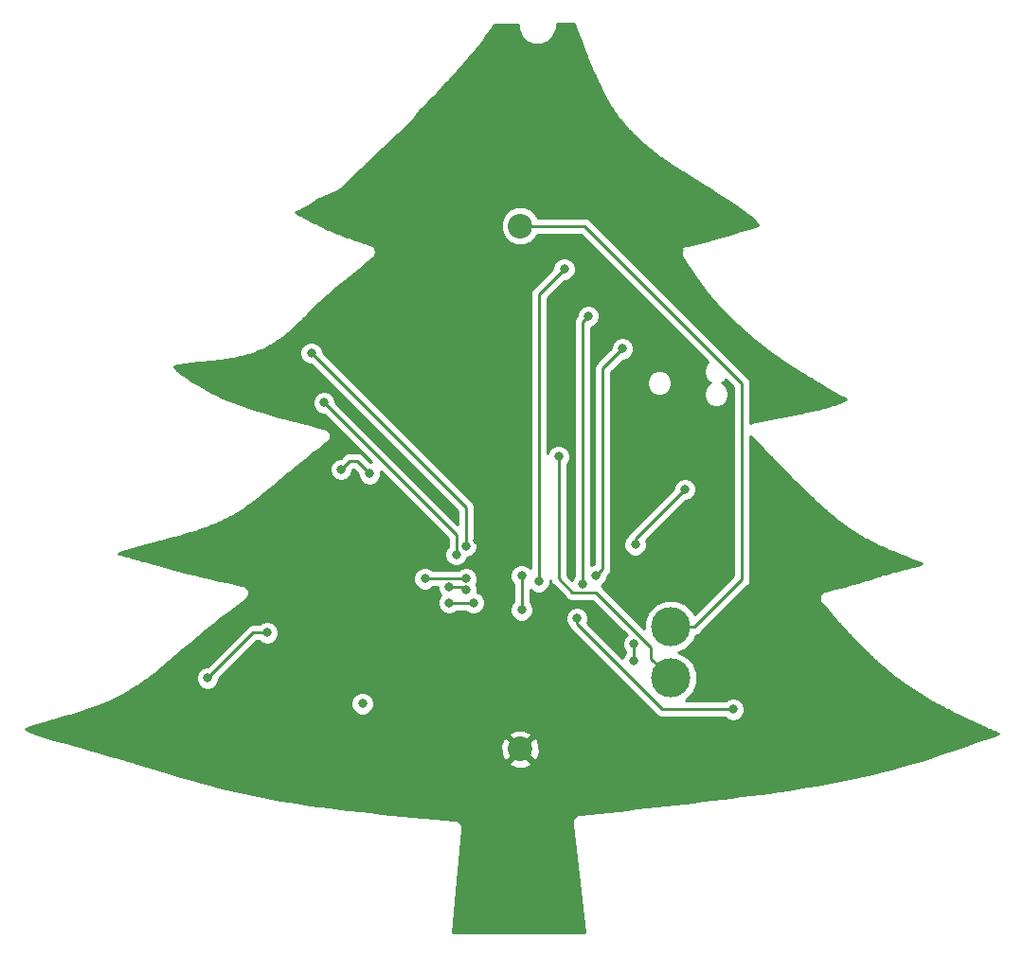
<source format=gbl>
G04 #@! TF.GenerationSoftware,KiCad,Pcbnew,5.0.1*
G04 #@! TF.CreationDate,2018-12-05T15:45:31-06:00*
G04 #@! TF.ProjectId,chrimbus,636872696D6275732E6B696361645F70,rev?*
G04 #@! TF.SameCoordinates,Original*
G04 #@! TF.FileFunction,Copper,L2,Bot,Signal*
G04 #@! TF.FilePolarity,Positive*
%FSLAX46Y46*%
G04 Gerber Fmt 4.6, Leading zero omitted, Abs format (unit mm)*
G04 Created by KiCad (PCBNEW 5.0.1) date Wed 05 Dec 2018 03:45:31 PM CST*
%MOMM*%
%LPD*%
G01*
G04 APERTURE LIST*
G04 #@! TA.AperFunction,ComponentPad*
%ADD10C,3.500000*%
G04 #@! TD*
G04 #@! TA.AperFunction,ComponentPad*
%ADD11C,2.200000*%
G04 #@! TD*
G04 #@! TA.AperFunction,ViaPad*
%ADD12C,0.800000*%
G04 #@! TD*
G04 #@! TA.AperFunction,Conductor*
%ADD13C,0.250000*%
G04 #@! TD*
G04 #@! TA.AperFunction,Conductor*
%ADD14C,0.254000*%
G04 #@! TD*
G04 APERTURE END LIST*
D10*
G04 #@! TO.P,SW1,2*
G04 #@! TO.N,Net-(C1-Pad2)*
X179070000Y-115824000D03*
G04 #@! TO.P,SW1,1*
G04 #@! TO.N,+1V5*
X179070000Y-111224000D03*
G04 #@! TD*
D11*
G04 #@! TO.P,BT1,2*
G04 #@! TO.N,GND*
X165608000Y-122174000D03*
G04 #@! TO.P,BT1,1*
G04 #@! TO.N,+1V5*
X165608000Y-75364000D03*
G04 #@! TD*
D12*
G04 #@! TO.N,Net-(C1-Pad2)*
X169037000Y-96012000D03*
G04 #@! TO.N,GND*
X163576000Y-85471000D03*
X162128200Y-85674200D03*
X180467000Y-91821000D03*
X183515000Y-95250000D03*
X161798000Y-103505000D03*
G04 #@! TO.N,+3V3*
X151511000Y-118110000D03*
X165735000Y-109728000D03*
X165735000Y-106680000D03*
G04 #@! TO.N,Net-(R12-Pad2)*
X137668000Y-115824000D03*
X143002000Y-111760000D03*
G04 #@! TO.N,/SCL*
X180340000Y-98933000D03*
X175895000Y-103886000D03*
G04 #@! TO.N,Net-(R5-Pad2)*
X146939000Y-86741000D03*
X160782000Y-104013000D03*
G04 #@! TO.N,Net-(R6-Pad2)*
X148082000Y-91186000D03*
X159893000Y-104775000D03*
G04 #@! TO.N,Net-(R7-Pad2)*
X157099000Y-106934000D03*
X160782000Y-106934000D03*
G04 #@! TO.N,Net-(R8-Pad2)*
X159295000Y-107696000D03*
X160782000Y-107950000D03*
G04 #@! TO.N,Net-(R9-Pad2)*
X152146000Y-97536000D03*
X149606000Y-97155000D03*
X159258000Y-109093000D03*
X161421653Y-109088347D03*
G04 #@! TO.N,Net-(R19-Pad2)*
X174752000Y-86360000D03*
X172339000Y-106680000D03*
G04 #@! TO.N,Net-(R18-Pad2)*
X171704000Y-83439000D03*
X171196000Y-107405000D03*
G04 #@! TO.N,Net-(R17-Pad2)*
X169545000Y-79248000D03*
X167259000Y-107188000D03*
G04 #@! TO.N,Net-(R16-Pad2)*
X175768000Y-114300000D03*
X175768000Y-112776000D03*
G04 #@! TO.N,Net-(R15-Pad2)*
X184658000Y-118618000D03*
X170688000Y-110490000D03*
G04 #@! TD*
D13*
G04 #@! TO.N,+1V5*
X181191320Y-111224000D02*
X185420000Y-106995320D01*
X179070000Y-111224000D02*
X181191320Y-111224000D01*
X171327002Y-75364000D02*
X165608000Y-75364000D01*
X185420000Y-89456998D02*
X171327002Y-75364000D01*
X185420000Y-106995320D02*
X185420000Y-89456998D01*
G04 #@! TO.N,Net-(C1-Pad2)*
X172392001Y-108130001D02*
X170233001Y-108130001D01*
X170233001Y-108130001D02*
X169037000Y-106934000D01*
X169037000Y-106934000D02*
X169037000Y-96012000D01*
X177320001Y-113058001D02*
X176453800Y-112191800D01*
X177320001Y-114074001D02*
X177320001Y-113058001D01*
X179070000Y-115824000D02*
X177320001Y-114074001D01*
X176453800Y-112191800D02*
X172392001Y-108130001D01*
G04 #@! TO.N,+3V3*
X165735000Y-109728000D02*
X165735000Y-106680000D01*
G04 #@! TO.N,Net-(R12-Pad2)*
X137668000Y-115824000D02*
X141732000Y-111760000D01*
X141732000Y-111760000D02*
X143002000Y-111760000D01*
G04 #@! TO.N,/SCL*
X180340000Y-98933000D02*
X175895000Y-103378000D01*
X175895000Y-103378000D02*
X175895000Y-103886000D01*
G04 #@! TO.N,Net-(R5-Pad2)*
X146939000Y-86741000D02*
X160782000Y-100584000D01*
X160782000Y-100584000D02*
X160782000Y-104013000D01*
G04 #@! TO.N,Net-(R6-Pad2)*
X148082000Y-91186000D02*
X159893000Y-102997000D01*
X159893000Y-102997000D02*
X159893000Y-104775000D01*
G04 #@! TO.N,Net-(R7-Pad2)*
X157099000Y-106934000D02*
X160782000Y-106934000D01*
G04 #@! TO.N,Net-(R8-Pad2)*
X159295000Y-107696000D02*
X160528000Y-107696000D01*
X160528000Y-107696000D02*
X160782000Y-107950000D01*
G04 #@! TO.N,Net-(R9-Pad2)*
X152146000Y-97536000D02*
X151003000Y-96393000D01*
X151003000Y-96393000D02*
X150368000Y-96393000D01*
X150368000Y-96393000D02*
X149606000Y-97155000D01*
X159258000Y-109093000D02*
X161417000Y-109093000D01*
X161417000Y-109093000D02*
X161421653Y-109088347D01*
G04 #@! TO.N,Net-(R19-Pad2)*
X174752000Y-86360000D02*
X172974000Y-88138000D01*
X172974000Y-88138000D02*
X172974000Y-106045000D01*
X172974000Y-106045000D02*
X172339000Y-106680000D01*
G04 #@! TO.N,Net-(R18-Pad2)*
X171704000Y-83439000D02*
X171196000Y-83947000D01*
X171196000Y-83947000D02*
X171196000Y-107405000D01*
G04 #@! TO.N,Net-(R17-Pad2)*
X169545000Y-79248000D02*
X167259000Y-81534000D01*
X167259000Y-81534000D02*
X167259000Y-107188000D01*
G04 #@! TO.N,Net-(R16-Pad2)*
X175768000Y-114300000D02*
X175768000Y-112776000D01*
G04 #@! TO.N,Net-(R15-Pad2)*
X184658000Y-118618000D02*
X178308000Y-118618000D01*
X178308000Y-118618000D02*
X170688000Y-110998000D01*
X170688000Y-110998000D02*
X170688000Y-110490000D01*
G04 #@! TD*
D14*
G04 #@! TO.N,GND*
G36*
X170534083Y-57614034D02*
X170843554Y-58435404D01*
X170843756Y-58436603D01*
X170869147Y-58503332D01*
X170894172Y-58569751D01*
X170894811Y-58570777D01*
X171174301Y-59305292D01*
X171174796Y-59308092D01*
X171200029Y-59372907D01*
X171224777Y-59437945D01*
X171226288Y-59440355D01*
X171499894Y-60143146D01*
X171500783Y-60147825D01*
X171526125Y-60210523D01*
X171550687Y-60273614D01*
X171553251Y-60277635D01*
X171819596Y-60936598D01*
X171820916Y-60942939D01*
X171846688Y-61003625D01*
X171871419Y-61064813D01*
X171874974Y-61070234D01*
X172134485Y-61681323D01*
X172136249Y-61688978D01*
X172162748Y-61747876D01*
X172188004Y-61807347D01*
X172192428Y-61813842D01*
X172447388Y-62380520D01*
X172449709Y-62389548D01*
X172477059Y-62446465D01*
X172502966Y-62504047D01*
X172508375Y-62511638D01*
X172761294Y-63037985D01*
X172764300Y-63048404D01*
X172792601Y-63103138D01*
X172819299Y-63158698D01*
X172825815Y-63167371D01*
X173079191Y-63657392D01*
X173083016Y-63669160D01*
X173112396Y-63721610D01*
X173140005Y-63775004D01*
X173147722Y-63784674D01*
X173404055Y-64242279D01*
X173408814Y-64255254D01*
X173439388Y-64305356D01*
X173468057Y-64356536D01*
X173477029Y-64367038D01*
X173738786Y-64795984D01*
X173744552Y-64809921D01*
X173776443Y-64857692D01*
X173806347Y-64906697D01*
X173816560Y-64917786D01*
X174086172Y-65321658D01*
X174092948Y-65336216D01*
X174126296Y-65381763D01*
X174157637Y-65428711D01*
X174168986Y-65440070D01*
X174448829Y-65822282D01*
X174456531Y-65837054D01*
X174491524Y-65880595D01*
X174524515Y-65925655D01*
X174536787Y-65936916D01*
X174829196Y-66300758D01*
X174837638Y-66315298D01*
X174874464Y-66357084D01*
X174909355Y-66400499D01*
X174922242Y-66411298D01*
X175229528Y-66759975D01*
X175238438Y-66773858D01*
X175277297Y-66814178D01*
X175314337Y-66856208D01*
X175327454Y-66866223D01*
X175651942Y-67202916D01*
X175660998Y-67215788D01*
X175702075Y-67254935D01*
X175741478Y-67295820D01*
X175754409Y-67304810D01*
X176098501Y-67632733D01*
X176107374Y-67644344D01*
X176150831Y-67682605D01*
X176192729Y-67722534D01*
X176205066Y-67730355D01*
X176571317Y-68052812D01*
X176579697Y-68063003D01*
X176625550Y-68100560D01*
X176670068Y-68139755D01*
X176681489Y-68146379D01*
X177072579Y-68466711D01*
X177080229Y-68475442D01*
X177128471Y-68512491D01*
X177175587Y-68551083D01*
X177185842Y-68556552D01*
X177604631Y-68878177D01*
X177611393Y-68885488D01*
X177661972Y-68922214D01*
X177711553Y-68960292D01*
X177720484Y-68964701D01*
X178169994Y-69291098D01*
X178175777Y-69297076D01*
X178228507Y-69333586D01*
X178280411Y-69371274D01*
X178287967Y-69374755D01*
X178771318Y-69709421D01*
X178776103Y-69714190D01*
X178830786Y-69750596D01*
X178884792Y-69787989D01*
X178890989Y-69790677D01*
X179411386Y-70137138D01*
X179415201Y-70140833D01*
X179471592Y-70177221D01*
X179527475Y-70214426D01*
X179532387Y-70216451D01*
X180093062Y-70578245D01*
X180095972Y-70581003D01*
X180153799Y-70617437D01*
X180211334Y-70654564D01*
X180215069Y-70656041D01*
X180819262Y-71036721D01*
X180821359Y-71038678D01*
X180880498Y-71075304D01*
X180939326Y-71112369D01*
X180942003Y-71113395D01*
X181592703Y-71516383D01*
X181593863Y-71517456D01*
X181654190Y-71554462D01*
X181714441Y-71591777D01*
X181715923Y-71592332D01*
X182472876Y-72056673D01*
X183310920Y-72574445D01*
X184136561Y-73098311D01*
X184916904Y-73617796D01*
X185617712Y-74120871D01*
X186202165Y-74591816D01*
X186628774Y-75004984D01*
X186851897Y-75304771D01*
X186853843Y-75310588D01*
X186831925Y-75327826D01*
X186378877Y-75494673D01*
X185776109Y-75656961D01*
X185772113Y-75657271D01*
X185706181Y-75675788D01*
X185640177Y-75693559D01*
X185636591Y-75695333D01*
X185087264Y-75849613D01*
X185077702Y-75850605D01*
X185017629Y-75869170D01*
X184957132Y-75886161D01*
X184948566Y-75890514D01*
X184378595Y-76066660D01*
X183760318Y-76255409D01*
X183128938Y-76435416D01*
X182486849Y-76611602D01*
X182422752Y-76628241D01*
X182374320Y-76640812D01*
X182325520Y-76653477D01*
X182287022Y-76663466D01*
X182241308Y-76675324D01*
X182201248Y-76685712D01*
X182162337Y-76695799D01*
X182119017Y-76707024D01*
X182078305Y-76717569D01*
X182035387Y-76728678D01*
X181994219Y-76739328D01*
X181955818Y-76749257D01*
X181914067Y-76760045D01*
X181870111Y-76771394D01*
X181830969Y-76781492D01*
X181789924Y-76792073D01*
X181747487Y-76803001D01*
X181707068Y-76813398D01*
X181665496Y-76824079D01*
X181626190Y-76834162D01*
X181582844Y-76845266D01*
X181542442Y-76855598D01*
X181500316Y-76866353D01*
X181460834Y-76876413D01*
X181418110Y-76887276D01*
X181378103Y-76897426D01*
X181337283Y-76907758D01*
X181295473Y-76918315D01*
X181254079Y-76928740D01*
X181214332Y-76938722D01*
X181172336Y-76949239D01*
X181132374Y-76959218D01*
X181089603Y-76969871D01*
X181049799Y-76979760D01*
X181008331Y-76990038D01*
X180967919Y-77000035D01*
X180924446Y-77010767D01*
X180886397Y-77020145D01*
X180842574Y-77030930D01*
X180800947Y-77041160D01*
X180761457Y-77050854D01*
X180718735Y-77061330D01*
X180678411Y-77071212D01*
X180659204Y-77075916D01*
X180621955Y-77073900D01*
X180519032Y-77110148D01*
X180056787Y-77219406D01*
X180011713Y-77239993D01*
X179977949Y-77276262D01*
X179960634Y-77322692D01*
X179962406Y-77372213D01*
X179974330Y-77403488D01*
X180046704Y-77537101D01*
X180002191Y-77630013D01*
X180000190Y-77666983D01*
X179987530Y-77701772D01*
X179992345Y-77811901D01*
X179986386Y-77921985D01*
X179998685Y-77956907D01*
X180000302Y-77993893D01*
X180046895Y-78093795D01*
X180059000Y-78128167D01*
X180066481Y-78140790D01*
X180066491Y-78140819D01*
X180073973Y-78153442D01*
X180073989Y-78153487D01*
X180077481Y-78159377D01*
X180123893Y-78258891D01*
X180151288Y-78283991D01*
X180157484Y-78294359D01*
X180157560Y-78294572D01*
X180165206Y-78307350D01*
X180165296Y-78307600D01*
X180172951Y-78320371D01*
X180173035Y-78320606D01*
X180180690Y-78333359D01*
X180180771Y-78333583D01*
X180188439Y-78346338D01*
X180188523Y-78346571D01*
X180196154Y-78359245D01*
X180196209Y-78359398D01*
X180200485Y-78366493D01*
X180200798Y-78367019D01*
X180200810Y-78367033D01*
X180203224Y-78371038D01*
X180203864Y-78372112D01*
X180203909Y-78372237D01*
X180206176Y-78375995D01*
X180208460Y-78379830D01*
X180208550Y-78379930D01*
X180209510Y-78381522D01*
X180211571Y-78384977D01*
X180211577Y-78384995D01*
X180211910Y-78385547D01*
X180216170Y-78392692D01*
X180216281Y-78392815D01*
X180223870Y-78405531D01*
X180224015Y-78405692D01*
X180231634Y-78418441D01*
X180231786Y-78418609D01*
X180239417Y-78431361D01*
X180239592Y-78431554D01*
X180247250Y-78444331D01*
X180247419Y-78444518D01*
X180255081Y-78457281D01*
X180255245Y-78457461D01*
X180262906Y-78470205D01*
X180263071Y-78470386D01*
X180270749Y-78483139D01*
X180270858Y-78483258D01*
X180278494Y-78495929D01*
X180278608Y-78496054D01*
X180286256Y-78508731D01*
X180286341Y-78508824D01*
X180293970Y-78521460D01*
X180294009Y-78521502D01*
X180301604Y-78534078D01*
X180301631Y-78534107D01*
X180308387Y-78545307D01*
X180316724Y-78559137D01*
X180324220Y-78571589D01*
X180330914Y-78582723D01*
X180338463Y-78595299D01*
X180345954Y-78607797D01*
X180353036Y-78619632D01*
X180360272Y-78631739D01*
X180368076Y-78644814D01*
X180374350Y-78655337D01*
X180382848Y-78669608D01*
X180389107Y-78680128D01*
X180397008Y-78693420D01*
X180404131Y-78705410D01*
X180409969Y-78715244D01*
X180420336Y-78732718D01*
X180425223Y-78740958D01*
X180426575Y-78743239D01*
X180438146Y-78769421D01*
X180463388Y-78805346D01*
X180485776Y-78843120D01*
X180504908Y-78864439D01*
X180516269Y-78880608D01*
X180549783Y-78928314D01*
X180590189Y-78985856D01*
X180624994Y-79035452D01*
X180662155Y-79088448D01*
X180698545Y-79140398D01*
X180734562Y-79191878D01*
X180770801Y-79243751D01*
X180806884Y-79295483D01*
X180842593Y-79346775D01*
X180878861Y-79398978D01*
X180914444Y-79450300D01*
X180950525Y-79502438D01*
X180986511Y-79554520D01*
X181022676Y-79606924D01*
X181057622Y-79657613D01*
X181092974Y-79708923D01*
X181125473Y-79756110D01*
X181125489Y-79756146D01*
X181161649Y-79808639D01*
X181161685Y-79808723D01*
X181190787Y-79850948D01*
X181197895Y-79861269D01*
X181197943Y-79861380D01*
X181225109Y-79900763D01*
X181234215Y-79913982D01*
X181234270Y-79914110D01*
X181260025Y-79951407D01*
X181270615Y-79966772D01*
X181270680Y-79966922D01*
X181295821Y-80003277D01*
X181307102Y-80019632D01*
X181307174Y-80019797D01*
X181331620Y-80055086D01*
X181343679Y-80072549D01*
X181343751Y-80072714D01*
X181351962Y-80084544D01*
X181352704Y-80085618D01*
X181352716Y-80085629D01*
X181367750Y-80107290D01*
X181380355Y-80125516D01*
X181380438Y-80125707D01*
X181388536Y-80137347D01*
X181389230Y-80138350D01*
X181389243Y-80138362D01*
X181404764Y-80160671D01*
X181417137Y-80178532D01*
X181417228Y-80178740D01*
X181424924Y-80189773D01*
X181425862Y-80191127D01*
X181425882Y-80191146D01*
X181441002Y-80212822D01*
X181454037Y-80231602D01*
X181454129Y-80231811D01*
X181460979Y-80241604D01*
X181462597Y-80243934D01*
X181462636Y-80243972D01*
X181477875Y-80265756D01*
X181491057Y-80284702D01*
X181491160Y-80284936D01*
X181498044Y-80294745D01*
X181499471Y-80296796D01*
X181499509Y-80296833D01*
X181514965Y-80318855D01*
X181528211Y-80337845D01*
X181528317Y-80338084D01*
X181534705Y-80347154D01*
X181536470Y-80349685D01*
X181536522Y-80349735D01*
X181551660Y-80371230D01*
X181565502Y-80391017D01*
X181565612Y-80391264D01*
X181571638Y-80399789D01*
X181573600Y-80402593D01*
X181573664Y-80402654D01*
X181589135Y-80424540D01*
X181602924Y-80444187D01*
X181603032Y-80444429D01*
X181608567Y-80452228D01*
X181610890Y-80455538D01*
X181610971Y-80455616D01*
X181626160Y-80477017D01*
X181640438Y-80497292D01*
X181640514Y-80497460D01*
X181644279Y-80502745D01*
X181648324Y-80508489D01*
X181648469Y-80508627D01*
X181662700Y-80528604D01*
X181677996Y-80550241D01*
X181678042Y-80550344D01*
X181680408Y-80553654D01*
X181685922Y-80561454D01*
X181686114Y-80561636D01*
X181700237Y-80581393D01*
X181715577Y-80603008D01*
X181715620Y-80603103D01*
X181717960Y-80606366D01*
X181723659Y-80614396D01*
X181723844Y-80614571D01*
X181738040Y-80634365D01*
X181753185Y-80655626D01*
X181753217Y-80655697D01*
X181755144Y-80658376D01*
X181761441Y-80667216D01*
X181761629Y-80667393D01*
X181775123Y-80686155D01*
X181790822Y-80708118D01*
X181790852Y-80708183D01*
X181792759Y-80710827D01*
X181799245Y-80719901D01*
X181799423Y-80720068D01*
X181813454Y-80739525D01*
X181828474Y-80760469D01*
X181828501Y-80760528D01*
X181830434Y-80763202D01*
X181837084Y-80772475D01*
X181837248Y-80772628D01*
X181850522Y-80790992D01*
X181866146Y-80812716D01*
X181866165Y-80812757D01*
X181867669Y-80814833D01*
X181874912Y-80824904D01*
X181875073Y-80825055D01*
X181888420Y-80843479D01*
X181903820Y-80864834D01*
X181903838Y-80864873D01*
X181905442Y-80867083D01*
X181912763Y-80877235D01*
X181912908Y-80877370D01*
X181926310Y-80895837D01*
X181941494Y-80916842D01*
X181941502Y-80916859D01*
X181942317Y-80917981D01*
X181950603Y-80929443D01*
X181950745Y-80929575D01*
X181963242Y-80946767D01*
X181979160Y-80968741D01*
X181979163Y-80968748D01*
X181979573Y-80969311D01*
X181988438Y-80981549D01*
X181988568Y-80981670D01*
X182001224Y-80999057D01*
X182026262Y-81033556D01*
X182026378Y-81033663D01*
X182037938Y-81049528D01*
X182064051Y-81085452D01*
X182064164Y-81085556D01*
X182074986Y-81100397D01*
X182101820Y-81137264D01*
X182101916Y-81137353D01*
X182112831Y-81152313D01*
X182139555Y-81188989D01*
X182139636Y-81189063D01*
X182147314Y-81199584D01*
X182177241Y-81240625D01*
X182177312Y-81240690D01*
X182184298Y-81250265D01*
X182198569Y-81275611D01*
X182226857Y-81308578D01*
X182252470Y-81343674D01*
X182273846Y-81363350D01*
X182296831Y-81390126D01*
X182302274Y-81396469D01*
X182302333Y-81396574D01*
X182331392Y-81430404D01*
X182344611Y-81445809D01*
X182344654Y-81445843D01*
X182349611Y-81451613D01*
X182354258Y-81457028D01*
X182354345Y-81457181D01*
X182380594Y-81487708D01*
X182396483Y-81506218D01*
X182396567Y-81506284D01*
X182401408Y-81511913D01*
X182406352Y-81517669D01*
X182406471Y-81517880D01*
X182431512Y-81546960D01*
X182448465Y-81566696D01*
X182448593Y-81566796D01*
X182453383Y-81572360D01*
X182458557Y-81578376D01*
X182458696Y-81578622D01*
X182481844Y-81605458D01*
X182500563Y-81627228D01*
X182500744Y-81627369D01*
X182505944Y-81633398D01*
X182510883Y-81639134D01*
X182511059Y-81639444D01*
X182534986Y-81667125D01*
X182552809Y-81687823D01*
X182553018Y-81687987D01*
X182558357Y-81694163D01*
X182563356Y-81699959D01*
X182563558Y-81700313D01*
X182586407Y-81726683D01*
X182605176Y-81748442D01*
X182605441Y-81748649D01*
X182610576Y-81754575D01*
X182615970Y-81760815D01*
X182616195Y-81761209D01*
X182638454Y-81786827D01*
X182657716Y-81809111D01*
X182658026Y-81809353D01*
X182663221Y-81815332D01*
X182668739Y-81821699D01*
X182668998Y-81822151D01*
X182691481Y-81847945D01*
X182710419Y-81869801D01*
X182710766Y-81870071D01*
X182716225Y-81876333D01*
X182721678Y-81882609D01*
X182721961Y-81883101D01*
X182743860Y-81908139D01*
X182763287Y-81930497D01*
X182763687Y-81930806D01*
X182769147Y-81937050D01*
X182774796Y-81943530D01*
X182775109Y-81944072D01*
X182797021Y-81969028D01*
X182816354Y-81991209D01*
X182816793Y-81991548D01*
X182822303Y-81997824D01*
X182828099Y-82004451D01*
X182828441Y-82005039D01*
X182850174Y-82029689D01*
X182869606Y-82051906D01*
X182870090Y-82052279D01*
X182875899Y-82058867D01*
X182881605Y-82065366D01*
X182881977Y-82066003D01*
X182903695Y-82090525D01*
X182923074Y-82112597D01*
X182923599Y-82113000D01*
X182929458Y-82119615D01*
X182935325Y-82126269D01*
X182935727Y-82126954D01*
X182957342Y-82151241D01*
X182976754Y-82173259D01*
X182977324Y-82173694D01*
X182983294Y-82180402D01*
X182989267Y-82187147D01*
X182989695Y-82187871D01*
X183011073Y-82211768D01*
X183030667Y-82233892D01*
X183031284Y-82234361D01*
X183037293Y-82241077D01*
X183043421Y-82247963D01*
X183043867Y-82248714D01*
X183064972Y-82272179D01*
X183084822Y-82294483D01*
X183085482Y-82294981D01*
X183091670Y-82301862D01*
X183097767Y-82308678D01*
X183098216Y-82309428D01*
X183118846Y-82332240D01*
X183139222Y-82355017D01*
X183139916Y-82355539D01*
X183145942Y-82362202D01*
X183152290Y-82369260D01*
X183152748Y-82370021D01*
X183173514Y-82392857D01*
X183193844Y-82415460D01*
X183194545Y-82415984D01*
X183200837Y-82422903D01*
X183206995Y-82429712D01*
X183207460Y-82430481D01*
X183228255Y-82453222D01*
X183248644Y-82475767D01*
X183249355Y-82476296D01*
X183255538Y-82483057D01*
X183261881Y-82490032D01*
X183262355Y-82490810D01*
X183283257Y-82513538D01*
X183303635Y-82535948D01*
X183304353Y-82536479D01*
X183310836Y-82543528D01*
X183316947Y-82550211D01*
X183317428Y-82550995D01*
X183338373Y-82573641D01*
X183358808Y-82595988D01*
X183359535Y-82596522D01*
X183365837Y-82603336D01*
X183372203Y-82610259D01*
X183372691Y-82611049D01*
X183393689Y-82633622D01*
X183414168Y-82655891D01*
X183414904Y-82656429D01*
X183421379Y-82663390D01*
X183427644Y-82670164D01*
X183428139Y-82670960D01*
X183449152Y-82693418D01*
X183469709Y-82715645D01*
X183470456Y-82716187D01*
X183476797Y-82722964D01*
X183483272Y-82729925D01*
X183483775Y-82730730D01*
X183504870Y-82753144D01*
X183525444Y-82775261D01*
X183526199Y-82775806D01*
X183532790Y-82782809D01*
X183539086Y-82789538D01*
X183539594Y-82790345D01*
X183560678Y-82812615D01*
X183581368Y-82834728D01*
X183582133Y-82835277D01*
X183588621Y-82842130D01*
X183595093Y-82849006D01*
X183595609Y-82849821D01*
X183616783Y-82872052D01*
X183637483Y-82894046D01*
X183638256Y-82894597D01*
X183644650Y-82901310D01*
X183651290Y-82908324D01*
X183651813Y-82909144D01*
X183672948Y-82931200D01*
X183693783Y-82953207D01*
X183694571Y-82953765D01*
X183701162Y-82960644D01*
X183707678Y-82967485D01*
X183708211Y-82968315D01*
X183729496Y-82990393D01*
X183750285Y-83012219D01*
X183751078Y-83012777D01*
X183757745Y-83019693D01*
X183764258Y-83026489D01*
X183764797Y-83027323D01*
X183786089Y-83049272D01*
X183806978Y-83071071D01*
X183807781Y-83071633D01*
X183814384Y-83078439D01*
X183821040Y-83085343D01*
X183821588Y-83086185D01*
X183842940Y-83108058D01*
X183863870Y-83129767D01*
X183864684Y-83130333D01*
X183871216Y-83137024D01*
X183878008Y-83144025D01*
X183878554Y-83144859D01*
X183899690Y-83166377D01*
X183920951Y-83188293D01*
X183921782Y-83188866D01*
X183928495Y-83195701D01*
X183935123Y-83202491D01*
X183935655Y-83203297D01*
X183956590Y-83224482D01*
X183978245Y-83246665D01*
X183979074Y-83247233D01*
X183985808Y-83254048D01*
X183992331Y-83260688D01*
X183992823Y-83261430D01*
X184013310Y-83282046D01*
X184035708Y-83304848D01*
X184036517Y-83305399D01*
X184043228Y-83312153D01*
X184049605Y-83318605D01*
X184050066Y-83319296D01*
X184070773Y-83340026D01*
X184093290Y-83362811D01*
X184094042Y-83363320D01*
X184100557Y-83369842D01*
X184106935Y-83376260D01*
X184107362Y-83376897D01*
X184128090Y-83397548D01*
X184150902Y-83420504D01*
X184151606Y-83420978D01*
X184158018Y-83427366D01*
X184164310Y-83433665D01*
X184164704Y-83434249D01*
X184185441Y-83454819D01*
X184208556Y-83477959D01*
X184209211Y-83478397D01*
X184215481Y-83484616D01*
X184221722Y-83490834D01*
X184222081Y-83491365D01*
X184242839Y-83511874D01*
X184266232Y-83535180D01*
X184266836Y-83535582D01*
X184273041Y-83541713D01*
X184279146Y-83547768D01*
X184279470Y-83548245D01*
X184300213Y-83568666D01*
X184323923Y-83592184D01*
X184324475Y-83592550D01*
X184330604Y-83598583D01*
X184336583Y-83604491D01*
X184336874Y-83604917D01*
X184357712Y-83625365D01*
X184381615Y-83648981D01*
X184382111Y-83649308D01*
X184388143Y-83655227D01*
X184394020Y-83661012D01*
X184394274Y-83661384D01*
X184414959Y-83681625D01*
X184439288Y-83705576D01*
X184439732Y-83705868D01*
X184445498Y-83711510D01*
X184451440Y-83717341D01*
X184451659Y-83717660D01*
X184472152Y-83737665D01*
X184496945Y-83761995D01*
X184497337Y-83762252D01*
X184503224Y-83767999D01*
X184508833Y-83773487D01*
X184509012Y-83773748D01*
X184529024Y-83793245D01*
X184554564Y-83818238D01*
X184554903Y-83818459D01*
X184560491Y-83823904D01*
X184566187Y-83829464D01*
X184566335Y-83829679D01*
X184586437Y-83849232D01*
X184612139Y-83874323D01*
X184612419Y-83874505D01*
X184617976Y-83879910D01*
X184623497Y-83885290D01*
X184623607Y-83885449D01*
X184642548Y-83903850D01*
X184669646Y-83930252D01*
X184669878Y-83930403D01*
X184675608Y-83935969D01*
X184680741Y-83940963D01*
X184680812Y-83941065D01*
X184698228Y-83957972D01*
X184727098Y-83986054D01*
X184727271Y-83986166D01*
X184732910Y-83991640D01*
X184737911Y-83996498D01*
X184737945Y-83996548D01*
X184752478Y-84010651D01*
X184784465Y-84041727D01*
X184784577Y-84041800D01*
X184790008Y-84047070D01*
X184803672Y-84060334D01*
X184810833Y-84070020D01*
X184855538Y-84110659D01*
X184898895Y-84152733D01*
X184909029Y-84159286D01*
X184925036Y-84173838D01*
X184925117Y-84173947D01*
X184977860Y-84221857D01*
X185032059Y-84271128D01*
X185032179Y-84271200D01*
X185039453Y-84277808D01*
X185039617Y-84278029D01*
X185093393Y-84326806D01*
X185146416Y-84374971D01*
X185146649Y-84375111D01*
X185154133Y-84381900D01*
X185154375Y-84382225D01*
X185207389Y-84430205D01*
X185261062Y-84478888D01*
X185261414Y-84479099D01*
X185269102Y-84486057D01*
X185269429Y-84486496D01*
X185322770Y-84534628D01*
X185376037Y-84582837D01*
X185376507Y-84583118D01*
X185384405Y-84590245D01*
X185384814Y-84590792D01*
X185438069Y-84638669D01*
X185491384Y-84686778D01*
X185491972Y-84687129D01*
X185500080Y-84694418D01*
X185500574Y-84695075D01*
X185553927Y-84742827D01*
X185607132Y-84790659D01*
X185607838Y-84791078D01*
X185616163Y-84798529D01*
X185616739Y-84799292D01*
X185670036Y-84846747D01*
X185723329Y-84894445D01*
X185724152Y-84894931D01*
X185732694Y-84902537D01*
X185733356Y-84903408D01*
X185786700Y-84950624D01*
X185840001Y-84998082D01*
X185840946Y-84998637D01*
X185849708Y-85006392D01*
X185850456Y-85007370D01*
X185904006Y-85054452D01*
X185957199Y-85101534D01*
X185958259Y-85102152D01*
X185967248Y-85110056D01*
X185968084Y-85111140D01*
X186021612Y-85157853D01*
X186074948Y-85204748D01*
X186076132Y-85205434D01*
X186085355Y-85213483D01*
X186086281Y-85214673D01*
X186139905Y-85261088D01*
X186193300Y-85307686D01*
X186194607Y-85308436D01*
X186204062Y-85316621D01*
X186205075Y-85317911D01*
X186258839Y-85364034D01*
X186312290Y-85410299D01*
X186313713Y-85411108D01*
X186323413Y-85419430D01*
X186324518Y-85420824D01*
X186378382Y-85466586D01*
X186431946Y-85512537D01*
X186433494Y-85513409D01*
X186443445Y-85521863D01*
X186444643Y-85523358D01*
X186498636Y-85568752D01*
X186552320Y-85614361D01*
X186553992Y-85615291D01*
X186564201Y-85623875D01*
X186565490Y-85625466D01*
X186619567Y-85670423D01*
X186673447Y-85715722D01*
X186675243Y-85716710D01*
X186685659Y-85725369D01*
X186686995Y-85726999D01*
X186741218Y-85771558D01*
X186795361Y-85816570D01*
X186797219Y-85817579D01*
X186807738Y-85826222D01*
X186809085Y-85827847D01*
X186863668Y-85872184D01*
X186917960Y-85916800D01*
X186919819Y-85917795D01*
X186930394Y-85926385D01*
X186931745Y-85927996D01*
X186986517Y-85971973D01*
X187041135Y-86016339D01*
X187042998Y-86017323D01*
X187053613Y-86025845D01*
X187054968Y-86027443D01*
X187109980Y-86071104D01*
X187164869Y-86115175D01*
X187166727Y-86116143D01*
X187177389Y-86124604D01*
X187178750Y-86126191D01*
X187234077Y-86169597D01*
X187289151Y-86213307D01*
X187291010Y-86214262D01*
X187301715Y-86222660D01*
X187303082Y-86224235D01*
X187358734Y-86267393D01*
X187413984Y-86310738D01*
X187415839Y-86311677D01*
X187426589Y-86320015D01*
X187427960Y-86321576D01*
X187483739Y-86364334D01*
X187539351Y-86407461D01*
X187541212Y-86408391D01*
X187552001Y-86416661D01*
X187553377Y-86418211D01*
X187609419Y-86460675D01*
X187665256Y-86503478D01*
X187667116Y-86504394D01*
X187677942Y-86512597D01*
X187679320Y-86514132D01*
X187735544Y-86556244D01*
X187791686Y-86598784D01*
X187793546Y-86599687D01*
X187804405Y-86607820D01*
X187805788Y-86609344D01*
X187862272Y-86651163D01*
X187918630Y-86693375D01*
X187920490Y-86694265D01*
X187931382Y-86702330D01*
X187932776Y-86703848D01*
X187989629Y-86745454D01*
X188046089Y-86787255D01*
X188047947Y-86788132D01*
X188058878Y-86796131D01*
X188060269Y-86797630D01*
X188117259Y-86838855D01*
X188174057Y-86880421D01*
X188175913Y-86881284D01*
X188186871Y-86889211D01*
X188188272Y-86890704D01*
X188245488Y-86931613D01*
X188302514Y-86972865D01*
X188304376Y-86973719D01*
X188315366Y-86981576D01*
X188316769Y-86983055D01*
X188374222Y-87023659D01*
X188431474Y-87064594D01*
X188433332Y-87065434D01*
X188444346Y-87073217D01*
X188445754Y-87074685D01*
X188503452Y-87114989D01*
X188560915Y-87155600D01*
X188562773Y-87156427D01*
X188573805Y-87164133D01*
X188575208Y-87165580D01*
X188633019Y-87205497D01*
X188690833Y-87245882D01*
X188692686Y-87246695D01*
X188703649Y-87254264D01*
X188704992Y-87255635D01*
X188763160Y-87295355D01*
X188821203Y-87335432D01*
X188822967Y-87336194D01*
X188833778Y-87343577D01*
X188835043Y-87344855D01*
X188893539Y-87384384D01*
X188951854Y-87424205D01*
X188953509Y-87424910D01*
X188964137Y-87432092D01*
X188965317Y-87433274D01*
X189024274Y-87472731D01*
X189082715Y-87512223D01*
X189084246Y-87512867D01*
X189094698Y-87519862D01*
X189095788Y-87520944D01*
X189154765Y-87560061D01*
X189213736Y-87599527D01*
X189215158Y-87600117D01*
X189225420Y-87606924D01*
X189226423Y-87607912D01*
X189285682Y-87646893D01*
X189344893Y-87686165D01*
X189346198Y-87686700D01*
X189356274Y-87693329D01*
X189357191Y-87694226D01*
X189416713Y-87733085D01*
X189476157Y-87772188D01*
X189477347Y-87772671D01*
X189487235Y-87779126D01*
X189488062Y-87779931D01*
X189547823Y-87818682D01*
X189607496Y-87857640D01*
X189608567Y-87858070D01*
X189618267Y-87864360D01*
X189619003Y-87865072D01*
X189678858Y-87903649D01*
X189738878Y-87942568D01*
X189739833Y-87942948D01*
X189749336Y-87949073D01*
X189749982Y-87949695D01*
X189810243Y-87988328D01*
X189870273Y-88027018D01*
X189871106Y-88027347D01*
X189880416Y-88033315D01*
X189880969Y-88033846D01*
X189941215Y-88072294D01*
X190001648Y-88111037D01*
X190002365Y-88111318D01*
X190011473Y-88117131D01*
X190011939Y-88117576D01*
X190072594Y-88156137D01*
X190132974Y-88194670D01*
X190133572Y-88194903D01*
X190142482Y-88200567D01*
X190142852Y-88200920D01*
X190203608Y-88239427D01*
X190264226Y-88277965D01*
X190264702Y-88278150D01*
X190273408Y-88283667D01*
X190273687Y-88283933D01*
X190334508Y-88322393D01*
X190395365Y-88360965D01*
X190395725Y-88361104D01*
X190404221Y-88366477D01*
X190404407Y-88366653D01*
X190465598Y-88405288D01*
X190526369Y-88443717D01*
X190526607Y-88443808D01*
X190534892Y-88449040D01*
X190534984Y-88449127D01*
X190595634Y-88487392D01*
X190657202Y-88526265D01*
X190657322Y-88526311D01*
X190673205Y-88536332D01*
X190680063Y-88542522D01*
X190734362Y-88574916D01*
X190787835Y-88608653D01*
X190796460Y-88611963D01*
X190859423Y-88649527D01*
X190976327Y-88719300D01*
X191092544Y-88788719D01*
X191209406Y-88858610D01*
X191325652Y-88928245D01*
X191441947Y-88998052D01*
X191558343Y-89068089D01*
X191674565Y-89138222D01*
X191790416Y-89208356D01*
X191906160Y-89278681D01*
X192021433Y-89349003D01*
X192137210Y-89419943D01*
X192252277Y-89490787D01*
X192367636Y-89562172D01*
X192482450Y-89633492D01*
X192538466Y-89668340D01*
X192538567Y-89668435D01*
X192600794Y-89707115D01*
X192655743Y-89741301D01*
X192656037Y-89741575D01*
X192717086Y-89779404D01*
X192773941Y-89814745D01*
X192774255Y-89815037D01*
X192835060Y-89852506D01*
X192892950Y-89888377D01*
X192893258Y-89888661D01*
X192953921Y-89925749D01*
X193012810Y-89962037D01*
X193013126Y-89962326D01*
X193073606Y-89998922D01*
X193133623Y-90035616D01*
X193133908Y-90035873D01*
X193194219Y-90071905D01*
X193254434Y-90108341D01*
X193254961Y-90108532D01*
X193255670Y-90109164D01*
X193315929Y-90144619D01*
X193375967Y-90180488D01*
X193377199Y-90180927D01*
X193378468Y-90182041D01*
X193438658Y-90216830D01*
X193498609Y-90252104D01*
X193500540Y-90252777D01*
X193502392Y-90254374D01*
X193562519Y-90288420D01*
X193622407Y-90323035D01*
X193625051Y-90323934D01*
X193627479Y-90325986D01*
X193687614Y-90359255D01*
X193747457Y-90393140D01*
X193750795Y-90394242D01*
X193753819Y-90396741D01*
X193814021Y-90429186D01*
X193873784Y-90462249D01*
X193877669Y-90463489D01*
X193877985Y-90463659D01*
X193881472Y-90466471D01*
X193941636Y-90497964D01*
X194001482Y-90530217D01*
X194005769Y-90531534D01*
X194006663Y-90532002D01*
X194010512Y-90535022D01*
X194070787Y-90565567D01*
X194130599Y-90596875D01*
X194135289Y-90598253D01*
X194136800Y-90599019D01*
X194141015Y-90602231D01*
X194201331Y-90631721D01*
X194261212Y-90662066D01*
X194266315Y-90663493D01*
X194268448Y-90664536D01*
X194273041Y-90667925D01*
X194333443Y-90696313D01*
X194393386Y-90725621D01*
X194398903Y-90727079D01*
X194401683Y-90728386D01*
X194406660Y-90731933D01*
X194467149Y-90759155D01*
X194527177Y-90787367D01*
X194533109Y-90788837D01*
X194536569Y-90790395D01*
X194541944Y-90794085D01*
X194602535Y-90820081D01*
X194662646Y-90847132D01*
X194668998Y-90848596D01*
X194673182Y-90850391D01*
X194678963Y-90854203D01*
X194739638Y-90878903D01*
X194765638Y-90890058D01*
X194714297Y-90911388D01*
X194512999Y-90992303D01*
X194311570Y-91070279D01*
X194109923Y-91145075D01*
X193907225Y-91216844D01*
X193702941Y-91285898D01*
X193497162Y-91352369D01*
X193289907Y-91416418D01*
X193081203Y-91478196D01*
X192871227Y-91537819D01*
X192659839Y-91595491D01*
X192447392Y-91651281D01*
X192233535Y-91705448D01*
X192018882Y-91758004D01*
X191803048Y-91809214D01*
X191586349Y-91859171D01*
X191368658Y-91908074D01*
X191150319Y-91956019D01*
X190931358Y-92003173D01*
X190711441Y-92049783D01*
X190491578Y-92095781D01*
X190271376Y-92141301D01*
X190050892Y-92186363D01*
X189830155Y-92230988D01*
X189609778Y-92275083D01*
X189388934Y-92318844D01*
X189168430Y-92362143D01*
X188947281Y-92405202D01*
X188726267Y-92447899D01*
X188504825Y-92490372D01*
X188283654Y-92532520D01*
X188062499Y-92574420D01*
X187839839Y-92616390D01*
X187619378Y-92657763D01*
X187397286Y-92699290D01*
X187174556Y-92740812D01*
X186955410Y-92781576D01*
X186734863Y-92822539D01*
X186513461Y-92863632D01*
X186373569Y-92887954D01*
X186307663Y-92929720D01*
X186235196Y-92958652D01*
X186185361Y-93007224D01*
X186180000Y-93010621D01*
X186180000Y-89531845D01*
X186194888Y-89456998D01*
X186180000Y-89382151D01*
X186180000Y-89382146D01*
X186135904Y-89160461D01*
X185967929Y-88909069D01*
X185904473Y-88866669D01*
X171917333Y-74879530D01*
X171874931Y-74816071D01*
X171623539Y-74648096D01*
X171401854Y-74604000D01*
X171401849Y-74604000D01*
X171327002Y-74589112D01*
X171252155Y-74604000D01*
X167171148Y-74604000D01*
X167078862Y-74381201D01*
X166590799Y-73893138D01*
X165953113Y-73629000D01*
X165262887Y-73629000D01*
X164625201Y-73893138D01*
X164137138Y-74381201D01*
X163873000Y-75018887D01*
X163873000Y-75709113D01*
X164137138Y-76346799D01*
X164625201Y-76834862D01*
X165262887Y-77099000D01*
X165953113Y-77099000D01*
X166590799Y-76834862D01*
X167078862Y-76346799D01*
X167171148Y-76124000D01*
X171012201Y-76124000D01*
X182404534Y-87516333D01*
X182171793Y-87749074D01*
X181999000Y-88166234D01*
X181999000Y-88617766D01*
X182171793Y-89034926D01*
X182491074Y-89354207D01*
X182620942Y-89408000D01*
X182491074Y-89461793D01*
X182171793Y-89781074D01*
X181999000Y-90198234D01*
X181999000Y-90649766D01*
X182171793Y-91066926D01*
X182491074Y-91386207D01*
X182908234Y-91559000D01*
X183359766Y-91559000D01*
X183776926Y-91386207D01*
X184096207Y-91066926D01*
X184269000Y-90649766D01*
X184269000Y-90198234D01*
X184096207Y-89781074D01*
X183776926Y-89461793D01*
X183647058Y-89408000D01*
X183776926Y-89354207D01*
X184009667Y-89121466D01*
X184660001Y-89771801D01*
X184660000Y-106680518D01*
X181201918Y-110138601D01*
X181091905Y-109873006D01*
X180420994Y-109202095D01*
X179544406Y-108839000D01*
X178595594Y-108839000D01*
X177719006Y-109202095D01*
X177048095Y-109873006D01*
X176685000Y-110749594D01*
X176685000Y-111348198D01*
X172982332Y-107645531D01*
X172939930Y-107582072D01*
X172911558Y-107563115D01*
X172925280Y-107557431D01*
X173216431Y-107266280D01*
X173374000Y-106885874D01*
X173374000Y-106719802D01*
X173458473Y-106635329D01*
X173521929Y-106592929D01*
X173689904Y-106341537D01*
X173734000Y-106119852D01*
X173734000Y-106119848D01*
X173748888Y-106045000D01*
X173734000Y-105970152D01*
X173734000Y-103680126D01*
X174860000Y-103680126D01*
X174860000Y-104091874D01*
X175017569Y-104472280D01*
X175308720Y-104763431D01*
X175689126Y-104921000D01*
X176100874Y-104921000D01*
X176481280Y-104763431D01*
X176772431Y-104472280D01*
X176930000Y-104091874D01*
X176930000Y-103680126D01*
X176853167Y-103494634D01*
X180379802Y-99968000D01*
X180545874Y-99968000D01*
X180926280Y-99810431D01*
X181217431Y-99519280D01*
X181375000Y-99138874D01*
X181375000Y-98727126D01*
X181217431Y-98346720D01*
X180926280Y-98055569D01*
X180545874Y-97898000D01*
X180134126Y-97898000D01*
X179753720Y-98055569D01*
X179462569Y-98346720D01*
X179305000Y-98727126D01*
X179305000Y-98893198D01*
X175410530Y-102787669D01*
X175347071Y-102830071D01*
X175179096Y-103081464D01*
X175165010Y-103152279D01*
X175017569Y-103299720D01*
X174860000Y-103680126D01*
X173734000Y-103680126D01*
X173734000Y-89182234D01*
X176919000Y-89182234D01*
X176919000Y-89633766D01*
X177091793Y-90050926D01*
X177411074Y-90370207D01*
X177828234Y-90543000D01*
X178279766Y-90543000D01*
X178696926Y-90370207D01*
X179016207Y-90050926D01*
X179189000Y-89633766D01*
X179189000Y-89182234D01*
X179016207Y-88765074D01*
X178696926Y-88445793D01*
X178279766Y-88273000D01*
X177828234Y-88273000D01*
X177411074Y-88445793D01*
X177091793Y-88765074D01*
X176919000Y-89182234D01*
X173734000Y-89182234D01*
X173734000Y-88452801D01*
X174791802Y-87395000D01*
X174957874Y-87395000D01*
X175338280Y-87237431D01*
X175629431Y-86946280D01*
X175787000Y-86565874D01*
X175787000Y-86154126D01*
X175629431Y-85773720D01*
X175338280Y-85482569D01*
X174957874Y-85325000D01*
X174546126Y-85325000D01*
X174165720Y-85482569D01*
X173874569Y-85773720D01*
X173717000Y-86154126D01*
X173717000Y-86320198D01*
X172489530Y-87547669D01*
X172426071Y-87590071D01*
X172258096Y-87841464D01*
X172214000Y-88063149D01*
X172214000Y-88063153D01*
X172199112Y-88138000D01*
X172214000Y-88212847D01*
X172214001Y-105645000D01*
X172133126Y-105645000D01*
X171956000Y-105718368D01*
X171956000Y-84454894D01*
X172290280Y-84316431D01*
X172581431Y-84025280D01*
X172739000Y-83644874D01*
X172739000Y-83233126D01*
X172581431Y-82852720D01*
X172290280Y-82561569D01*
X171909874Y-82404000D01*
X171498126Y-82404000D01*
X171117720Y-82561569D01*
X170826569Y-82852720D01*
X170669000Y-83233126D01*
X170669000Y-83385087D01*
X170648071Y-83399071D01*
X170480096Y-83650464D01*
X170436000Y-83872149D01*
X170436000Y-83872153D01*
X170421112Y-83947000D01*
X170436000Y-84021847D01*
X170436001Y-106701288D01*
X170318569Y-106818720D01*
X170224244Y-107046442D01*
X169797000Y-106619199D01*
X169797000Y-96715711D01*
X169914431Y-96598280D01*
X170072000Y-96217874D01*
X170072000Y-95806126D01*
X169914431Y-95425720D01*
X169623280Y-95134569D01*
X169242874Y-94977000D01*
X168831126Y-94977000D01*
X168450720Y-95134569D01*
X168159569Y-95425720D01*
X168019000Y-95765084D01*
X168019000Y-81848801D01*
X169584802Y-80283000D01*
X169750874Y-80283000D01*
X170131280Y-80125431D01*
X170422431Y-79834280D01*
X170580000Y-79453874D01*
X170580000Y-79042126D01*
X170422431Y-78661720D01*
X170131280Y-78370569D01*
X169750874Y-78213000D01*
X169339126Y-78213000D01*
X168958720Y-78370569D01*
X168667569Y-78661720D01*
X168510000Y-79042126D01*
X168510000Y-79208198D01*
X166774530Y-80943669D01*
X166711071Y-80986071D01*
X166543096Y-81237464D01*
X166499000Y-81459149D01*
X166499000Y-81459153D01*
X166484112Y-81534000D01*
X166499000Y-81608847D01*
X166499001Y-105980290D01*
X166321280Y-105802569D01*
X165940874Y-105645000D01*
X165529126Y-105645000D01*
X165148720Y-105802569D01*
X164857569Y-106093720D01*
X164700000Y-106474126D01*
X164700000Y-106885874D01*
X164857569Y-107266280D01*
X164975001Y-107383712D01*
X164975000Y-109024289D01*
X164857569Y-109141720D01*
X164700000Y-109522126D01*
X164700000Y-109933874D01*
X164857569Y-110314280D01*
X165148720Y-110605431D01*
X165529126Y-110763000D01*
X165940874Y-110763000D01*
X166321280Y-110605431D01*
X166612431Y-110314280D01*
X166770000Y-109933874D01*
X166770000Y-109522126D01*
X166612431Y-109141720D01*
X166495000Y-109024289D01*
X166495000Y-107887711D01*
X166672720Y-108065431D01*
X167053126Y-108223000D01*
X167464874Y-108223000D01*
X167845280Y-108065431D01*
X168136431Y-107774280D01*
X168294000Y-107393874D01*
X168294000Y-107094316D01*
X168321096Y-107230536D01*
X168489071Y-107481929D01*
X168552530Y-107524331D01*
X169642671Y-108614473D01*
X169685072Y-108677930D01*
X169748528Y-108720330D01*
X169936463Y-108845905D01*
X169959911Y-108850569D01*
X170158149Y-108890001D01*
X170158153Y-108890001D01*
X170233001Y-108904889D01*
X170307849Y-108890001D01*
X172077200Y-108890001D01*
X175133744Y-111946545D01*
X174890569Y-112189720D01*
X174733000Y-112570126D01*
X174733000Y-112981874D01*
X174890569Y-113362280D01*
X175008001Y-113479712D01*
X175008000Y-113596289D01*
X174890569Y-113713720D01*
X174769883Y-114005081D01*
X171646167Y-110881366D01*
X171723000Y-110695874D01*
X171723000Y-110284126D01*
X171565431Y-109903720D01*
X171274280Y-109612569D01*
X170893874Y-109455000D01*
X170482126Y-109455000D01*
X170101720Y-109612569D01*
X169810569Y-109903720D01*
X169653000Y-110284126D01*
X169653000Y-110695874D01*
X169810569Y-111076280D01*
X169958010Y-111223721D01*
X169972096Y-111294536D01*
X170140071Y-111545929D01*
X170203530Y-111588331D01*
X177717673Y-119102476D01*
X177760071Y-119165929D01*
X177823524Y-119208327D01*
X177823526Y-119208329D01*
X177931363Y-119280383D01*
X178011463Y-119333904D01*
X178233148Y-119378000D01*
X178233152Y-119378000D01*
X178307999Y-119392888D01*
X178382846Y-119378000D01*
X183954289Y-119378000D01*
X184071720Y-119495431D01*
X184452126Y-119653000D01*
X184863874Y-119653000D01*
X185244280Y-119495431D01*
X185535431Y-119204280D01*
X185693000Y-118823874D01*
X185693000Y-118412126D01*
X185535431Y-118031720D01*
X185244280Y-117740569D01*
X184863874Y-117583000D01*
X184452126Y-117583000D01*
X184071720Y-117740569D01*
X183954289Y-117858000D01*
X180391794Y-117858000D01*
X180420994Y-117845905D01*
X181091905Y-117174994D01*
X181455000Y-116298406D01*
X181455000Y-115349594D01*
X181091905Y-114473006D01*
X180420994Y-113802095D01*
X179749614Y-113524000D01*
X180420994Y-113245905D01*
X181091905Y-112574994D01*
X181343036Y-111968711D01*
X181487857Y-111939904D01*
X181739249Y-111771929D01*
X181781651Y-111708470D01*
X185904473Y-107585649D01*
X185967929Y-107543249D01*
X186135904Y-107291857D01*
X186180000Y-107070172D01*
X186180000Y-107070168D01*
X186194888Y-106995320D01*
X186180000Y-106920472D01*
X186180000Y-94166088D01*
X186370991Y-94366557D01*
X186371046Y-94366644D01*
X186421434Y-94419504D01*
X186470786Y-94471305D01*
X186470868Y-94471363D01*
X186680575Y-94691357D01*
X186680685Y-94691530D01*
X186731108Y-94744368D01*
X186780329Y-94796004D01*
X186780493Y-94796119D01*
X186990069Y-95015735D01*
X186990233Y-95015993D01*
X187040081Y-95068143D01*
X187089808Y-95120252D01*
X187090058Y-95120428D01*
X187299362Y-95339397D01*
X187299581Y-95339740D01*
X187349324Y-95391666D01*
X187399116Y-95443757D01*
X187399450Y-95443991D01*
X187608350Y-95662058D01*
X187608627Y-95662491D01*
X187658283Y-95714182D01*
X187708144Y-95766231D01*
X187708567Y-95766527D01*
X187916928Y-95983427D01*
X187917263Y-95983949D01*
X187966935Y-96035484D01*
X188016793Y-96087385D01*
X188017304Y-96087742D01*
X188224988Y-96303214D01*
X188225385Y-96303829D01*
X188275281Y-96355393D01*
X188324953Y-96406927D01*
X188325552Y-96407344D01*
X188532434Y-96621138D01*
X188532891Y-96621844D01*
X188582588Y-96672968D01*
X188632520Y-96724569D01*
X188633216Y-96725051D01*
X188839150Y-96936899D01*
X188839674Y-96937704D01*
X188889631Y-96988831D01*
X188939394Y-97040023D01*
X188940184Y-97040567D01*
X189145041Y-97250221D01*
X189145634Y-97251125D01*
X189195695Y-97302060D01*
X189245469Y-97353000D01*
X189246359Y-97353610D01*
X189450004Y-97560813D01*
X189450670Y-97561821D01*
X189500891Y-97612589D01*
X189550644Y-97663211D01*
X189551636Y-97663887D01*
X189753942Y-97868395D01*
X189754681Y-97869505D01*
X189804858Y-97919865D01*
X189854821Y-97970372D01*
X189855925Y-97971118D01*
X190056749Y-98172675D01*
X190057568Y-98173895D01*
X190107873Y-98223986D01*
X190157898Y-98274193D01*
X190159116Y-98275010D01*
X190358331Y-98473376D01*
X190359234Y-98474708D01*
X190409545Y-98524371D01*
X190459779Y-98574391D01*
X190461122Y-98575284D01*
X190658584Y-98770204D01*
X190659581Y-98771660D01*
X190710228Y-98821183D01*
X190760368Y-98870677D01*
X190761834Y-98871643D01*
X190957425Y-99062891D01*
X190958516Y-99064468D01*
X191009202Y-99113519D01*
X191059569Y-99162768D01*
X191061173Y-99163814D01*
X191254750Y-99351147D01*
X191255944Y-99352852D01*
X191306734Y-99401454D01*
X191357289Y-99450379D01*
X191359040Y-99451508D01*
X191550467Y-99634690D01*
X191551775Y-99636534D01*
X191602780Y-99684750D01*
X191653435Y-99733224D01*
X191655340Y-99734437D01*
X191844493Y-99913249D01*
X191845924Y-99915238D01*
X191897086Y-99962967D01*
X191947920Y-100011022D01*
X191949994Y-100012325D01*
X192136912Y-100186701D01*
X192138609Y-100189021D01*
X192189761Y-100236004D01*
X192240667Y-100283494D01*
X192243117Y-100285011D01*
X192428637Y-100455409D01*
X192430866Y-100458394D01*
X192481894Y-100504326D01*
X192532515Y-100550821D01*
X192535701Y-100552760D01*
X192721444Y-100719953D01*
X192724242Y-100723603D01*
X192775202Y-100768342D01*
X192825628Y-100813732D01*
X192829583Y-100816084D01*
X193016948Y-100980576D01*
X193020322Y-100984847D01*
X193071304Y-101028297D01*
X193121654Y-101072500D01*
X193126368Y-101075225D01*
X193316719Y-101237452D01*
X193320659Y-101242271D01*
X193371760Y-101284361D01*
X193422166Y-101327320D01*
X193427603Y-101330357D01*
X193622292Y-101490717D01*
X193626784Y-101496005D01*
X193678128Y-101536707D01*
X193728687Y-101578351D01*
X193734798Y-101581632D01*
X193935188Y-101740487D01*
X193940195Y-101746144D01*
X193991869Y-101785420D01*
X194042722Y-101825733D01*
X194049442Y-101829180D01*
X194256890Y-101986856D01*
X194262367Y-101992779D01*
X194314469Y-102030620D01*
X194365728Y-102069581D01*
X194372979Y-102073115D01*
X194588861Y-102229909D01*
X194594746Y-102235989D01*
X194647359Y-102272396D01*
X194699151Y-102310012D01*
X194706840Y-102313555D01*
X194932532Y-102469728D01*
X194938760Y-102475866D01*
X194992008Y-102510884D01*
X195044394Y-102547134D01*
X195052414Y-102550610D01*
X195289332Y-102706418D01*
X195295822Y-102712513D01*
X195349746Y-102746149D01*
X195402853Y-102781074D01*
X195411104Y-102784421D01*
X195660670Y-102940090D01*
X195667338Y-102946056D01*
X195722005Y-102978348D01*
X195775909Y-103011971D01*
X195784284Y-103015136D01*
X196047950Y-103170884D01*
X196054718Y-103176654D01*
X196110192Y-103207651D01*
X196164940Y-103239991D01*
X196173338Y-103242935D01*
X196452590Y-103398973D01*
X196459377Y-103404487D01*
X196515695Y-103434234D01*
X196571335Y-103465324D01*
X196579659Y-103468020D01*
X196876016Y-103624555D01*
X196882748Y-103629772D01*
X196939917Y-103658307D01*
X196996490Y-103688189D01*
X197004662Y-103690624D01*
X197319662Y-103847853D01*
X197326277Y-103852748D01*
X197384343Y-103880137D01*
X197441829Y-103908831D01*
X197449773Y-103911000D01*
X197784998Y-104069125D01*
X197791437Y-104073681D01*
X197850357Y-104099955D01*
X197908792Y-104127518D01*
X197916456Y-104129429D01*
X198273496Y-104288640D01*
X198279719Y-104292856D01*
X198339523Y-104318082D01*
X198398850Y-104344537D01*
X198406186Y-104346201D01*
X198786650Y-104506686D01*
X198792606Y-104510557D01*
X198853285Y-104534793D01*
X198913496Y-104560191D01*
X198920455Y-104561622D01*
X199324479Y-104722996D01*
X199328846Y-104725749D01*
X199391589Y-104749801D01*
X199454122Y-104774778D01*
X199459208Y-104775723D01*
X199877033Y-104935894D01*
X199877842Y-104936401D01*
X199944539Y-104961772D01*
X200011322Y-104987373D01*
X200012265Y-104987535D01*
X200489409Y-105169037D01*
X201003201Y-105369997D01*
X201461053Y-105561788D01*
X201505121Y-105582651D01*
X201128318Y-105691979D01*
X200618956Y-105824227D01*
X200153384Y-105939101D01*
X200152939Y-105939122D01*
X200083434Y-105956361D01*
X200013260Y-105973675D01*
X200012853Y-105973866D01*
X199617613Y-106071892D01*
X199612341Y-106072214D01*
X199547360Y-106089316D01*
X199482215Y-106105473D01*
X199477440Y-106107718D01*
X199108365Y-106204852D01*
X199101486Y-106205401D01*
X199038425Y-106223259D01*
X198975033Y-106239943D01*
X198968829Y-106242968D01*
X198635203Y-106337448D01*
X198629130Y-106338033D01*
X198565561Y-106357170D01*
X198501769Y-106375235D01*
X198496343Y-106378007D01*
X198194315Y-106468929D01*
X198189522Y-106469454D01*
X198125041Y-106489783D01*
X198060303Y-106509272D01*
X198056046Y-106511536D01*
X197779814Y-106598625D01*
X197776724Y-106598990D01*
X197710762Y-106620396D01*
X197644702Y-106641223D01*
X197641978Y-106642718D01*
X197385682Y-106725890D01*
X197384656Y-106726014D01*
X197316813Y-106748239D01*
X197248959Y-106770259D01*
X197248058Y-106770763D01*
X196936826Y-106872722D01*
X196564431Y-106993332D01*
X196192189Y-107109983D01*
X195811905Y-107223181D01*
X195420339Y-107333908D01*
X195018464Y-107442656D01*
X194607737Y-107549794D01*
X194189846Y-107655642D01*
X193766242Y-107760593D01*
X193338739Y-107864959D01*
X192947246Y-107959832D01*
X192842249Y-107973357D01*
X192743088Y-108030240D01*
X192640702Y-108077706D01*
X192628575Y-108080698D01*
X192583705Y-108101727D01*
X192550299Y-108138326D01*
X192533441Y-108184924D01*
X192534098Y-108189491D01*
X192518772Y-108209350D01*
X192441356Y-108293458D01*
X192430048Y-108324313D01*
X192409967Y-108350332D01*
X192380071Y-108460674D01*
X192340736Y-108568001D01*
X192342096Y-108600837D01*
X192333502Y-108632557D01*
X192348107Y-108745934D01*
X192352838Y-108860151D01*
X192366660Y-108889966D01*
X192370859Y-108922561D01*
X192427741Y-109021721D01*
X192475821Y-109125431D01*
X192553709Y-109197122D01*
X192781070Y-109457840D01*
X192781247Y-109458148D01*
X192828574Y-109512313D01*
X192875989Y-109566685D01*
X192876271Y-109566902D01*
X193083207Y-109803740D01*
X193083563Y-109804357D01*
X193130780Y-109858187D01*
X193177995Y-109912225D01*
X193178561Y-109912661D01*
X193386325Y-110149526D01*
X193386862Y-110150450D01*
X193434029Y-110203912D01*
X193481086Y-110257560D01*
X193481935Y-110258211D01*
X193690711Y-110494850D01*
X193691433Y-110496081D01*
X193738548Y-110549072D01*
X193785547Y-110602343D01*
X193786683Y-110603209D01*
X193996656Y-110839367D01*
X193997567Y-110840904D01*
X194044743Y-110893451D01*
X194091667Y-110946227D01*
X194093092Y-110947305D01*
X194304453Y-111182730D01*
X194305558Y-111184570D01*
X194352795Y-111236577D01*
X194399735Y-111288861D01*
X194401453Y-111290148D01*
X194614390Y-111524586D01*
X194615699Y-111526731D01*
X194663096Y-111578210D01*
X194710045Y-111629899D01*
X194712061Y-111631391D01*
X194926774Y-111864593D01*
X194928289Y-111867034D01*
X194975767Y-111917805D01*
X195022889Y-111968985D01*
X195025212Y-111970680D01*
X195241891Y-112202389D01*
X195243625Y-112205128D01*
X195291343Y-112255270D01*
X195338565Y-112305768D01*
X195341196Y-112307656D01*
X195560052Y-112537632D01*
X195562009Y-112540659D01*
X195609883Y-112589995D01*
X195657366Y-112639891D01*
X195660318Y-112641971D01*
X195881543Y-112869953D01*
X195883738Y-112873270D01*
X195931927Y-112921877D01*
X195979594Y-112971000D01*
X195982868Y-112973259D01*
X196206677Y-113199009D01*
X196209120Y-113202608D01*
X196257609Y-113250383D01*
X196305542Y-113298732D01*
X196309149Y-113301165D01*
X196535754Y-113524434D01*
X196538456Y-113528307D01*
X196587288Y-113575210D01*
X196635518Y-113622730D01*
X196639464Y-113625324D01*
X196869080Y-113845869D01*
X196872052Y-113850007D01*
X196921240Y-113895969D01*
X196969817Y-113942627D01*
X196974111Y-113945373D01*
X197206958Y-114162949D01*
X197210212Y-114167340D01*
X197259788Y-114212314D01*
X197308742Y-114258057D01*
X197313391Y-114260940D01*
X197549691Y-114475304D01*
X197553241Y-114479940D01*
X197603230Y-114523872D01*
X197652589Y-114568649D01*
X197657603Y-114571657D01*
X197897583Y-114782561D01*
X197901444Y-114787432D01*
X197951929Y-114830322D01*
X198001665Y-114874032D01*
X198007042Y-114877144D01*
X198250944Y-115084354D01*
X198255127Y-115089443D01*
X198306090Y-115131204D01*
X198356262Y-115173828D01*
X198362013Y-115177029D01*
X198610075Y-115380299D01*
X198614588Y-115385585D01*
X198666048Y-115426165D01*
X198716685Y-115467659D01*
X198722811Y-115470928D01*
X198975182Y-115669942D01*
X198979956Y-115675319D01*
X199031990Y-115714740D01*
X199083220Y-115755139D01*
X199089622Y-115758402D01*
X199346039Y-115952664D01*
X199350786Y-115957811D01*
X199403697Y-115996345D01*
X199455858Y-116035863D01*
X199462155Y-116038920D01*
X199722084Y-116228225D01*
X199726729Y-116233082D01*
X199780590Y-116270835D01*
X199833686Y-116309504D01*
X199839778Y-116312321D01*
X200102969Y-116496798D01*
X200107493Y-116501367D01*
X200162174Y-116538296D01*
X200216252Y-116576201D01*
X200222141Y-116578795D01*
X200488394Y-116758613D01*
X200492791Y-116762908D01*
X200548300Y-116799070D01*
X200603270Y-116836195D01*
X200608944Y-116838578D01*
X200878075Y-117013909D01*
X200882335Y-117017941D01*
X200938638Y-117053364D01*
X200994458Y-117089729D01*
X200999910Y-117091913D01*
X201271724Y-117262925D01*
X201275843Y-117266707D01*
X201332940Y-117301438D01*
X201389530Y-117337042D01*
X201394755Y-117339040D01*
X201669071Y-117505904D01*
X201673034Y-117509439D01*
X201730813Y-117543460D01*
X201788213Y-117578376D01*
X201793211Y-117580201D01*
X202069820Y-117743073D01*
X202073626Y-117746377D01*
X202132118Y-117779755D01*
X202190226Y-117813970D01*
X202194991Y-117815633D01*
X202473699Y-117974676D01*
X202477343Y-117977758D01*
X202536518Y-118010524D01*
X202595295Y-118044064D01*
X202599824Y-118045576D01*
X202880436Y-118200952D01*
X202883908Y-118203816D01*
X202943656Y-118235956D01*
X203003146Y-118268896D01*
X203007443Y-118270269D01*
X203289742Y-118422127D01*
X203293045Y-118424789D01*
X203353450Y-118456397D01*
X203413504Y-118488702D01*
X203417561Y-118489944D01*
X203701358Y-118638447D01*
X203704483Y-118640911D01*
X203765417Y-118671967D01*
X203826101Y-118703721D01*
X203829925Y-118704844D01*
X204114995Y-118850135D01*
X204117944Y-118852412D01*
X204179478Y-118882999D01*
X204240667Y-118914185D01*
X204244251Y-118915196D01*
X204530396Y-119057432D01*
X204533161Y-119059527D01*
X204595181Y-119089635D01*
X204656929Y-119120329D01*
X204660278Y-119121238D01*
X204947280Y-119260567D01*
X204949858Y-119262485D01*
X205012286Y-119292125D01*
X205074620Y-119322386D01*
X205077737Y-119323201D01*
X205365369Y-119459764D01*
X205367764Y-119461517D01*
X205430734Y-119490799D01*
X205493471Y-119520586D01*
X205496349Y-119521311D01*
X205784403Y-119655262D01*
X205786609Y-119656851D01*
X205849965Y-119685749D01*
X205913211Y-119715160D01*
X205915856Y-119715804D01*
X206204105Y-119847282D01*
X206206123Y-119848716D01*
X206269962Y-119877322D01*
X206333572Y-119906336D01*
X206335980Y-119906904D01*
X206624201Y-120036053D01*
X206626013Y-120037324D01*
X206690103Y-120065584D01*
X206754290Y-120094345D01*
X206756456Y-120094841D01*
X207044468Y-120221834D01*
X207046065Y-120222942D01*
X207110573Y-120250982D01*
X207175154Y-120279458D01*
X207177058Y-120279882D01*
X207464807Y-120404960D01*
X207466185Y-120405906D01*
X207531174Y-120433808D01*
X207596048Y-120462007D01*
X207597682Y-120462361D01*
X207885139Y-120585776D01*
X207886290Y-120586560D01*
X207951571Y-120614297D01*
X208016889Y-120642340D01*
X208018254Y-120642630D01*
X208305373Y-120764623D01*
X208306300Y-120765250D01*
X208318507Y-120770393D01*
X207661279Y-121009181D01*
X206855175Y-121299577D01*
X206048938Y-121586715D01*
X205242530Y-121869792D01*
X204435503Y-122148147D01*
X203627722Y-122421014D01*
X202819116Y-122687608D01*
X202009213Y-122947274D01*
X201198192Y-123199155D01*
X200385609Y-123442593D01*
X199571345Y-123676823D01*
X198755165Y-123901125D01*
X197936748Y-124114803D01*
X197115377Y-124317736D01*
X196291013Y-124510429D01*
X195463669Y-124693447D01*
X194633527Y-124867315D01*
X193800741Y-125032567D01*
X192965556Y-125189720D01*
X192127921Y-125339344D01*
X191288329Y-125481916D01*
X190446580Y-125618033D01*
X189603093Y-125748185D01*
X188758152Y-125872896D01*
X187911512Y-125992762D01*
X187063632Y-126108279D01*
X186214844Y-126219965D01*
X185364895Y-126328415D01*
X184514041Y-126434159D01*
X183662493Y-126537731D01*
X182810995Y-126639607D01*
X181959105Y-126740363D01*
X181107046Y-126840192D01*
X180256026Y-126939024D01*
X179404604Y-127037101D01*
X178552567Y-127134518D01*
X177702495Y-127231054D01*
X176850442Y-127327232D01*
X175998915Y-127422837D01*
X175147589Y-127517982D01*
X174296219Y-127612767D01*
X173443162Y-127707446D01*
X172593743Y-127801502D01*
X171753371Y-127894413D01*
X170964182Y-127981598D01*
X170890679Y-127975231D01*
X170820275Y-127997496D01*
X170820249Y-127997499D01*
X170756319Y-128017722D01*
X170611886Y-128063399D01*
X170611863Y-128063419D01*
X170611833Y-128063428D01*
X170499814Y-128157604D01*
X170388057Y-128251544D01*
X170388043Y-128251571D01*
X170388019Y-128251591D01*
X170322775Y-128377214D01*
X170253266Y-128511023D01*
X170253263Y-128511053D01*
X170253249Y-128511081D01*
X170240849Y-128654371D01*
X170234402Y-128728802D01*
X170234405Y-128728830D01*
X170228039Y-128802392D01*
X170250291Y-128872735D01*
X171324069Y-138599720D01*
X159608237Y-138599720D01*
X160446555Y-129365010D01*
X160467409Y-129294557D01*
X160459644Y-129220823D01*
X160459674Y-129220494D01*
X160452151Y-129149667D01*
X160436786Y-129003764D01*
X160436621Y-129003460D01*
X160436585Y-129003122D01*
X160367204Y-128875671D01*
X160297213Y-128746826D01*
X160296946Y-128746610D01*
X160296782Y-128746309D01*
X160183502Y-128654783D01*
X160069938Y-128562858D01*
X160069609Y-128562761D01*
X160069342Y-128562545D01*
X159928849Y-128521096D01*
X159860332Y-128500816D01*
X159860004Y-128500786D01*
X159788891Y-128479806D01*
X159715826Y-128487567D01*
X158836689Y-128406963D01*
X157886933Y-128319428D01*
X156938593Y-128231108D01*
X155992501Y-128141621D01*
X155049698Y-128050610D01*
X154110389Y-127957635D01*
X153175504Y-127862329D01*
X152245447Y-127764268D01*
X151321386Y-127663117D01*
X150403634Y-127558443D01*
X149493031Y-127449877D01*
X148590170Y-127337020D01*
X147695632Y-127219469D01*
X146810437Y-127096887D01*
X145935024Y-126968857D01*
X145070054Y-126834991D01*
X144216372Y-126694935D01*
X143374668Y-126548314D01*
X142545479Y-126394729D01*
X141729615Y-126233827D01*
X140927796Y-126065251D01*
X140140249Y-125888555D01*
X139364815Y-125703416D01*
X138596615Y-125509659D01*
X137831442Y-125307310D01*
X137064641Y-125096277D01*
X136292043Y-124876598D01*
X135508975Y-124648175D01*
X134711696Y-124411183D01*
X133895561Y-124165543D01*
X133053905Y-123910561D01*
X132258171Y-123669240D01*
X132257810Y-123669047D01*
X132188623Y-123648148D01*
X132120015Y-123627341D01*
X132119611Y-123627301D01*
X131363386Y-123398868D01*
X164562737Y-123398868D01*
X164673641Y-123676099D01*
X165319593Y-123919323D01*
X166009453Y-123896836D01*
X166542359Y-123676099D01*
X166653263Y-123398868D01*
X165608000Y-122353605D01*
X164562737Y-123398868D01*
X131363386Y-123398868D01*
X131359833Y-123397795D01*
X131359070Y-123397391D01*
X131290708Y-123376915D01*
X131222072Y-123356182D01*
X131221208Y-123356098D01*
X130425776Y-123117846D01*
X130424654Y-123117256D01*
X130356349Y-123097051D01*
X130288299Y-123076668D01*
X130287040Y-123076548D01*
X129451787Y-122829472D01*
X129450364Y-122828732D01*
X129382447Y-122808961D01*
X129314499Y-122788861D01*
X129312899Y-122788715D01*
X128433670Y-122532763D01*
X128431993Y-122531901D01*
X128364212Y-122512542D01*
X128296476Y-122492824D01*
X128294596Y-122492660D01*
X127367212Y-122227797D01*
X127365330Y-122226844D01*
X127297689Y-122207941D01*
X127230034Y-122188619D01*
X127227927Y-122188446D01*
X126248930Y-121914861D01*
X126247562Y-121914175D01*
X126179201Y-121895375D01*
X126144198Y-121885593D01*
X163862677Y-121885593D01*
X163885164Y-122575453D01*
X164105901Y-123108359D01*
X164383132Y-123219263D01*
X165428395Y-122174000D01*
X165787605Y-122174000D01*
X166832868Y-123219263D01*
X167110099Y-123108359D01*
X167353323Y-122462407D01*
X167330836Y-121772547D01*
X167110099Y-121239641D01*
X166832868Y-121128737D01*
X165787605Y-122174000D01*
X165428395Y-122174000D01*
X164383132Y-121128737D01*
X164105901Y-121239641D01*
X163862677Y-121885593D01*
X126144198Y-121885593D01*
X126110969Y-121876307D01*
X126109444Y-121876191D01*
X125019290Y-121576383D01*
X123875654Y-121254378D01*
X122869544Y-120949132D01*
X164562737Y-120949132D01*
X165608000Y-121994395D01*
X166653263Y-120949132D01*
X166542359Y-120671901D01*
X165896407Y-120428677D01*
X165206547Y-120451164D01*
X164673641Y-120671901D01*
X164562737Y-120949132D01*
X122869544Y-120949132D01*
X122817911Y-120933467D01*
X121921134Y-120620752D01*
X121426949Y-120401729D01*
X122120765Y-120131460D01*
X123055175Y-119831508D01*
X124137232Y-119513738D01*
X125233276Y-119196080D01*
X125238317Y-119195577D01*
X125302716Y-119175954D01*
X125367457Y-119157191D01*
X125371960Y-119154856D01*
X126422731Y-118834683D01*
X126434496Y-118833127D01*
X126491879Y-118813613D01*
X126549866Y-118795944D01*
X126560327Y-118790336D01*
X127578794Y-118443987D01*
X127597793Y-118440458D01*
X127647199Y-118420725D01*
X127697564Y-118403597D01*
X127714292Y-118393927D01*
X128649500Y-118020392D01*
X128670593Y-118015177D01*
X128716568Y-117993604D01*
X128763755Y-117974757D01*
X128781983Y-117962910D01*
X128907260Y-117904126D01*
X150476000Y-117904126D01*
X150476000Y-118315874D01*
X150633569Y-118696280D01*
X150924720Y-118987431D01*
X151305126Y-119145000D01*
X151716874Y-119145000D01*
X152097280Y-118987431D01*
X152388431Y-118696280D01*
X152546000Y-118315874D01*
X152546000Y-117904126D01*
X152388431Y-117523720D01*
X152097280Y-117232569D01*
X151716874Y-117075000D01*
X151305126Y-117075000D01*
X150924720Y-117232569D01*
X150633569Y-117523720D01*
X150476000Y-117904126D01*
X128907260Y-117904126D01*
X129627206Y-117566305D01*
X129648002Y-117559844D01*
X129692596Y-117535622D01*
X129738550Y-117514059D01*
X129756085Y-117501137D01*
X130521400Y-117085444D01*
X130541033Y-117078102D01*
X130584897Y-117050954D01*
X130630206Y-117026344D01*
X130646312Y-117012944D01*
X131343140Y-116581674D01*
X131360734Y-116574034D01*
X131404578Y-116543650D01*
X131449935Y-116515578D01*
X131463962Y-116502496D01*
X132103585Y-116059231D01*
X132118381Y-116052008D01*
X132162996Y-116018058D01*
X132209052Y-115986141D01*
X132220489Y-115974309D01*
X132688566Y-115618126D01*
X136633000Y-115618126D01*
X136633000Y-116029874D01*
X136790569Y-116410280D01*
X137081720Y-116701431D01*
X137462126Y-116859000D01*
X137873874Y-116859000D01*
X138254280Y-116701431D01*
X138545431Y-116410280D01*
X138703000Y-116029874D01*
X138703000Y-115863801D01*
X142046802Y-112520000D01*
X142298289Y-112520000D01*
X142415720Y-112637431D01*
X142796126Y-112795000D01*
X143207874Y-112795000D01*
X143588280Y-112637431D01*
X143879431Y-112346280D01*
X144037000Y-111965874D01*
X144037000Y-111554126D01*
X143879431Y-111173720D01*
X143588280Y-110882569D01*
X143207874Y-110725000D01*
X142796126Y-110725000D01*
X142415720Y-110882569D01*
X142298289Y-111000000D01*
X141806847Y-111000000D01*
X141732000Y-110985112D01*
X141657153Y-111000000D01*
X141657148Y-111000000D01*
X141435463Y-111044096D01*
X141184071Y-111212071D01*
X141141671Y-111275527D01*
X137628199Y-114789000D01*
X137462126Y-114789000D01*
X137081720Y-114946569D01*
X136790569Y-115237720D01*
X136633000Y-115618126D01*
X132688566Y-115618126D01*
X132814228Y-115522504D01*
X132825629Y-115516438D01*
X132871752Y-115478731D01*
X132919162Y-115442655D01*
X132927716Y-115432980D01*
X133486941Y-114975803D01*
X133494559Y-114971516D01*
X133542890Y-114930064D01*
X133592250Y-114889711D01*
X133597815Y-114882956D01*
X134133970Y-114423109D01*
X134137607Y-114421008D01*
X134188822Y-114376065D01*
X134240666Y-114331599D01*
X134243266Y-114328287D01*
X134823016Y-113819528D01*
X135456325Y-113265113D01*
X136105321Y-112711042D01*
X136775356Y-112155566D01*
X137464704Y-111597907D01*
X138170330Y-111038323D01*
X138889196Y-110477061D01*
X139618006Y-109914551D01*
X140354008Y-109350786D01*
X141011833Y-108848799D01*
X141051640Y-108833262D01*
X141127127Y-108760818D01*
X141151630Y-108742120D01*
X141179238Y-108710808D01*
X141262607Y-108630800D01*
X141275298Y-108601860D01*
X141296198Y-108578156D01*
X141333633Y-108468835D01*
X141380037Y-108363015D01*
X141380687Y-108331421D01*
X141390924Y-108301525D01*
X141383674Y-108186206D01*
X141386051Y-108070676D01*
X141374561Y-108041237D01*
X141372578Y-108009701D01*
X141321750Y-107905936D01*
X141279734Y-107798289D01*
X141257853Y-107775488D01*
X141243952Y-107747110D01*
X141157283Y-107670694D01*
X141077273Y-107587322D01*
X141048332Y-107574631D01*
X141024628Y-107553731D01*
X140915304Y-107516295D01*
X140877080Y-107499533D01*
X140846984Y-107492900D01*
X140747997Y-107459004D01*
X140705347Y-107461685D01*
X140320077Y-107376777D01*
X139833030Y-107269201D01*
X139348263Y-107161654D01*
X138864551Y-107053630D01*
X138382144Y-106944944D01*
X137902313Y-106835647D01*
X137436429Y-106728126D01*
X156064000Y-106728126D01*
X156064000Y-107139874D01*
X156221569Y-107520280D01*
X156512720Y-107811431D01*
X156893126Y-107969000D01*
X157304874Y-107969000D01*
X157685280Y-107811431D01*
X157802711Y-107694000D01*
X158260000Y-107694000D01*
X158260000Y-107901874D01*
X158417569Y-108282280D01*
X158511289Y-108376000D01*
X158380569Y-108506720D01*
X158223000Y-108887126D01*
X158223000Y-109298874D01*
X158380569Y-109679280D01*
X158671720Y-109970431D01*
X159052126Y-110128000D01*
X159463874Y-110128000D01*
X159844280Y-109970431D01*
X159961711Y-109853000D01*
X160722595Y-109853000D01*
X160835373Y-109965778D01*
X161215779Y-110123347D01*
X161627527Y-110123347D01*
X162007933Y-109965778D01*
X162299084Y-109674627D01*
X162456653Y-109294221D01*
X162456653Y-108882473D01*
X162299084Y-108502067D01*
X162007933Y-108210916D01*
X161817000Y-108131829D01*
X161817000Y-107744126D01*
X161691856Y-107442000D01*
X161817000Y-107139874D01*
X161817000Y-106728126D01*
X161659431Y-106347720D01*
X161368280Y-106056569D01*
X160987874Y-105899000D01*
X160576126Y-105899000D01*
X160195720Y-106056569D01*
X160078289Y-106174000D01*
X157802711Y-106174000D01*
X157685280Y-106056569D01*
X157304874Y-105899000D01*
X156893126Y-105899000D01*
X156512720Y-106056569D01*
X156221569Y-106347720D01*
X156064000Y-106728126D01*
X137436429Y-106728126D01*
X137424769Y-106725435D01*
X136950363Y-106614270D01*
X136479018Y-106501893D01*
X136011470Y-106388243D01*
X135547531Y-106273031D01*
X135088108Y-106156243D01*
X134633276Y-106037658D01*
X134183109Y-105917070D01*
X133735386Y-105794139D01*
X133287054Y-105668711D01*
X132834584Y-105540517D01*
X132375783Y-105409669D01*
X131977254Y-105295923D01*
X131976842Y-105295712D01*
X131907873Y-105276121D01*
X131838487Y-105256317D01*
X131838022Y-105256279D01*
X131496664Y-105159313D01*
X131495809Y-105158878D01*
X131427003Y-105139525D01*
X131358320Y-105120015D01*
X131357365Y-105119938D01*
X131000961Y-105019693D01*
X130999713Y-105019064D01*
X130931327Y-105000107D01*
X130862940Y-104980872D01*
X130861545Y-104980763D01*
X130488081Y-104877237D01*
X130487175Y-104876784D01*
X130418398Y-104857921D01*
X130349543Y-104838834D01*
X130348531Y-104838759D01*
X129896594Y-104714808D01*
X129723294Y-104664340D01*
X130058224Y-104548002D01*
X130594779Y-104381117D01*
X131195122Y-104208157D01*
X131846053Y-104029849D01*
X132535423Y-103846409D01*
X133181377Y-103676313D01*
X133181952Y-103676277D01*
X133251206Y-103657925D01*
X133320821Y-103639594D01*
X133321341Y-103639340D01*
X133912823Y-103482604D01*
X133914879Y-103482463D01*
X133982790Y-103464063D01*
X134050777Y-103446047D01*
X134052627Y-103445141D01*
X134648621Y-103283659D01*
X134652223Y-103283378D01*
X134718401Y-103264753D01*
X134784865Y-103246745D01*
X134788106Y-103245136D01*
X135377918Y-103079140D01*
X135383270Y-103078644D01*
X135447511Y-103059554D01*
X135512099Y-103041377D01*
X135516895Y-103038937D01*
X136090162Y-102868587D01*
X136097635Y-102867741D01*
X136159474Y-102847991D01*
X136221728Y-102829492D01*
X136228383Y-102825983D01*
X136775022Y-102651400D01*
X136785047Y-102649986D01*
X136843899Y-102629402D01*
X136903290Y-102610434D01*
X136912148Y-102605531D01*
X137421643Y-102427332D01*
X137433146Y-102425338D01*
X137489885Y-102403464D01*
X137547281Y-102383389D01*
X137557336Y-102377460D01*
X138026511Y-102196581D01*
X138038550Y-102194080D01*
X138093955Y-102170579D01*
X138150121Y-102148926D01*
X138160512Y-102142349D01*
X138591985Y-101959335D01*
X138604401Y-101956306D01*
X138658537Y-101931106D01*
X138713501Y-101907793D01*
X138724065Y-101900604D01*
X139121236Y-101715727D01*
X139133833Y-101712178D01*
X139186773Y-101685221D01*
X139240624Y-101660154D01*
X139251182Y-101652424D01*
X139617366Y-101465962D01*
X139629904Y-101461943D01*
X139681774Y-101433165D01*
X139734643Y-101406244D01*
X139744986Y-101398094D01*
X140083398Y-101210340D01*
X140095612Y-101205948D01*
X140146619Y-101175265D01*
X140198649Y-101146398D01*
X140208548Y-101138011D01*
X140522331Y-100949255D01*
X140533925Y-100944639D01*
X140584269Y-100911996D01*
X140635693Y-100881062D01*
X140644928Y-100872665D01*
X140937132Y-100683201D01*
X140947818Y-100678552D01*
X140997764Y-100643888D01*
X141048820Y-100610783D01*
X141057180Y-100602650D01*
X141330801Y-100412747D01*
X141340320Y-100408280D01*
X141390190Y-100371529D01*
X141441097Y-100336197D01*
X141448402Y-100328630D01*
X141706413Y-100138489D01*
X141714533Y-100134433D01*
X141764627Y-100095588D01*
X141815654Y-100057984D01*
X141821769Y-100051278D01*
X142067127Y-99861018D01*
X142073667Y-99857587D01*
X142124274Y-99816704D01*
X142175698Y-99776828D01*
X142180540Y-99771249D01*
X142416192Y-99580879D01*
X142421028Y-99578249D01*
X142472499Y-99535391D01*
X142524533Y-99493355D01*
X142528054Y-99489132D01*
X142756985Y-99298508D01*
X142760044Y-99296807D01*
X142812587Y-99252210D01*
X142865550Y-99208109D01*
X142867751Y-99205388D01*
X143092962Y-99014233D01*
X143094230Y-99013522D01*
X143148038Y-98967487D01*
X143202227Y-98921492D01*
X143203134Y-98920349D01*
X143482845Y-98681041D01*
X143820060Y-98393417D01*
X144164700Y-98102961D01*
X144518002Y-97808982D01*
X144879613Y-97511447D01*
X145248653Y-97210759D01*
X145624331Y-96907244D01*
X146005921Y-96601178D01*
X146392608Y-96292905D01*
X146783183Y-95983080D01*
X147177390Y-95671604D01*
X147574385Y-95358839D01*
X147974084Y-95044552D01*
X148279378Y-94804727D01*
X148305121Y-94795468D01*
X148393668Y-94714946D01*
X148429754Y-94686599D01*
X148447110Y-94666348D01*
X148521450Y-94598746D01*
X148541455Y-94556268D01*
X148572005Y-94520622D01*
X148603217Y-94425120D01*
X148646030Y-94334211D01*
X148648256Y-94287312D01*
X148662840Y-94242689D01*
X148655129Y-94142509D01*
X148659893Y-94042139D01*
X148644003Y-93997960D01*
X148640400Y-93951151D01*
X148594940Y-93861550D01*
X148560931Y-93766995D01*
X148529342Y-93732258D01*
X148508101Y-93690392D01*
X148431811Y-93625007D01*
X148364208Y-93550667D01*
X148321732Y-93530663D01*
X148286083Y-93500110D01*
X148190580Y-93468898D01*
X148166446Y-93457532D01*
X148121906Y-93446454D01*
X148008150Y-93409276D01*
X147980875Y-93411375D01*
X147581446Y-93312027D01*
X147067710Y-93183769D01*
X146555248Y-93054873D01*
X146044468Y-92924964D01*
X145535929Y-92793711D01*
X145030036Y-92660746D01*
X144526806Y-92525598D01*
X144026722Y-92387922D01*
X143530370Y-92247403D01*
X143037979Y-92103634D01*
X142549958Y-91956257D01*
X142066712Y-91804921D01*
X141588610Y-91649264D01*
X141115913Y-91488893D01*
X140649213Y-91323527D01*
X140188744Y-91152771D01*
X139734830Y-90976262D01*
X139288377Y-90793849D01*
X138848990Y-90604388D01*
X138415305Y-90405907D01*
X137985409Y-90196187D01*
X137557283Y-89972927D01*
X137128991Y-89733844D01*
X136698516Y-89476560D01*
X136263914Y-89198687D01*
X135823287Y-88897818D01*
X135376695Y-88572918D01*
X134947076Y-88236337D01*
X134659850Y-87976775D01*
X135059900Y-87876840D01*
X135594140Y-87784952D01*
X136220806Y-87703603D01*
X136913653Y-87628366D01*
X137578150Y-87560548D01*
X137580219Y-87560733D01*
X137650124Y-87553203D01*
X137720111Y-87546060D01*
X137722097Y-87545450D01*
X138337621Y-87479145D01*
X138344042Y-87479606D01*
X138409523Y-87471400D01*
X138475162Y-87464329D01*
X138481307Y-87462403D01*
X139100897Y-87384754D01*
X139112241Y-87385220D01*
X139172635Y-87375764D01*
X139233284Y-87368163D01*
X139244056Y-87364581D01*
X139850010Y-87269703D01*
X139867461Y-87269597D01*
X139921420Y-87258522D01*
X139975810Y-87250006D01*
X139992184Y-87243998D01*
X140565172Y-87126395D01*
X140586885Y-87124984D01*
X140635929Y-87111872D01*
X140685671Y-87101663D01*
X140705727Y-87093212D01*
X141233955Y-86951993D01*
X141256699Y-86949093D01*
X141303759Y-86933331D01*
X141351676Y-86920521D01*
X141372234Y-86910397D01*
X141856384Y-86748243D01*
X141879498Y-86743787D01*
X141924880Y-86725302D01*
X141971341Y-86709741D01*
X141991773Y-86698055D01*
X142391775Y-86535126D01*
X145904000Y-86535126D01*
X145904000Y-86946874D01*
X146061569Y-87327280D01*
X146352720Y-87618431D01*
X146733126Y-87776000D01*
X146899199Y-87776000D01*
X160022000Y-100898803D01*
X160022000Y-102051198D01*
X149117000Y-91146199D01*
X149117000Y-90980126D01*
X148959431Y-90599720D01*
X148668280Y-90308569D01*
X148287874Y-90151000D01*
X147876126Y-90151000D01*
X147495720Y-90308569D01*
X147204569Y-90599720D01*
X147047000Y-90980126D01*
X147047000Y-91391874D01*
X147204569Y-91772280D01*
X147495720Y-92063431D01*
X147876126Y-92221000D01*
X148042199Y-92221000D01*
X152322198Y-96501000D01*
X152185802Y-96501000D01*
X151593331Y-95908530D01*
X151550929Y-95845071D01*
X151299537Y-95677096D01*
X151077852Y-95633000D01*
X151077847Y-95633000D01*
X151003000Y-95618112D01*
X150928153Y-95633000D01*
X150442848Y-95633000D01*
X150368000Y-95618112D01*
X150293152Y-95633000D01*
X150293148Y-95633000D01*
X150119605Y-95667520D01*
X150071462Y-95677096D01*
X149967344Y-95746666D01*
X149820071Y-95845071D01*
X149777671Y-95908527D01*
X149566198Y-96120000D01*
X149400126Y-96120000D01*
X149019720Y-96277569D01*
X148728569Y-96568720D01*
X148571000Y-96949126D01*
X148571000Y-97360874D01*
X148728569Y-97741280D01*
X149019720Y-98032431D01*
X149400126Y-98190000D01*
X149811874Y-98190000D01*
X150192280Y-98032431D01*
X150483431Y-97741280D01*
X150641000Y-97360874D01*
X150641000Y-97194802D01*
X150682802Y-97153000D01*
X150688199Y-97153000D01*
X151111000Y-97575802D01*
X151111000Y-97741874D01*
X151268569Y-98122280D01*
X151559720Y-98413431D01*
X151940126Y-98571000D01*
X152351874Y-98571000D01*
X152732280Y-98413431D01*
X153023431Y-98122280D01*
X153181000Y-97741874D01*
X153181000Y-97359802D01*
X159133000Y-103311803D01*
X159133001Y-104071288D01*
X159015569Y-104188720D01*
X158858000Y-104569126D01*
X158858000Y-104980874D01*
X159015569Y-105361280D01*
X159306720Y-105652431D01*
X159687126Y-105810000D01*
X160098874Y-105810000D01*
X160479280Y-105652431D01*
X160770431Y-105361280D01*
X160900196Y-105048000D01*
X160987874Y-105048000D01*
X161368280Y-104890431D01*
X161659431Y-104599280D01*
X161817000Y-104218874D01*
X161817000Y-103807126D01*
X161659431Y-103426720D01*
X161542000Y-103309289D01*
X161542000Y-100658846D01*
X161556888Y-100583999D01*
X161542000Y-100509152D01*
X161542000Y-100509148D01*
X161497904Y-100287463D01*
X161432127Y-100189021D01*
X161372329Y-100099526D01*
X161372327Y-100099524D01*
X161329929Y-100036071D01*
X161266476Y-99993673D01*
X147974000Y-86701199D01*
X147974000Y-86535126D01*
X147816431Y-86154720D01*
X147525280Y-85863569D01*
X147144874Y-85706000D01*
X146733126Y-85706000D01*
X146352720Y-85863569D01*
X146061569Y-86154720D01*
X145904000Y-86535126D01*
X142391775Y-86535126D01*
X142435525Y-86517306D01*
X142458401Y-86511359D01*
X142502432Y-86490053D01*
X142547718Y-86471607D01*
X142567442Y-86458596D01*
X142974476Y-86261637D01*
X142996446Y-86254434D01*
X143039496Y-86230175D01*
X143083981Y-86208649D01*
X143102430Y-86194710D01*
X143476304Y-85984027D01*
X143496736Y-85975957D01*
X143539246Y-85948559D01*
X143583295Y-85923736D01*
X143599959Y-85909427D01*
X143944236Y-85687532D01*
X143962584Y-85679101D01*
X144004963Y-85648392D01*
X144048953Y-85620039D01*
X144063465Y-85605999D01*
X144381716Y-85375383D01*
X144397567Y-85367152D01*
X144440239Y-85332975D01*
X144484489Y-85300910D01*
X144496624Y-85287815D01*
X144792495Y-85050846D01*
X144805577Y-85043362D01*
X144848905Y-85005666D01*
X144893730Y-84969765D01*
X144903429Y-84958230D01*
X145180584Y-84717103D01*
X145190749Y-84710844D01*
X145235105Y-84669669D01*
X145280795Y-84629918D01*
X145288104Y-84620470D01*
X145550207Y-84377162D01*
X145557410Y-84372494D01*
X145603208Y-84327962D01*
X145650023Y-84284504D01*
X145655053Y-84277550D01*
X145905751Y-84033782D01*
X145909990Y-84030951D01*
X145957614Y-83983352D01*
X146005893Y-83936408D01*
X146008784Y-83932210D01*
X146251644Y-83689480D01*
X146252948Y-83688601D01*
X146302905Y-83638247D01*
X146352935Y-83588243D01*
X146353807Y-83586939D01*
X146643312Y-83295129D01*
X146983902Y-82955373D01*
X147330395Y-82618566D01*
X147685488Y-82282713D01*
X148049127Y-81947193D01*
X148420566Y-81612037D01*
X148799186Y-81277159D01*
X149184346Y-80942484D01*
X149575329Y-80607998D01*
X149971522Y-80273594D01*
X150372100Y-79939338D01*
X150776629Y-79604968D01*
X151184214Y-79270601D01*
X151594372Y-78936009D01*
X152005950Y-78601510D01*
X152413742Y-78270706D01*
X152523189Y-78185543D01*
X152563375Y-78114839D01*
X152615325Y-78052266D01*
X152634925Y-77988953D01*
X152667674Y-77931333D01*
X152677743Y-77850636D01*
X152701794Y-77772945D01*
X152695673Y-77706948D01*
X152703879Y-77641181D01*
X152682300Y-77562772D01*
X152674789Y-77481794D01*
X152643878Y-77423164D01*
X152626292Y-77359264D01*
X152576351Y-77295083D01*
X152538421Y-77223139D01*
X152487426Y-77180801D01*
X152446726Y-77128496D01*
X152376020Y-77088309D01*
X152313449Y-77036360D01*
X152180961Y-76995346D01*
X151998365Y-76934737D01*
X151809493Y-76871960D01*
X151621015Y-76809145D01*
X151432929Y-76746210D01*
X151245972Y-76683315D01*
X151059222Y-76620069D01*
X150874006Y-76556838D01*
X150689544Y-76493273D01*
X150506162Y-76429402D01*
X150324307Y-76365301D01*
X150143742Y-76300802D01*
X149964529Y-76235845D01*
X149787192Y-76170537D01*
X149611471Y-76104704D01*
X149437627Y-76038357D01*
X149265792Y-75971467D01*
X149096042Y-75903981D01*
X148928409Y-75835831D01*
X148763199Y-75767059D01*
X148600395Y-75697577D01*
X148440217Y-75627399D01*
X148282703Y-75556460D01*
X148127996Y-75484746D01*
X147976087Y-75412173D01*
X147826278Y-75338393D01*
X147677159Y-75262955D01*
X147527919Y-75185749D01*
X147377526Y-75106554D01*
X147225383Y-75025384D01*
X147070318Y-74941955D01*
X146975531Y-74890755D01*
X146975481Y-74890714D01*
X146911578Y-74856211D01*
X146848207Y-74821981D01*
X146848146Y-74821962D01*
X146812875Y-74802919D01*
X146812336Y-74802474D01*
X146749134Y-74768503D01*
X146686096Y-74734467D01*
X146685429Y-74734262D01*
X146645339Y-74712713D01*
X146644347Y-74711901D01*
X146581544Y-74678423D01*
X146518944Y-74644776D01*
X146517720Y-74644402D01*
X146472203Y-74620139D01*
X146470800Y-74619001D01*
X146408286Y-74586067D01*
X146346039Y-74552886D01*
X146344312Y-74552364D01*
X146292755Y-74525203D01*
X146290983Y-74523784D01*
X146228822Y-74491521D01*
X146166681Y-74458784D01*
X146164498Y-74458136D01*
X146106305Y-74427933D01*
X146104211Y-74426281D01*
X146042009Y-74394562D01*
X145980169Y-74362466D01*
X145977612Y-74361724D01*
X145912140Y-74328338D01*
X145909771Y-74326500D01*
X145847660Y-74295457D01*
X145785835Y-74263931D01*
X145782951Y-74263117D01*
X145709561Y-74226437D01*
X145706966Y-74224460D01*
X145644879Y-74194110D01*
X145582982Y-74163174D01*
X145579831Y-74162312D01*
X145556362Y-74150839D01*
X145582726Y-74140064D01*
X145647291Y-74114267D01*
X145649747Y-74112670D01*
X145760934Y-74067225D01*
X145770736Y-74065046D01*
X145827872Y-74039865D01*
X145885655Y-74016248D01*
X145894028Y-74010710D01*
X146003388Y-73962514D01*
X146017963Y-73958645D01*
X146069528Y-73933365D01*
X146122071Y-73910209D01*
X146134417Y-73901553D01*
X146231220Y-73854096D01*
X146245864Y-73849552D01*
X146296121Y-73822278D01*
X146347448Y-73797115D01*
X146359631Y-73787812D01*
X146441245Y-73743521D01*
X146454985Y-73738657D01*
X146504758Y-73709053D01*
X146555673Y-73681422D01*
X146566884Y-73672101D01*
X146634774Y-73631722D01*
X146646921Y-73626934D01*
X146696890Y-73594776D01*
X146747979Y-73564390D01*
X146757686Y-73555652D01*
X146813448Y-73519767D01*
X146823324Y-73515539D01*
X146874248Y-73480639D01*
X146926159Y-73447232D01*
X146933884Y-73439768D01*
X146979055Y-73408811D01*
X146986102Y-73405619D01*
X147038718Y-73367922D01*
X147092098Y-73331339D01*
X147097502Y-73325806D01*
X147133663Y-73299899D01*
X147137476Y-73298119D01*
X147192485Y-73257756D01*
X147247931Y-73218031D01*
X147250807Y-73214961D01*
X147279684Y-73193772D01*
X147280075Y-73193589D01*
X147337942Y-73151024D01*
X147396058Y-73108381D01*
X147396351Y-73108061D01*
X147466254Y-73056643D01*
X149276580Y-72252054D01*
X149311417Y-72229065D01*
X151089417Y-70578065D01*
X151090344Y-70577196D01*
X151201282Y-70472097D01*
X151242602Y-70442870D01*
X151296380Y-70404842D01*
X151356090Y-70362629D01*
X151405675Y-70327582D01*
X151459804Y-70289328D01*
X151460837Y-70288598D01*
X151528782Y-70258214D01*
X151628991Y-70152269D01*
X151729043Y-70046845D01*
X151729272Y-70046248D01*
X151729711Y-70045784D01*
X151774192Y-69929340D01*
X155916344Y-66005196D01*
X155928024Y-65992519D01*
X156635986Y-65110906D01*
X156823035Y-64921548D01*
X156824607Y-64920472D01*
X156873813Y-64870144D01*
X156923434Y-64819910D01*
X156924486Y-64818314D01*
X157292580Y-64441823D01*
X157294304Y-64440628D01*
X157343159Y-64390090D01*
X157392323Y-64339804D01*
X157393469Y-64338046D01*
X157757815Y-63961146D01*
X157759688Y-63959831D01*
X157808043Y-63909187D01*
X157856843Y-63858706D01*
X157858085Y-63856777D01*
X158218356Y-63479455D01*
X158220384Y-63478011D01*
X158268313Y-63427134D01*
X158316614Y-63376547D01*
X158317950Y-63374444D01*
X158673831Y-62996674D01*
X158676012Y-62995096D01*
X158723397Y-62944058D01*
X158771253Y-62893259D01*
X158772684Y-62890972D01*
X159123849Y-62512739D01*
X159126189Y-62511019D01*
X159173077Y-62459717D01*
X159220378Y-62408770D01*
X159221901Y-62406297D01*
X159568036Y-62027577D01*
X159570535Y-62025707D01*
X159616896Y-61974117D01*
X159663604Y-61923012D01*
X159665217Y-61920346D01*
X160006017Y-61541108D01*
X160008672Y-61539084D01*
X160054337Y-61487339D01*
X160100550Y-61435913D01*
X160102257Y-61433037D01*
X160437532Y-61053116D01*
X160440510Y-61050798D01*
X160485426Y-60998846D01*
X160530832Y-60947393D01*
X160532728Y-60944133D01*
X160862717Y-60562447D01*
X160866374Y-60559524D01*
X160909992Y-60507765D01*
X160954335Y-60456475D01*
X160956651Y-60452397D01*
X161281677Y-60066707D01*
X161286032Y-60063117D01*
X161328263Y-60011427D01*
X161371330Y-59960321D01*
X161374059Y-59955372D01*
X161694133Y-59563600D01*
X161699121Y-59559338D01*
X161739862Y-59507628D01*
X161781573Y-59456574D01*
X161784657Y-59450773D01*
X162099702Y-59050909D01*
X162105249Y-59045973D01*
X162144459Y-58994102D01*
X162184704Y-58943022D01*
X162188073Y-58936405D01*
X162497989Y-58526417D01*
X162503997Y-58520828D01*
X162541580Y-58468750D01*
X162580338Y-58417478D01*
X162583917Y-58410087D01*
X162888561Y-57987955D01*
X162894931Y-57981737D01*
X162930864Y-57929338D01*
X162968071Y-57877782D01*
X162971774Y-57869681D01*
X163270982Y-57433364D01*
X163277603Y-57426561D01*
X163297204Y-57396346D01*
X165397000Y-57363016D01*
X165397000Y-57749113D01*
X165661138Y-58386799D01*
X166149201Y-58874862D01*
X166786887Y-59139000D01*
X167477113Y-59139000D01*
X168114799Y-58874862D01*
X168602862Y-58386799D01*
X168867000Y-57749113D01*
X168867000Y-57307937D01*
X170409271Y-57283456D01*
X170534083Y-57614034D01*
X170534083Y-57614034D01*
G37*
X170534083Y-57614034D02*
X170843554Y-58435404D01*
X170843756Y-58436603D01*
X170869147Y-58503332D01*
X170894172Y-58569751D01*
X170894811Y-58570777D01*
X171174301Y-59305292D01*
X171174796Y-59308092D01*
X171200029Y-59372907D01*
X171224777Y-59437945D01*
X171226288Y-59440355D01*
X171499894Y-60143146D01*
X171500783Y-60147825D01*
X171526125Y-60210523D01*
X171550687Y-60273614D01*
X171553251Y-60277635D01*
X171819596Y-60936598D01*
X171820916Y-60942939D01*
X171846688Y-61003625D01*
X171871419Y-61064813D01*
X171874974Y-61070234D01*
X172134485Y-61681323D01*
X172136249Y-61688978D01*
X172162748Y-61747876D01*
X172188004Y-61807347D01*
X172192428Y-61813842D01*
X172447388Y-62380520D01*
X172449709Y-62389548D01*
X172477059Y-62446465D01*
X172502966Y-62504047D01*
X172508375Y-62511638D01*
X172761294Y-63037985D01*
X172764300Y-63048404D01*
X172792601Y-63103138D01*
X172819299Y-63158698D01*
X172825815Y-63167371D01*
X173079191Y-63657392D01*
X173083016Y-63669160D01*
X173112396Y-63721610D01*
X173140005Y-63775004D01*
X173147722Y-63784674D01*
X173404055Y-64242279D01*
X173408814Y-64255254D01*
X173439388Y-64305356D01*
X173468057Y-64356536D01*
X173477029Y-64367038D01*
X173738786Y-64795984D01*
X173744552Y-64809921D01*
X173776443Y-64857692D01*
X173806347Y-64906697D01*
X173816560Y-64917786D01*
X174086172Y-65321658D01*
X174092948Y-65336216D01*
X174126296Y-65381763D01*
X174157637Y-65428711D01*
X174168986Y-65440070D01*
X174448829Y-65822282D01*
X174456531Y-65837054D01*
X174491524Y-65880595D01*
X174524515Y-65925655D01*
X174536787Y-65936916D01*
X174829196Y-66300758D01*
X174837638Y-66315298D01*
X174874464Y-66357084D01*
X174909355Y-66400499D01*
X174922242Y-66411298D01*
X175229528Y-66759975D01*
X175238438Y-66773858D01*
X175277297Y-66814178D01*
X175314337Y-66856208D01*
X175327454Y-66866223D01*
X175651942Y-67202916D01*
X175660998Y-67215788D01*
X175702075Y-67254935D01*
X175741478Y-67295820D01*
X175754409Y-67304810D01*
X176098501Y-67632733D01*
X176107374Y-67644344D01*
X176150831Y-67682605D01*
X176192729Y-67722534D01*
X176205066Y-67730355D01*
X176571317Y-68052812D01*
X176579697Y-68063003D01*
X176625550Y-68100560D01*
X176670068Y-68139755D01*
X176681489Y-68146379D01*
X177072579Y-68466711D01*
X177080229Y-68475442D01*
X177128471Y-68512491D01*
X177175587Y-68551083D01*
X177185842Y-68556552D01*
X177604631Y-68878177D01*
X177611393Y-68885488D01*
X177661972Y-68922214D01*
X177711553Y-68960292D01*
X177720484Y-68964701D01*
X178169994Y-69291098D01*
X178175777Y-69297076D01*
X178228507Y-69333586D01*
X178280411Y-69371274D01*
X178287967Y-69374755D01*
X178771318Y-69709421D01*
X178776103Y-69714190D01*
X178830786Y-69750596D01*
X178884792Y-69787989D01*
X178890989Y-69790677D01*
X179411386Y-70137138D01*
X179415201Y-70140833D01*
X179471592Y-70177221D01*
X179527475Y-70214426D01*
X179532387Y-70216451D01*
X180093062Y-70578245D01*
X180095972Y-70581003D01*
X180153799Y-70617437D01*
X180211334Y-70654564D01*
X180215069Y-70656041D01*
X180819262Y-71036721D01*
X180821359Y-71038678D01*
X180880498Y-71075304D01*
X180939326Y-71112369D01*
X180942003Y-71113395D01*
X181592703Y-71516383D01*
X181593863Y-71517456D01*
X181654190Y-71554462D01*
X181714441Y-71591777D01*
X181715923Y-71592332D01*
X182472876Y-72056673D01*
X183310920Y-72574445D01*
X184136561Y-73098311D01*
X184916904Y-73617796D01*
X185617712Y-74120871D01*
X186202165Y-74591816D01*
X186628774Y-75004984D01*
X186851897Y-75304771D01*
X186853843Y-75310588D01*
X186831925Y-75327826D01*
X186378877Y-75494673D01*
X185776109Y-75656961D01*
X185772113Y-75657271D01*
X185706181Y-75675788D01*
X185640177Y-75693559D01*
X185636591Y-75695333D01*
X185087264Y-75849613D01*
X185077702Y-75850605D01*
X185017629Y-75869170D01*
X184957132Y-75886161D01*
X184948566Y-75890514D01*
X184378595Y-76066660D01*
X183760318Y-76255409D01*
X183128938Y-76435416D01*
X182486849Y-76611602D01*
X182422752Y-76628241D01*
X182374320Y-76640812D01*
X182325520Y-76653477D01*
X182287022Y-76663466D01*
X182241308Y-76675324D01*
X182201248Y-76685712D01*
X182162337Y-76695799D01*
X182119017Y-76707024D01*
X182078305Y-76717569D01*
X182035387Y-76728678D01*
X181994219Y-76739328D01*
X181955818Y-76749257D01*
X181914067Y-76760045D01*
X181870111Y-76771394D01*
X181830969Y-76781492D01*
X181789924Y-76792073D01*
X181747487Y-76803001D01*
X181707068Y-76813398D01*
X181665496Y-76824079D01*
X181626190Y-76834162D01*
X181582844Y-76845266D01*
X181542442Y-76855598D01*
X181500316Y-76866353D01*
X181460834Y-76876413D01*
X181418110Y-76887276D01*
X181378103Y-76897426D01*
X181337283Y-76907758D01*
X181295473Y-76918315D01*
X181254079Y-76928740D01*
X181214332Y-76938722D01*
X181172336Y-76949239D01*
X181132374Y-76959218D01*
X181089603Y-76969871D01*
X181049799Y-76979760D01*
X181008331Y-76990038D01*
X180967919Y-77000035D01*
X180924446Y-77010767D01*
X180886397Y-77020145D01*
X180842574Y-77030930D01*
X180800947Y-77041160D01*
X180761457Y-77050854D01*
X180718735Y-77061330D01*
X180678411Y-77071212D01*
X180659204Y-77075916D01*
X180621955Y-77073900D01*
X180519032Y-77110148D01*
X180056787Y-77219406D01*
X180011713Y-77239993D01*
X179977949Y-77276262D01*
X179960634Y-77322692D01*
X179962406Y-77372213D01*
X179974330Y-77403488D01*
X180046704Y-77537101D01*
X180002191Y-77630013D01*
X180000190Y-77666983D01*
X179987530Y-77701772D01*
X179992345Y-77811901D01*
X179986386Y-77921985D01*
X179998685Y-77956907D01*
X180000302Y-77993893D01*
X180046895Y-78093795D01*
X180059000Y-78128167D01*
X180066481Y-78140790D01*
X180066491Y-78140819D01*
X180073973Y-78153442D01*
X180073989Y-78153487D01*
X180077481Y-78159377D01*
X180123893Y-78258891D01*
X180151288Y-78283991D01*
X180157484Y-78294359D01*
X180157560Y-78294572D01*
X180165206Y-78307350D01*
X180165296Y-78307600D01*
X180172951Y-78320371D01*
X180173035Y-78320606D01*
X180180690Y-78333359D01*
X180180771Y-78333583D01*
X180188439Y-78346338D01*
X180188523Y-78346571D01*
X180196154Y-78359245D01*
X180196209Y-78359398D01*
X180200485Y-78366493D01*
X180200798Y-78367019D01*
X180200810Y-78367033D01*
X180203224Y-78371038D01*
X180203864Y-78372112D01*
X180203909Y-78372237D01*
X180206176Y-78375995D01*
X180208460Y-78379830D01*
X180208550Y-78379930D01*
X180209510Y-78381522D01*
X180211571Y-78384977D01*
X180211577Y-78384995D01*
X180211910Y-78385547D01*
X180216170Y-78392692D01*
X180216281Y-78392815D01*
X180223870Y-78405531D01*
X180224015Y-78405692D01*
X180231634Y-78418441D01*
X180231786Y-78418609D01*
X180239417Y-78431361D01*
X180239592Y-78431554D01*
X180247250Y-78444331D01*
X180247419Y-78444518D01*
X180255081Y-78457281D01*
X180255245Y-78457461D01*
X180262906Y-78470205D01*
X180263071Y-78470386D01*
X180270749Y-78483139D01*
X180270858Y-78483258D01*
X180278494Y-78495929D01*
X180278608Y-78496054D01*
X180286256Y-78508731D01*
X180286341Y-78508824D01*
X180293970Y-78521460D01*
X180294009Y-78521502D01*
X180301604Y-78534078D01*
X180301631Y-78534107D01*
X180308387Y-78545307D01*
X180316724Y-78559137D01*
X180324220Y-78571589D01*
X180330914Y-78582723D01*
X180338463Y-78595299D01*
X180345954Y-78607797D01*
X180353036Y-78619632D01*
X180360272Y-78631739D01*
X180368076Y-78644814D01*
X180374350Y-78655337D01*
X180382848Y-78669608D01*
X180389107Y-78680128D01*
X180397008Y-78693420D01*
X180404131Y-78705410D01*
X180409969Y-78715244D01*
X180420336Y-78732718D01*
X180425223Y-78740958D01*
X180426575Y-78743239D01*
X180438146Y-78769421D01*
X180463388Y-78805346D01*
X180485776Y-78843120D01*
X180504908Y-78864439D01*
X180516269Y-78880608D01*
X180549783Y-78928314D01*
X180590189Y-78985856D01*
X180624994Y-79035452D01*
X180662155Y-79088448D01*
X180698545Y-79140398D01*
X180734562Y-79191878D01*
X180770801Y-79243751D01*
X180806884Y-79295483D01*
X180842593Y-79346775D01*
X180878861Y-79398978D01*
X180914444Y-79450300D01*
X180950525Y-79502438D01*
X180986511Y-79554520D01*
X181022676Y-79606924D01*
X181057622Y-79657613D01*
X181092974Y-79708923D01*
X181125473Y-79756110D01*
X181125489Y-79756146D01*
X181161649Y-79808639D01*
X181161685Y-79808723D01*
X181190787Y-79850948D01*
X181197895Y-79861269D01*
X181197943Y-79861380D01*
X181225109Y-79900763D01*
X181234215Y-79913982D01*
X181234270Y-79914110D01*
X181260025Y-79951407D01*
X181270615Y-79966772D01*
X181270680Y-79966922D01*
X181295821Y-80003277D01*
X181307102Y-80019632D01*
X181307174Y-80019797D01*
X181331620Y-80055086D01*
X181343679Y-80072549D01*
X181343751Y-80072714D01*
X181351962Y-80084544D01*
X181352704Y-80085618D01*
X181352716Y-80085629D01*
X181367750Y-80107290D01*
X181380355Y-80125516D01*
X181380438Y-80125707D01*
X181388536Y-80137347D01*
X181389230Y-80138350D01*
X181389243Y-80138362D01*
X181404764Y-80160671D01*
X181417137Y-80178532D01*
X181417228Y-80178740D01*
X181424924Y-80189773D01*
X181425862Y-80191127D01*
X181425882Y-80191146D01*
X181441002Y-80212822D01*
X181454037Y-80231602D01*
X181454129Y-80231811D01*
X181460979Y-80241604D01*
X181462597Y-80243934D01*
X181462636Y-80243972D01*
X181477875Y-80265756D01*
X181491057Y-80284702D01*
X181491160Y-80284936D01*
X181498044Y-80294745D01*
X181499471Y-80296796D01*
X181499509Y-80296833D01*
X181514965Y-80318855D01*
X181528211Y-80337845D01*
X181528317Y-80338084D01*
X181534705Y-80347154D01*
X181536470Y-80349685D01*
X181536522Y-80349735D01*
X181551660Y-80371230D01*
X181565502Y-80391017D01*
X181565612Y-80391264D01*
X181571638Y-80399789D01*
X181573600Y-80402593D01*
X181573664Y-80402654D01*
X181589135Y-80424540D01*
X181602924Y-80444187D01*
X181603032Y-80444429D01*
X181608567Y-80452228D01*
X181610890Y-80455538D01*
X181610971Y-80455616D01*
X181626160Y-80477017D01*
X181640438Y-80497292D01*
X181640514Y-80497460D01*
X181644279Y-80502745D01*
X181648324Y-80508489D01*
X181648469Y-80508627D01*
X181662700Y-80528604D01*
X181677996Y-80550241D01*
X181678042Y-80550344D01*
X181680408Y-80553654D01*
X181685922Y-80561454D01*
X181686114Y-80561636D01*
X181700237Y-80581393D01*
X181715577Y-80603008D01*
X181715620Y-80603103D01*
X181717960Y-80606366D01*
X181723659Y-80614396D01*
X181723844Y-80614571D01*
X181738040Y-80634365D01*
X181753185Y-80655626D01*
X181753217Y-80655697D01*
X181755144Y-80658376D01*
X181761441Y-80667216D01*
X181761629Y-80667393D01*
X181775123Y-80686155D01*
X181790822Y-80708118D01*
X181790852Y-80708183D01*
X181792759Y-80710827D01*
X181799245Y-80719901D01*
X181799423Y-80720068D01*
X181813454Y-80739525D01*
X181828474Y-80760469D01*
X181828501Y-80760528D01*
X181830434Y-80763202D01*
X181837084Y-80772475D01*
X181837248Y-80772628D01*
X181850522Y-80790992D01*
X181866146Y-80812716D01*
X181866165Y-80812757D01*
X181867669Y-80814833D01*
X181874912Y-80824904D01*
X181875073Y-80825055D01*
X181888420Y-80843479D01*
X181903820Y-80864834D01*
X181903838Y-80864873D01*
X181905442Y-80867083D01*
X181912763Y-80877235D01*
X181912908Y-80877370D01*
X181926310Y-80895837D01*
X181941494Y-80916842D01*
X181941502Y-80916859D01*
X181942317Y-80917981D01*
X181950603Y-80929443D01*
X181950745Y-80929575D01*
X181963242Y-80946767D01*
X181979160Y-80968741D01*
X181979163Y-80968748D01*
X181979573Y-80969311D01*
X181988438Y-80981549D01*
X181988568Y-80981670D01*
X182001224Y-80999057D01*
X182026262Y-81033556D01*
X182026378Y-81033663D01*
X182037938Y-81049528D01*
X182064051Y-81085452D01*
X182064164Y-81085556D01*
X182074986Y-81100397D01*
X182101820Y-81137264D01*
X182101916Y-81137353D01*
X182112831Y-81152313D01*
X182139555Y-81188989D01*
X182139636Y-81189063D01*
X182147314Y-81199584D01*
X182177241Y-81240625D01*
X182177312Y-81240690D01*
X182184298Y-81250265D01*
X182198569Y-81275611D01*
X182226857Y-81308578D01*
X182252470Y-81343674D01*
X182273846Y-81363350D01*
X182296831Y-81390126D01*
X182302274Y-81396469D01*
X182302333Y-81396574D01*
X182331392Y-81430404D01*
X182344611Y-81445809D01*
X182344654Y-81445843D01*
X182349611Y-81451613D01*
X182354258Y-81457028D01*
X182354345Y-81457181D01*
X182380594Y-81487708D01*
X182396483Y-81506218D01*
X182396567Y-81506284D01*
X182401408Y-81511913D01*
X182406352Y-81517669D01*
X182406471Y-81517880D01*
X182431512Y-81546960D01*
X182448465Y-81566696D01*
X182448593Y-81566796D01*
X182453383Y-81572360D01*
X182458557Y-81578376D01*
X182458696Y-81578622D01*
X182481844Y-81605458D01*
X182500563Y-81627228D01*
X182500744Y-81627369D01*
X182505944Y-81633398D01*
X182510883Y-81639134D01*
X182511059Y-81639444D01*
X182534986Y-81667125D01*
X182552809Y-81687823D01*
X182553018Y-81687987D01*
X182558357Y-81694163D01*
X182563356Y-81699959D01*
X182563558Y-81700313D01*
X182586407Y-81726683D01*
X182605176Y-81748442D01*
X182605441Y-81748649D01*
X182610576Y-81754575D01*
X182615970Y-81760815D01*
X182616195Y-81761209D01*
X182638454Y-81786827D01*
X182657716Y-81809111D01*
X182658026Y-81809353D01*
X182663221Y-81815332D01*
X182668739Y-81821699D01*
X182668998Y-81822151D01*
X182691481Y-81847945D01*
X182710419Y-81869801D01*
X182710766Y-81870071D01*
X182716225Y-81876333D01*
X182721678Y-81882609D01*
X182721961Y-81883101D01*
X182743860Y-81908139D01*
X182763287Y-81930497D01*
X182763687Y-81930806D01*
X182769147Y-81937050D01*
X182774796Y-81943530D01*
X182775109Y-81944072D01*
X182797021Y-81969028D01*
X182816354Y-81991209D01*
X182816793Y-81991548D01*
X182822303Y-81997824D01*
X182828099Y-82004451D01*
X182828441Y-82005039D01*
X182850174Y-82029689D01*
X182869606Y-82051906D01*
X182870090Y-82052279D01*
X182875899Y-82058867D01*
X182881605Y-82065366D01*
X182881977Y-82066003D01*
X182903695Y-82090525D01*
X182923074Y-82112597D01*
X182923599Y-82113000D01*
X182929458Y-82119615D01*
X182935325Y-82126269D01*
X182935727Y-82126954D01*
X182957342Y-82151241D01*
X182976754Y-82173259D01*
X182977324Y-82173694D01*
X182983294Y-82180402D01*
X182989267Y-82187147D01*
X182989695Y-82187871D01*
X183011073Y-82211768D01*
X183030667Y-82233892D01*
X183031284Y-82234361D01*
X183037293Y-82241077D01*
X183043421Y-82247963D01*
X183043867Y-82248714D01*
X183064972Y-82272179D01*
X183084822Y-82294483D01*
X183085482Y-82294981D01*
X183091670Y-82301862D01*
X183097767Y-82308678D01*
X183098216Y-82309428D01*
X183118846Y-82332240D01*
X183139222Y-82355017D01*
X183139916Y-82355539D01*
X183145942Y-82362202D01*
X183152290Y-82369260D01*
X183152748Y-82370021D01*
X183173514Y-82392857D01*
X183193844Y-82415460D01*
X183194545Y-82415984D01*
X183200837Y-82422903D01*
X183206995Y-82429712D01*
X183207460Y-82430481D01*
X183228255Y-82453222D01*
X183248644Y-82475767D01*
X183249355Y-82476296D01*
X183255538Y-82483057D01*
X183261881Y-82490032D01*
X183262355Y-82490810D01*
X183283257Y-82513538D01*
X183303635Y-82535948D01*
X183304353Y-82536479D01*
X183310836Y-82543528D01*
X183316947Y-82550211D01*
X183317428Y-82550995D01*
X183338373Y-82573641D01*
X183358808Y-82595988D01*
X183359535Y-82596522D01*
X183365837Y-82603336D01*
X183372203Y-82610259D01*
X183372691Y-82611049D01*
X183393689Y-82633622D01*
X183414168Y-82655891D01*
X183414904Y-82656429D01*
X183421379Y-82663390D01*
X183427644Y-82670164D01*
X183428139Y-82670960D01*
X183449152Y-82693418D01*
X183469709Y-82715645D01*
X183470456Y-82716187D01*
X183476797Y-82722964D01*
X183483272Y-82729925D01*
X183483775Y-82730730D01*
X183504870Y-82753144D01*
X183525444Y-82775261D01*
X183526199Y-82775806D01*
X183532790Y-82782809D01*
X183539086Y-82789538D01*
X183539594Y-82790345D01*
X183560678Y-82812615D01*
X183581368Y-82834728D01*
X183582133Y-82835277D01*
X183588621Y-82842130D01*
X183595093Y-82849006D01*
X183595609Y-82849821D01*
X183616783Y-82872052D01*
X183637483Y-82894046D01*
X183638256Y-82894597D01*
X183644650Y-82901310D01*
X183651290Y-82908324D01*
X183651813Y-82909144D01*
X183672948Y-82931200D01*
X183693783Y-82953207D01*
X183694571Y-82953765D01*
X183701162Y-82960644D01*
X183707678Y-82967485D01*
X183708211Y-82968315D01*
X183729496Y-82990393D01*
X183750285Y-83012219D01*
X183751078Y-83012777D01*
X183757745Y-83019693D01*
X183764258Y-83026489D01*
X183764797Y-83027323D01*
X183786089Y-83049272D01*
X183806978Y-83071071D01*
X183807781Y-83071633D01*
X183814384Y-83078439D01*
X183821040Y-83085343D01*
X183821588Y-83086185D01*
X183842940Y-83108058D01*
X183863870Y-83129767D01*
X183864684Y-83130333D01*
X183871216Y-83137024D01*
X183878008Y-83144025D01*
X183878554Y-83144859D01*
X183899690Y-83166377D01*
X183920951Y-83188293D01*
X183921782Y-83188866D01*
X183928495Y-83195701D01*
X183935123Y-83202491D01*
X183935655Y-83203297D01*
X183956590Y-83224482D01*
X183978245Y-83246665D01*
X183979074Y-83247233D01*
X183985808Y-83254048D01*
X183992331Y-83260688D01*
X183992823Y-83261430D01*
X184013310Y-83282046D01*
X184035708Y-83304848D01*
X184036517Y-83305399D01*
X184043228Y-83312153D01*
X184049605Y-83318605D01*
X184050066Y-83319296D01*
X184070773Y-83340026D01*
X184093290Y-83362811D01*
X184094042Y-83363320D01*
X184100557Y-83369842D01*
X184106935Y-83376260D01*
X184107362Y-83376897D01*
X184128090Y-83397548D01*
X184150902Y-83420504D01*
X184151606Y-83420978D01*
X184158018Y-83427366D01*
X184164310Y-83433665D01*
X184164704Y-83434249D01*
X184185441Y-83454819D01*
X184208556Y-83477959D01*
X184209211Y-83478397D01*
X184215481Y-83484616D01*
X184221722Y-83490834D01*
X184222081Y-83491365D01*
X184242839Y-83511874D01*
X184266232Y-83535180D01*
X184266836Y-83535582D01*
X184273041Y-83541713D01*
X184279146Y-83547768D01*
X184279470Y-83548245D01*
X184300213Y-83568666D01*
X184323923Y-83592184D01*
X184324475Y-83592550D01*
X184330604Y-83598583D01*
X184336583Y-83604491D01*
X184336874Y-83604917D01*
X184357712Y-83625365D01*
X184381615Y-83648981D01*
X184382111Y-83649308D01*
X184388143Y-83655227D01*
X184394020Y-83661012D01*
X184394274Y-83661384D01*
X184414959Y-83681625D01*
X184439288Y-83705576D01*
X184439732Y-83705868D01*
X184445498Y-83711510D01*
X184451440Y-83717341D01*
X184451659Y-83717660D01*
X184472152Y-83737665D01*
X184496945Y-83761995D01*
X184497337Y-83762252D01*
X184503224Y-83767999D01*
X184508833Y-83773487D01*
X184509012Y-83773748D01*
X184529024Y-83793245D01*
X184554564Y-83818238D01*
X184554903Y-83818459D01*
X184560491Y-83823904D01*
X184566187Y-83829464D01*
X184566335Y-83829679D01*
X184586437Y-83849232D01*
X184612139Y-83874323D01*
X184612419Y-83874505D01*
X184617976Y-83879910D01*
X184623497Y-83885290D01*
X184623607Y-83885449D01*
X184642548Y-83903850D01*
X184669646Y-83930252D01*
X184669878Y-83930403D01*
X184675608Y-83935969D01*
X184680741Y-83940963D01*
X184680812Y-83941065D01*
X184698228Y-83957972D01*
X184727098Y-83986054D01*
X184727271Y-83986166D01*
X184732910Y-83991640D01*
X184737911Y-83996498D01*
X184737945Y-83996548D01*
X184752478Y-84010651D01*
X184784465Y-84041727D01*
X184784577Y-84041800D01*
X184790008Y-84047070D01*
X184803672Y-84060334D01*
X184810833Y-84070020D01*
X184855538Y-84110659D01*
X184898895Y-84152733D01*
X184909029Y-84159286D01*
X184925036Y-84173838D01*
X184925117Y-84173947D01*
X184977860Y-84221857D01*
X185032059Y-84271128D01*
X185032179Y-84271200D01*
X185039453Y-84277808D01*
X185039617Y-84278029D01*
X185093393Y-84326806D01*
X185146416Y-84374971D01*
X185146649Y-84375111D01*
X185154133Y-84381900D01*
X185154375Y-84382225D01*
X185207389Y-84430205D01*
X185261062Y-84478888D01*
X185261414Y-84479099D01*
X185269102Y-84486057D01*
X185269429Y-84486496D01*
X185322770Y-84534628D01*
X185376037Y-84582837D01*
X185376507Y-84583118D01*
X185384405Y-84590245D01*
X185384814Y-84590792D01*
X185438069Y-84638669D01*
X185491384Y-84686778D01*
X185491972Y-84687129D01*
X185500080Y-84694418D01*
X185500574Y-84695075D01*
X185553927Y-84742827D01*
X185607132Y-84790659D01*
X185607838Y-84791078D01*
X185616163Y-84798529D01*
X185616739Y-84799292D01*
X185670036Y-84846747D01*
X185723329Y-84894445D01*
X185724152Y-84894931D01*
X185732694Y-84902537D01*
X185733356Y-84903408D01*
X185786700Y-84950624D01*
X185840001Y-84998082D01*
X185840946Y-84998637D01*
X185849708Y-85006392D01*
X185850456Y-85007370D01*
X185904006Y-85054452D01*
X185957199Y-85101534D01*
X185958259Y-85102152D01*
X185967248Y-85110056D01*
X185968084Y-85111140D01*
X186021612Y-85157853D01*
X186074948Y-85204748D01*
X186076132Y-85205434D01*
X186085355Y-85213483D01*
X186086281Y-85214673D01*
X186139905Y-85261088D01*
X186193300Y-85307686D01*
X186194607Y-85308436D01*
X186204062Y-85316621D01*
X186205075Y-85317911D01*
X186258839Y-85364034D01*
X186312290Y-85410299D01*
X186313713Y-85411108D01*
X186323413Y-85419430D01*
X186324518Y-85420824D01*
X186378382Y-85466586D01*
X186431946Y-85512537D01*
X186433494Y-85513409D01*
X186443445Y-85521863D01*
X186444643Y-85523358D01*
X186498636Y-85568752D01*
X186552320Y-85614361D01*
X186553992Y-85615291D01*
X186564201Y-85623875D01*
X186565490Y-85625466D01*
X186619567Y-85670423D01*
X186673447Y-85715722D01*
X186675243Y-85716710D01*
X186685659Y-85725369D01*
X186686995Y-85726999D01*
X186741218Y-85771558D01*
X186795361Y-85816570D01*
X186797219Y-85817579D01*
X186807738Y-85826222D01*
X186809085Y-85827847D01*
X186863668Y-85872184D01*
X186917960Y-85916800D01*
X186919819Y-85917795D01*
X186930394Y-85926385D01*
X186931745Y-85927996D01*
X186986517Y-85971973D01*
X187041135Y-86016339D01*
X187042998Y-86017323D01*
X187053613Y-86025845D01*
X187054968Y-86027443D01*
X187109980Y-86071104D01*
X187164869Y-86115175D01*
X187166727Y-86116143D01*
X187177389Y-86124604D01*
X187178750Y-86126191D01*
X187234077Y-86169597D01*
X187289151Y-86213307D01*
X187291010Y-86214262D01*
X187301715Y-86222660D01*
X187303082Y-86224235D01*
X187358734Y-86267393D01*
X187413984Y-86310738D01*
X187415839Y-86311677D01*
X187426589Y-86320015D01*
X187427960Y-86321576D01*
X187483739Y-86364334D01*
X187539351Y-86407461D01*
X187541212Y-86408391D01*
X187552001Y-86416661D01*
X187553377Y-86418211D01*
X187609419Y-86460675D01*
X187665256Y-86503478D01*
X187667116Y-86504394D01*
X187677942Y-86512597D01*
X187679320Y-86514132D01*
X187735544Y-86556244D01*
X187791686Y-86598784D01*
X187793546Y-86599687D01*
X187804405Y-86607820D01*
X187805788Y-86609344D01*
X187862272Y-86651163D01*
X187918630Y-86693375D01*
X187920490Y-86694265D01*
X187931382Y-86702330D01*
X187932776Y-86703848D01*
X187989629Y-86745454D01*
X188046089Y-86787255D01*
X188047947Y-86788132D01*
X188058878Y-86796131D01*
X188060269Y-86797630D01*
X188117259Y-86838855D01*
X188174057Y-86880421D01*
X188175913Y-86881284D01*
X188186871Y-86889211D01*
X188188272Y-86890704D01*
X188245488Y-86931613D01*
X188302514Y-86972865D01*
X188304376Y-86973719D01*
X188315366Y-86981576D01*
X188316769Y-86983055D01*
X188374222Y-87023659D01*
X188431474Y-87064594D01*
X188433332Y-87065434D01*
X188444346Y-87073217D01*
X188445754Y-87074685D01*
X188503452Y-87114989D01*
X188560915Y-87155600D01*
X188562773Y-87156427D01*
X188573805Y-87164133D01*
X188575208Y-87165580D01*
X188633019Y-87205497D01*
X188690833Y-87245882D01*
X188692686Y-87246695D01*
X188703649Y-87254264D01*
X188704992Y-87255635D01*
X188763160Y-87295355D01*
X188821203Y-87335432D01*
X188822967Y-87336194D01*
X188833778Y-87343577D01*
X188835043Y-87344855D01*
X188893539Y-87384384D01*
X188951854Y-87424205D01*
X188953509Y-87424910D01*
X188964137Y-87432092D01*
X188965317Y-87433274D01*
X189024274Y-87472731D01*
X189082715Y-87512223D01*
X189084246Y-87512867D01*
X189094698Y-87519862D01*
X189095788Y-87520944D01*
X189154765Y-87560061D01*
X189213736Y-87599527D01*
X189215158Y-87600117D01*
X189225420Y-87606924D01*
X189226423Y-87607912D01*
X189285682Y-87646893D01*
X189344893Y-87686165D01*
X189346198Y-87686700D01*
X189356274Y-87693329D01*
X189357191Y-87694226D01*
X189416713Y-87733085D01*
X189476157Y-87772188D01*
X189477347Y-87772671D01*
X189487235Y-87779126D01*
X189488062Y-87779931D01*
X189547823Y-87818682D01*
X189607496Y-87857640D01*
X189608567Y-87858070D01*
X189618267Y-87864360D01*
X189619003Y-87865072D01*
X189678858Y-87903649D01*
X189738878Y-87942568D01*
X189739833Y-87942948D01*
X189749336Y-87949073D01*
X189749982Y-87949695D01*
X189810243Y-87988328D01*
X189870273Y-88027018D01*
X189871106Y-88027347D01*
X189880416Y-88033315D01*
X189880969Y-88033846D01*
X189941215Y-88072294D01*
X190001648Y-88111037D01*
X190002365Y-88111318D01*
X190011473Y-88117131D01*
X190011939Y-88117576D01*
X190072594Y-88156137D01*
X190132974Y-88194670D01*
X190133572Y-88194903D01*
X190142482Y-88200567D01*
X190142852Y-88200920D01*
X190203608Y-88239427D01*
X190264226Y-88277965D01*
X190264702Y-88278150D01*
X190273408Y-88283667D01*
X190273687Y-88283933D01*
X190334508Y-88322393D01*
X190395365Y-88360965D01*
X190395725Y-88361104D01*
X190404221Y-88366477D01*
X190404407Y-88366653D01*
X190465598Y-88405288D01*
X190526369Y-88443717D01*
X190526607Y-88443808D01*
X190534892Y-88449040D01*
X190534984Y-88449127D01*
X190595634Y-88487392D01*
X190657202Y-88526265D01*
X190657322Y-88526311D01*
X190673205Y-88536332D01*
X190680063Y-88542522D01*
X190734362Y-88574916D01*
X190787835Y-88608653D01*
X190796460Y-88611963D01*
X190859423Y-88649527D01*
X190976327Y-88719300D01*
X191092544Y-88788719D01*
X191209406Y-88858610D01*
X191325652Y-88928245D01*
X191441947Y-88998052D01*
X191558343Y-89068089D01*
X191674565Y-89138222D01*
X191790416Y-89208356D01*
X191906160Y-89278681D01*
X192021433Y-89349003D01*
X192137210Y-89419943D01*
X192252277Y-89490787D01*
X192367636Y-89562172D01*
X192482450Y-89633492D01*
X192538466Y-89668340D01*
X192538567Y-89668435D01*
X192600794Y-89707115D01*
X192655743Y-89741301D01*
X192656037Y-89741575D01*
X192717086Y-89779404D01*
X192773941Y-89814745D01*
X192774255Y-89815037D01*
X192835060Y-89852506D01*
X192892950Y-89888377D01*
X192893258Y-89888661D01*
X192953921Y-89925749D01*
X193012810Y-89962037D01*
X193013126Y-89962326D01*
X193073606Y-89998922D01*
X193133623Y-90035616D01*
X193133908Y-90035873D01*
X193194219Y-90071905D01*
X193254434Y-90108341D01*
X193254961Y-90108532D01*
X193255670Y-90109164D01*
X193315929Y-90144619D01*
X193375967Y-90180488D01*
X193377199Y-90180927D01*
X193378468Y-90182041D01*
X193438658Y-90216830D01*
X193498609Y-90252104D01*
X193500540Y-90252777D01*
X193502392Y-90254374D01*
X193562519Y-90288420D01*
X193622407Y-90323035D01*
X193625051Y-90323934D01*
X193627479Y-90325986D01*
X193687614Y-90359255D01*
X193747457Y-90393140D01*
X193750795Y-90394242D01*
X193753819Y-90396741D01*
X193814021Y-90429186D01*
X193873784Y-90462249D01*
X193877669Y-90463489D01*
X193877985Y-90463659D01*
X193881472Y-90466471D01*
X193941636Y-90497964D01*
X194001482Y-90530217D01*
X194005769Y-90531534D01*
X194006663Y-90532002D01*
X194010512Y-90535022D01*
X194070787Y-90565567D01*
X194130599Y-90596875D01*
X194135289Y-90598253D01*
X194136800Y-90599019D01*
X194141015Y-90602231D01*
X194201331Y-90631721D01*
X194261212Y-90662066D01*
X194266315Y-90663493D01*
X194268448Y-90664536D01*
X194273041Y-90667925D01*
X194333443Y-90696313D01*
X194393386Y-90725621D01*
X194398903Y-90727079D01*
X194401683Y-90728386D01*
X194406660Y-90731933D01*
X194467149Y-90759155D01*
X194527177Y-90787367D01*
X194533109Y-90788837D01*
X194536569Y-90790395D01*
X194541944Y-90794085D01*
X194602535Y-90820081D01*
X194662646Y-90847132D01*
X194668998Y-90848596D01*
X194673182Y-90850391D01*
X194678963Y-90854203D01*
X194739638Y-90878903D01*
X194765638Y-90890058D01*
X194714297Y-90911388D01*
X194512999Y-90992303D01*
X194311570Y-91070279D01*
X194109923Y-91145075D01*
X193907225Y-91216844D01*
X193702941Y-91285898D01*
X193497162Y-91352369D01*
X193289907Y-91416418D01*
X193081203Y-91478196D01*
X192871227Y-91537819D01*
X192659839Y-91595491D01*
X192447392Y-91651281D01*
X192233535Y-91705448D01*
X192018882Y-91758004D01*
X191803048Y-91809214D01*
X191586349Y-91859171D01*
X191368658Y-91908074D01*
X191150319Y-91956019D01*
X190931358Y-92003173D01*
X190711441Y-92049783D01*
X190491578Y-92095781D01*
X190271376Y-92141301D01*
X190050892Y-92186363D01*
X189830155Y-92230988D01*
X189609778Y-92275083D01*
X189388934Y-92318844D01*
X189168430Y-92362143D01*
X188947281Y-92405202D01*
X188726267Y-92447899D01*
X188504825Y-92490372D01*
X188283654Y-92532520D01*
X188062499Y-92574420D01*
X187839839Y-92616390D01*
X187619378Y-92657763D01*
X187397286Y-92699290D01*
X187174556Y-92740812D01*
X186955410Y-92781576D01*
X186734863Y-92822539D01*
X186513461Y-92863632D01*
X186373569Y-92887954D01*
X186307663Y-92929720D01*
X186235196Y-92958652D01*
X186185361Y-93007224D01*
X186180000Y-93010621D01*
X186180000Y-89531845D01*
X186194888Y-89456998D01*
X186180000Y-89382151D01*
X186180000Y-89382146D01*
X186135904Y-89160461D01*
X185967929Y-88909069D01*
X185904473Y-88866669D01*
X171917333Y-74879530D01*
X171874931Y-74816071D01*
X171623539Y-74648096D01*
X171401854Y-74604000D01*
X171401849Y-74604000D01*
X171327002Y-74589112D01*
X171252155Y-74604000D01*
X167171148Y-74604000D01*
X167078862Y-74381201D01*
X166590799Y-73893138D01*
X165953113Y-73629000D01*
X165262887Y-73629000D01*
X164625201Y-73893138D01*
X164137138Y-74381201D01*
X163873000Y-75018887D01*
X163873000Y-75709113D01*
X164137138Y-76346799D01*
X164625201Y-76834862D01*
X165262887Y-77099000D01*
X165953113Y-77099000D01*
X166590799Y-76834862D01*
X167078862Y-76346799D01*
X167171148Y-76124000D01*
X171012201Y-76124000D01*
X182404534Y-87516333D01*
X182171793Y-87749074D01*
X181999000Y-88166234D01*
X181999000Y-88617766D01*
X182171793Y-89034926D01*
X182491074Y-89354207D01*
X182620942Y-89408000D01*
X182491074Y-89461793D01*
X182171793Y-89781074D01*
X181999000Y-90198234D01*
X181999000Y-90649766D01*
X182171793Y-91066926D01*
X182491074Y-91386207D01*
X182908234Y-91559000D01*
X183359766Y-91559000D01*
X183776926Y-91386207D01*
X184096207Y-91066926D01*
X184269000Y-90649766D01*
X184269000Y-90198234D01*
X184096207Y-89781074D01*
X183776926Y-89461793D01*
X183647058Y-89408000D01*
X183776926Y-89354207D01*
X184009667Y-89121466D01*
X184660001Y-89771801D01*
X184660000Y-106680518D01*
X181201918Y-110138601D01*
X181091905Y-109873006D01*
X180420994Y-109202095D01*
X179544406Y-108839000D01*
X178595594Y-108839000D01*
X177719006Y-109202095D01*
X177048095Y-109873006D01*
X176685000Y-110749594D01*
X176685000Y-111348198D01*
X172982332Y-107645531D01*
X172939930Y-107582072D01*
X172911558Y-107563115D01*
X172925280Y-107557431D01*
X173216431Y-107266280D01*
X173374000Y-106885874D01*
X173374000Y-106719802D01*
X173458473Y-106635329D01*
X173521929Y-106592929D01*
X173689904Y-106341537D01*
X173734000Y-106119852D01*
X173734000Y-106119848D01*
X173748888Y-106045000D01*
X173734000Y-105970152D01*
X173734000Y-103680126D01*
X174860000Y-103680126D01*
X174860000Y-104091874D01*
X175017569Y-104472280D01*
X175308720Y-104763431D01*
X175689126Y-104921000D01*
X176100874Y-104921000D01*
X176481280Y-104763431D01*
X176772431Y-104472280D01*
X176930000Y-104091874D01*
X176930000Y-103680126D01*
X176853167Y-103494634D01*
X180379802Y-99968000D01*
X180545874Y-99968000D01*
X180926280Y-99810431D01*
X181217431Y-99519280D01*
X181375000Y-99138874D01*
X181375000Y-98727126D01*
X181217431Y-98346720D01*
X180926280Y-98055569D01*
X180545874Y-97898000D01*
X180134126Y-97898000D01*
X179753720Y-98055569D01*
X179462569Y-98346720D01*
X179305000Y-98727126D01*
X179305000Y-98893198D01*
X175410530Y-102787669D01*
X175347071Y-102830071D01*
X175179096Y-103081464D01*
X175165010Y-103152279D01*
X175017569Y-103299720D01*
X174860000Y-103680126D01*
X173734000Y-103680126D01*
X173734000Y-89182234D01*
X176919000Y-89182234D01*
X176919000Y-89633766D01*
X177091793Y-90050926D01*
X177411074Y-90370207D01*
X177828234Y-90543000D01*
X178279766Y-90543000D01*
X178696926Y-90370207D01*
X179016207Y-90050926D01*
X179189000Y-89633766D01*
X179189000Y-89182234D01*
X179016207Y-88765074D01*
X178696926Y-88445793D01*
X178279766Y-88273000D01*
X177828234Y-88273000D01*
X177411074Y-88445793D01*
X177091793Y-88765074D01*
X176919000Y-89182234D01*
X173734000Y-89182234D01*
X173734000Y-88452801D01*
X174791802Y-87395000D01*
X174957874Y-87395000D01*
X175338280Y-87237431D01*
X175629431Y-86946280D01*
X175787000Y-86565874D01*
X175787000Y-86154126D01*
X175629431Y-85773720D01*
X175338280Y-85482569D01*
X174957874Y-85325000D01*
X174546126Y-85325000D01*
X174165720Y-85482569D01*
X173874569Y-85773720D01*
X173717000Y-86154126D01*
X173717000Y-86320198D01*
X172489530Y-87547669D01*
X172426071Y-87590071D01*
X172258096Y-87841464D01*
X172214000Y-88063149D01*
X172214000Y-88063153D01*
X172199112Y-88138000D01*
X172214000Y-88212847D01*
X172214001Y-105645000D01*
X172133126Y-105645000D01*
X171956000Y-105718368D01*
X171956000Y-84454894D01*
X172290280Y-84316431D01*
X172581431Y-84025280D01*
X172739000Y-83644874D01*
X172739000Y-83233126D01*
X172581431Y-82852720D01*
X172290280Y-82561569D01*
X171909874Y-82404000D01*
X171498126Y-82404000D01*
X171117720Y-82561569D01*
X170826569Y-82852720D01*
X170669000Y-83233126D01*
X170669000Y-83385087D01*
X170648071Y-83399071D01*
X170480096Y-83650464D01*
X170436000Y-83872149D01*
X170436000Y-83872153D01*
X170421112Y-83947000D01*
X170436000Y-84021847D01*
X170436001Y-106701288D01*
X170318569Y-106818720D01*
X170224244Y-107046442D01*
X169797000Y-106619199D01*
X169797000Y-96715711D01*
X169914431Y-96598280D01*
X170072000Y-96217874D01*
X170072000Y-95806126D01*
X169914431Y-95425720D01*
X169623280Y-95134569D01*
X169242874Y-94977000D01*
X168831126Y-94977000D01*
X168450720Y-95134569D01*
X168159569Y-95425720D01*
X168019000Y-95765084D01*
X168019000Y-81848801D01*
X169584802Y-80283000D01*
X169750874Y-80283000D01*
X170131280Y-80125431D01*
X170422431Y-79834280D01*
X170580000Y-79453874D01*
X170580000Y-79042126D01*
X170422431Y-78661720D01*
X170131280Y-78370569D01*
X169750874Y-78213000D01*
X169339126Y-78213000D01*
X168958720Y-78370569D01*
X168667569Y-78661720D01*
X168510000Y-79042126D01*
X168510000Y-79208198D01*
X166774530Y-80943669D01*
X166711071Y-80986071D01*
X166543096Y-81237464D01*
X166499000Y-81459149D01*
X166499000Y-81459153D01*
X166484112Y-81534000D01*
X166499000Y-81608847D01*
X166499001Y-105980290D01*
X166321280Y-105802569D01*
X165940874Y-105645000D01*
X165529126Y-105645000D01*
X165148720Y-105802569D01*
X164857569Y-106093720D01*
X164700000Y-106474126D01*
X164700000Y-106885874D01*
X164857569Y-107266280D01*
X164975001Y-107383712D01*
X164975000Y-109024289D01*
X164857569Y-109141720D01*
X164700000Y-109522126D01*
X164700000Y-109933874D01*
X164857569Y-110314280D01*
X165148720Y-110605431D01*
X165529126Y-110763000D01*
X165940874Y-110763000D01*
X166321280Y-110605431D01*
X166612431Y-110314280D01*
X166770000Y-109933874D01*
X166770000Y-109522126D01*
X166612431Y-109141720D01*
X166495000Y-109024289D01*
X166495000Y-107887711D01*
X166672720Y-108065431D01*
X167053126Y-108223000D01*
X167464874Y-108223000D01*
X167845280Y-108065431D01*
X168136431Y-107774280D01*
X168294000Y-107393874D01*
X168294000Y-107094316D01*
X168321096Y-107230536D01*
X168489071Y-107481929D01*
X168552530Y-107524331D01*
X169642671Y-108614473D01*
X169685072Y-108677930D01*
X169748528Y-108720330D01*
X169936463Y-108845905D01*
X169959911Y-108850569D01*
X170158149Y-108890001D01*
X170158153Y-108890001D01*
X170233001Y-108904889D01*
X170307849Y-108890001D01*
X172077200Y-108890001D01*
X175133744Y-111946545D01*
X174890569Y-112189720D01*
X174733000Y-112570126D01*
X174733000Y-112981874D01*
X174890569Y-113362280D01*
X175008001Y-113479712D01*
X175008000Y-113596289D01*
X174890569Y-113713720D01*
X174769883Y-114005081D01*
X171646167Y-110881366D01*
X171723000Y-110695874D01*
X171723000Y-110284126D01*
X171565431Y-109903720D01*
X171274280Y-109612569D01*
X170893874Y-109455000D01*
X170482126Y-109455000D01*
X170101720Y-109612569D01*
X169810569Y-109903720D01*
X169653000Y-110284126D01*
X169653000Y-110695874D01*
X169810569Y-111076280D01*
X169958010Y-111223721D01*
X169972096Y-111294536D01*
X170140071Y-111545929D01*
X170203530Y-111588331D01*
X177717673Y-119102476D01*
X177760071Y-119165929D01*
X177823524Y-119208327D01*
X177823526Y-119208329D01*
X177931363Y-119280383D01*
X178011463Y-119333904D01*
X178233148Y-119378000D01*
X178233152Y-119378000D01*
X178307999Y-119392888D01*
X178382846Y-119378000D01*
X183954289Y-119378000D01*
X184071720Y-119495431D01*
X184452126Y-119653000D01*
X184863874Y-119653000D01*
X185244280Y-119495431D01*
X185535431Y-119204280D01*
X185693000Y-118823874D01*
X185693000Y-118412126D01*
X185535431Y-118031720D01*
X185244280Y-117740569D01*
X184863874Y-117583000D01*
X184452126Y-117583000D01*
X184071720Y-117740569D01*
X183954289Y-117858000D01*
X180391794Y-117858000D01*
X180420994Y-117845905D01*
X181091905Y-117174994D01*
X181455000Y-116298406D01*
X181455000Y-115349594D01*
X181091905Y-114473006D01*
X180420994Y-113802095D01*
X179749614Y-113524000D01*
X180420994Y-113245905D01*
X181091905Y-112574994D01*
X181343036Y-111968711D01*
X181487857Y-111939904D01*
X181739249Y-111771929D01*
X181781651Y-111708470D01*
X185904473Y-107585649D01*
X185967929Y-107543249D01*
X186135904Y-107291857D01*
X186180000Y-107070172D01*
X186180000Y-107070168D01*
X186194888Y-106995320D01*
X186180000Y-106920472D01*
X186180000Y-94166088D01*
X186370991Y-94366557D01*
X186371046Y-94366644D01*
X186421434Y-94419504D01*
X186470786Y-94471305D01*
X186470868Y-94471363D01*
X186680575Y-94691357D01*
X186680685Y-94691530D01*
X186731108Y-94744368D01*
X186780329Y-94796004D01*
X186780493Y-94796119D01*
X186990069Y-95015735D01*
X186990233Y-95015993D01*
X187040081Y-95068143D01*
X187089808Y-95120252D01*
X187090058Y-95120428D01*
X187299362Y-95339397D01*
X187299581Y-95339740D01*
X187349324Y-95391666D01*
X187399116Y-95443757D01*
X187399450Y-95443991D01*
X187608350Y-95662058D01*
X187608627Y-95662491D01*
X187658283Y-95714182D01*
X187708144Y-95766231D01*
X187708567Y-95766527D01*
X187916928Y-95983427D01*
X187917263Y-95983949D01*
X187966935Y-96035484D01*
X188016793Y-96087385D01*
X188017304Y-96087742D01*
X188224988Y-96303214D01*
X188225385Y-96303829D01*
X188275281Y-96355393D01*
X188324953Y-96406927D01*
X188325552Y-96407344D01*
X188532434Y-96621138D01*
X188532891Y-96621844D01*
X188582588Y-96672968D01*
X188632520Y-96724569D01*
X188633216Y-96725051D01*
X188839150Y-96936899D01*
X188839674Y-96937704D01*
X188889631Y-96988831D01*
X188939394Y-97040023D01*
X188940184Y-97040567D01*
X189145041Y-97250221D01*
X189145634Y-97251125D01*
X189195695Y-97302060D01*
X189245469Y-97353000D01*
X189246359Y-97353610D01*
X189450004Y-97560813D01*
X189450670Y-97561821D01*
X189500891Y-97612589D01*
X189550644Y-97663211D01*
X189551636Y-97663887D01*
X189753942Y-97868395D01*
X189754681Y-97869505D01*
X189804858Y-97919865D01*
X189854821Y-97970372D01*
X189855925Y-97971118D01*
X190056749Y-98172675D01*
X190057568Y-98173895D01*
X190107873Y-98223986D01*
X190157898Y-98274193D01*
X190159116Y-98275010D01*
X190358331Y-98473376D01*
X190359234Y-98474708D01*
X190409545Y-98524371D01*
X190459779Y-98574391D01*
X190461122Y-98575284D01*
X190658584Y-98770204D01*
X190659581Y-98771660D01*
X190710228Y-98821183D01*
X190760368Y-98870677D01*
X190761834Y-98871643D01*
X190957425Y-99062891D01*
X190958516Y-99064468D01*
X191009202Y-99113519D01*
X191059569Y-99162768D01*
X191061173Y-99163814D01*
X191254750Y-99351147D01*
X191255944Y-99352852D01*
X191306734Y-99401454D01*
X191357289Y-99450379D01*
X191359040Y-99451508D01*
X191550467Y-99634690D01*
X191551775Y-99636534D01*
X191602780Y-99684750D01*
X191653435Y-99733224D01*
X191655340Y-99734437D01*
X191844493Y-99913249D01*
X191845924Y-99915238D01*
X191897086Y-99962967D01*
X191947920Y-100011022D01*
X191949994Y-100012325D01*
X192136912Y-100186701D01*
X192138609Y-100189021D01*
X192189761Y-100236004D01*
X192240667Y-100283494D01*
X192243117Y-100285011D01*
X192428637Y-100455409D01*
X192430866Y-100458394D01*
X192481894Y-100504326D01*
X192532515Y-100550821D01*
X192535701Y-100552760D01*
X192721444Y-100719953D01*
X192724242Y-100723603D01*
X192775202Y-100768342D01*
X192825628Y-100813732D01*
X192829583Y-100816084D01*
X193016948Y-100980576D01*
X193020322Y-100984847D01*
X193071304Y-101028297D01*
X193121654Y-101072500D01*
X193126368Y-101075225D01*
X193316719Y-101237452D01*
X193320659Y-101242271D01*
X193371760Y-101284361D01*
X193422166Y-101327320D01*
X193427603Y-101330357D01*
X193622292Y-101490717D01*
X193626784Y-101496005D01*
X193678128Y-101536707D01*
X193728687Y-101578351D01*
X193734798Y-101581632D01*
X193935188Y-101740487D01*
X193940195Y-101746144D01*
X193991869Y-101785420D01*
X194042722Y-101825733D01*
X194049442Y-101829180D01*
X194256890Y-101986856D01*
X194262367Y-101992779D01*
X194314469Y-102030620D01*
X194365728Y-102069581D01*
X194372979Y-102073115D01*
X194588861Y-102229909D01*
X194594746Y-102235989D01*
X194647359Y-102272396D01*
X194699151Y-102310012D01*
X194706840Y-102313555D01*
X194932532Y-102469728D01*
X194938760Y-102475866D01*
X194992008Y-102510884D01*
X195044394Y-102547134D01*
X195052414Y-102550610D01*
X195289332Y-102706418D01*
X195295822Y-102712513D01*
X195349746Y-102746149D01*
X195402853Y-102781074D01*
X195411104Y-102784421D01*
X195660670Y-102940090D01*
X195667338Y-102946056D01*
X195722005Y-102978348D01*
X195775909Y-103011971D01*
X195784284Y-103015136D01*
X196047950Y-103170884D01*
X196054718Y-103176654D01*
X196110192Y-103207651D01*
X196164940Y-103239991D01*
X196173338Y-103242935D01*
X196452590Y-103398973D01*
X196459377Y-103404487D01*
X196515695Y-103434234D01*
X196571335Y-103465324D01*
X196579659Y-103468020D01*
X196876016Y-103624555D01*
X196882748Y-103629772D01*
X196939917Y-103658307D01*
X196996490Y-103688189D01*
X197004662Y-103690624D01*
X197319662Y-103847853D01*
X197326277Y-103852748D01*
X197384343Y-103880137D01*
X197441829Y-103908831D01*
X197449773Y-103911000D01*
X197784998Y-104069125D01*
X197791437Y-104073681D01*
X197850357Y-104099955D01*
X197908792Y-104127518D01*
X197916456Y-104129429D01*
X198273496Y-104288640D01*
X198279719Y-104292856D01*
X198339523Y-104318082D01*
X198398850Y-104344537D01*
X198406186Y-104346201D01*
X198786650Y-104506686D01*
X198792606Y-104510557D01*
X198853285Y-104534793D01*
X198913496Y-104560191D01*
X198920455Y-104561622D01*
X199324479Y-104722996D01*
X199328846Y-104725749D01*
X199391589Y-104749801D01*
X199454122Y-104774778D01*
X199459208Y-104775723D01*
X199877033Y-104935894D01*
X199877842Y-104936401D01*
X199944539Y-104961772D01*
X200011322Y-104987373D01*
X200012265Y-104987535D01*
X200489409Y-105169037D01*
X201003201Y-105369997D01*
X201461053Y-105561788D01*
X201505121Y-105582651D01*
X201128318Y-105691979D01*
X200618956Y-105824227D01*
X200153384Y-105939101D01*
X200152939Y-105939122D01*
X200083434Y-105956361D01*
X200013260Y-105973675D01*
X200012853Y-105973866D01*
X199617613Y-106071892D01*
X199612341Y-106072214D01*
X199547360Y-106089316D01*
X199482215Y-106105473D01*
X199477440Y-106107718D01*
X199108365Y-106204852D01*
X199101486Y-106205401D01*
X199038425Y-106223259D01*
X198975033Y-106239943D01*
X198968829Y-106242968D01*
X198635203Y-106337448D01*
X198629130Y-106338033D01*
X198565561Y-106357170D01*
X198501769Y-106375235D01*
X198496343Y-106378007D01*
X198194315Y-106468929D01*
X198189522Y-106469454D01*
X198125041Y-106489783D01*
X198060303Y-106509272D01*
X198056046Y-106511536D01*
X197779814Y-106598625D01*
X197776724Y-106598990D01*
X197710762Y-106620396D01*
X197644702Y-106641223D01*
X197641978Y-106642718D01*
X197385682Y-106725890D01*
X197384656Y-106726014D01*
X197316813Y-106748239D01*
X197248959Y-106770259D01*
X197248058Y-106770763D01*
X196936826Y-106872722D01*
X196564431Y-106993332D01*
X196192189Y-107109983D01*
X195811905Y-107223181D01*
X195420339Y-107333908D01*
X195018464Y-107442656D01*
X194607737Y-107549794D01*
X194189846Y-107655642D01*
X193766242Y-107760593D01*
X193338739Y-107864959D01*
X192947246Y-107959832D01*
X192842249Y-107973357D01*
X192743088Y-108030240D01*
X192640702Y-108077706D01*
X192628575Y-108080698D01*
X192583705Y-108101727D01*
X192550299Y-108138326D01*
X192533441Y-108184924D01*
X192534098Y-108189491D01*
X192518772Y-108209350D01*
X192441356Y-108293458D01*
X192430048Y-108324313D01*
X192409967Y-108350332D01*
X192380071Y-108460674D01*
X192340736Y-108568001D01*
X192342096Y-108600837D01*
X192333502Y-108632557D01*
X192348107Y-108745934D01*
X192352838Y-108860151D01*
X192366660Y-108889966D01*
X192370859Y-108922561D01*
X192427741Y-109021721D01*
X192475821Y-109125431D01*
X192553709Y-109197122D01*
X192781070Y-109457840D01*
X192781247Y-109458148D01*
X192828574Y-109512313D01*
X192875989Y-109566685D01*
X192876271Y-109566902D01*
X193083207Y-109803740D01*
X193083563Y-109804357D01*
X193130780Y-109858187D01*
X193177995Y-109912225D01*
X193178561Y-109912661D01*
X193386325Y-110149526D01*
X193386862Y-110150450D01*
X193434029Y-110203912D01*
X193481086Y-110257560D01*
X193481935Y-110258211D01*
X193690711Y-110494850D01*
X193691433Y-110496081D01*
X193738548Y-110549072D01*
X193785547Y-110602343D01*
X193786683Y-110603209D01*
X193996656Y-110839367D01*
X193997567Y-110840904D01*
X194044743Y-110893451D01*
X194091667Y-110946227D01*
X194093092Y-110947305D01*
X194304453Y-111182730D01*
X194305558Y-111184570D01*
X194352795Y-111236577D01*
X194399735Y-111288861D01*
X194401453Y-111290148D01*
X194614390Y-111524586D01*
X194615699Y-111526731D01*
X194663096Y-111578210D01*
X194710045Y-111629899D01*
X194712061Y-111631391D01*
X194926774Y-111864593D01*
X194928289Y-111867034D01*
X194975767Y-111917805D01*
X195022889Y-111968985D01*
X195025212Y-111970680D01*
X195241891Y-112202389D01*
X195243625Y-112205128D01*
X195291343Y-112255270D01*
X195338565Y-112305768D01*
X195341196Y-112307656D01*
X195560052Y-112537632D01*
X195562009Y-112540659D01*
X195609883Y-112589995D01*
X195657366Y-112639891D01*
X195660318Y-112641971D01*
X195881543Y-112869953D01*
X195883738Y-112873270D01*
X195931927Y-112921877D01*
X195979594Y-112971000D01*
X195982868Y-112973259D01*
X196206677Y-113199009D01*
X196209120Y-113202608D01*
X196257609Y-113250383D01*
X196305542Y-113298732D01*
X196309149Y-113301165D01*
X196535754Y-113524434D01*
X196538456Y-113528307D01*
X196587288Y-113575210D01*
X196635518Y-113622730D01*
X196639464Y-113625324D01*
X196869080Y-113845869D01*
X196872052Y-113850007D01*
X196921240Y-113895969D01*
X196969817Y-113942627D01*
X196974111Y-113945373D01*
X197206958Y-114162949D01*
X197210212Y-114167340D01*
X197259788Y-114212314D01*
X197308742Y-114258057D01*
X197313391Y-114260940D01*
X197549691Y-114475304D01*
X197553241Y-114479940D01*
X197603230Y-114523872D01*
X197652589Y-114568649D01*
X197657603Y-114571657D01*
X197897583Y-114782561D01*
X197901444Y-114787432D01*
X197951929Y-114830322D01*
X198001665Y-114874032D01*
X198007042Y-114877144D01*
X198250944Y-115084354D01*
X198255127Y-115089443D01*
X198306090Y-115131204D01*
X198356262Y-115173828D01*
X198362013Y-115177029D01*
X198610075Y-115380299D01*
X198614588Y-115385585D01*
X198666048Y-115426165D01*
X198716685Y-115467659D01*
X198722811Y-115470928D01*
X198975182Y-115669942D01*
X198979956Y-115675319D01*
X199031990Y-115714740D01*
X199083220Y-115755139D01*
X199089622Y-115758402D01*
X199346039Y-115952664D01*
X199350786Y-115957811D01*
X199403697Y-115996345D01*
X199455858Y-116035863D01*
X199462155Y-116038920D01*
X199722084Y-116228225D01*
X199726729Y-116233082D01*
X199780590Y-116270835D01*
X199833686Y-116309504D01*
X199839778Y-116312321D01*
X200102969Y-116496798D01*
X200107493Y-116501367D01*
X200162174Y-116538296D01*
X200216252Y-116576201D01*
X200222141Y-116578795D01*
X200488394Y-116758613D01*
X200492791Y-116762908D01*
X200548300Y-116799070D01*
X200603270Y-116836195D01*
X200608944Y-116838578D01*
X200878075Y-117013909D01*
X200882335Y-117017941D01*
X200938638Y-117053364D01*
X200994458Y-117089729D01*
X200999910Y-117091913D01*
X201271724Y-117262925D01*
X201275843Y-117266707D01*
X201332940Y-117301438D01*
X201389530Y-117337042D01*
X201394755Y-117339040D01*
X201669071Y-117505904D01*
X201673034Y-117509439D01*
X201730813Y-117543460D01*
X201788213Y-117578376D01*
X201793211Y-117580201D01*
X202069820Y-117743073D01*
X202073626Y-117746377D01*
X202132118Y-117779755D01*
X202190226Y-117813970D01*
X202194991Y-117815633D01*
X202473699Y-117974676D01*
X202477343Y-117977758D01*
X202536518Y-118010524D01*
X202595295Y-118044064D01*
X202599824Y-118045576D01*
X202880436Y-118200952D01*
X202883908Y-118203816D01*
X202943656Y-118235956D01*
X203003146Y-118268896D01*
X203007443Y-118270269D01*
X203289742Y-118422127D01*
X203293045Y-118424789D01*
X203353450Y-118456397D01*
X203413504Y-118488702D01*
X203417561Y-118489944D01*
X203701358Y-118638447D01*
X203704483Y-118640911D01*
X203765417Y-118671967D01*
X203826101Y-118703721D01*
X203829925Y-118704844D01*
X204114995Y-118850135D01*
X204117944Y-118852412D01*
X204179478Y-118882999D01*
X204240667Y-118914185D01*
X204244251Y-118915196D01*
X204530396Y-119057432D01*
X204533161Y-119059527D01*
X204595181Y-119089635D01*
X204656929Y-119120329D01*
X204660278Y-119121238D01*
X204947280Y-119260567D01*
X204949858Y-119262485D01*
X205012286Y-119292125D01*
X205074620Y-119322386D01*
X205077737Y-119323201D01*
X205365369Y-119459764D01*
X205367764Y-119461517D01*
X205430734Y-119490799D01*
X205493471Y-119520586D01*
X205496349Y-119521311D01*
X205784403Y-119655262D01*
X205786609Y-119656851D01*
X205849965Y-119685749D01*
X205913211Y-119715160D01*
X205915856Y-119715804D01*
X206204105Y-119847282D01*
X206206123Y-119848716D01*
X206269962Y-119877322D01*
X206333572Y-119906336D01*
X206335980Y-119906904D01*
X206624201Y-120036053D01*
X206626013Y-120037324D01*
X206690103Y-120065584D01*
X206754290Y-120094345D01*
X206756456Y-120094841D01*
X207044468Y-120221834D01*
X207046065Y-120222942D01*
X207110573Y-120250982D01*
X207175154Y-120279458D01*
X207177058Y-120279882D01*
X207464807Y-120404960D01*
X207466185Y-120405906D01*
X207531174Y-120433808D01*
X207596048Y-120462007D01*
X207597682Y-120462361D01*
X207885139Y-120585776D01*
X207886290Y-120586560D01*
X207951571Y-120614297D01*
X208016889Y-120642340D01*
X208018254Y-120642630D01*
X208305373Y-120764623D01*
X208306300Y-120765250D01*
X208318507Y-120770393D01*
X207661279Y-121009181D01*
X206855175Y-121299577D01*
X206048938Y-121586715D01*
X205242530Y-121869792D01*
X204435503Y-122148147D01*
X203627722Y-122421014D01*
X202819116Y-122687608D01*
X202009213Y-122947274D01*
X201198192Y-123199155D01*
X200385609Y-123442593D01*
X199571345Y-123676823D01*
X198755165Y-123901125D01*
X197936748Y-124114803D01*
X197115377Y-124317736D01*
X196291013Y-124510429D01*
X195463669Y-124693447D01*
X194633527Y-124867315D01*
X193800741Y-125032567D01*
X192965556Y-125189720D01*
X192127921Y-125339344D01*
X191288329Y-125481916D01*
X190446580Y-125618033D01*
X189603093Y-125748185D01*
X188758152Y-125872896D01*
X187911512Y-125992762D01*
X187063632Y-126108279D01*
X186214844Y-126219965D01*
X185364895Y-126328415D01*
X184514041Y-126434159D01*
X183662493Y-126537731D01*
X182810995Y-126639607D01*
X181959105Y-126740363D01*
X181107046Y-126840192D01*
X180256026Y-126939024D01*
X179404604Y-127037101D01*
X178552567Y-127134518D01*
X177702495Y-127231054D01*
X176850442Y-127327232D01*
X175998915Y-127422837D01*
X175147589Y-127517982D01*
X174296219Y-127612767D01*
X173443162Y-127707446D01*
X172593743Y-127801502D01*
X171753371Y-127894413D01*
X170964182Y-127981598D01*
X170890679Y-127975231D01*
X170820275Y-127997496D01*
X170820249Y-127997499D01*
X170756319Y-128017722D01*
X170611886Y-128063399D01*
X170611863Y-128063419D01*
X170611833Y-128063428D01*
X170499814Y-128157604D01*
X170388057Y-128251544D01*
X170388043Y-128251571D01*
X170388019Y-128251591D01*
X170322775Y-128377214D01*
X170253266Y-128511023D01*
X170253263Y-128511053D01*
X170253249Y-128511081D01*
X170240849Y-128654371D01*
X170234402Y-128728802D01*
X170234405Y-128728830D01*
X170228039Y-128802392D01*
X170250291Y-128872735D01*
X171324069Y-138599720D01*
X159608237Y-138599720D01*
X160446555Y-129365010D01*
X160467409Y-129294557D01*
X160459644Y-129220823D01*
X160459674Y-129220494D01*
X160452151Y-129149667D01*
X160436786Y-129003764D01*
X160436621Y-129003460D01*
X160436585Y-129003122D01*
X160367204Y-128875671D01*
X160297213Y-128746826D01*
X160296946Y-128746610D01*
X160296782Y-128746309D01*
X160183502Y-128654783D01*
X160069938Y-128562858D01*
X160069609Y-128562761D01*
X160069342Y-128562545D01*
X159928849Y-128521096D01*
X159860332Y-128500816D01*
X159860004Y-128500786D01*
X159788891Y-128479806D01*
X159715826Y-128487567D01*
X158836689Y-128406963D01*
X157886933Y-128319428D01*
X156938593Y-128231108D01*
X155992501Y-128141621D01*
X155049698Y-128050610D01*
X154110389Y-127957635D01*
X153175504Y-127862329D01*
X152245447Y-127764268D01*
X151321386Y-127663117D01*
X150403634Y-127558443D01*
X149493031Y-127449877D01*
X148590170Y-127337020D01*
X147695632Y-127219469D01*
X146810437Y-127096887D01*
X145935024Y-126968857D01*
X145070054Y-126834991D01*
X144216372Y-126694935D01*
X143374668Y-126548314D01*
X142545479Y-126394729D01*
X141729615Y-126233827D01*
X140927796Y-126065251D01*
X140140249Y-125888555D01*
X139364815Y-125703416D01*
X138596615Y-125509659D01*
X137831442Y-125307310D01*
X137064641Y-125096277D01*
X136292043Y-124876598D01*
X135508975Y-124648175D01*
X134711696Y-124411183D01*
X133895561Y-124165543D01*
X133053905Y-123910561D01*
X132258171Y-123669240D01*
X132257810Y-123669047D01*
X132188623Y-123648148D01*
X132120015Y-123627341D01*
X132119611Y-123627301D01*
X131363386Y-123398868D01*
X164562737Y-123398868D01*
X164673641Y-123676099D01*
X165319593Y-123919323D01*
X166009453Y-123896836D01*
X166542359Y-123676099D01*
X166653263Y-123398868D01*
X165608000Y-122353605D01*
X164562737Y-123398868D01*
X131363386Y-123398868D01*
X131359833Y-123397795D01*
X131359070Y-123397391D01*
X131290708Y-123376915D01*
X131222072Y-123356182D01*
X131221208Y-123356098D01*
X130425776Y-123117846D01*
X130424654Y-123117256D01*
X130356349Y-123097051D01*
X130288299Y-123076668D01*
X130287040Y-123076548D01*
X129451787Y-122829472D01*
X129450364Y-122828732D01*
X129382447Y-122808961D01*
X129314499Y-122788861D01*
X129312899Y-122788715D01*
X128433670Y-122532763D01*
X128431993Y-122531901D01*
X128364212Y-122512542D01*
X128296476Y-122492824D01*
X128294596Y-122492660D01*
X127367212Y-122227797D01*
X127365330Y-122226844D01*
X127297689Y-122207941D01*
X127230034Y-122188619D01*
X127227927Y-122188446D01*
X126248930Y-121914861D01*
X126247562Y-121914175D01*
X126179201Y-121895375D01*
X126144198Y-121885593D01*
X163862677Y-121885593D01*
X163885164Y-122575453D01*
X164105901Y-123108359D01*
X164383132Y-123219263D01*
X165428395Y-122174000D01*
X165787605Y-122174000D01*
X166832868Y-123219263D01*
X167110099Y-123108359D01*
X167353323Y-122462407D01*
X167330836Y-121772547D01*
X167110099Y-121239641D01*
X166832868Y-121128737D01*
X165787605Y-122174000D01*
X165428395Y-122174000D01*
X164383132Y-121128737D01*
X164105901Y-121239641D01*
X163862677Y-121885593D01*
X126144198Y-121885593D01*
X126110969Y-121876307D01*
X126109444Y-121876191D01*
X125019290Y-121576383D01*
X123875654Y-121254378D01*
X122869544Y-120949132D01*
X164562737Y-120949132D01*
X165608000Y-121994395D01*
X166653263Y-120949132D01*
X166542359Y-120671901D01*
X165896407Y-120428677D01*
X165206547Y-120451164D01*
X164673641Y-120671901D01*
X164562737Y-120949132D01*
X122869544Y-120949132D01*
X122817911Y-120933467D01*
X121921134Y-120620752D01*
X121426949Y-120401729D01*
X122120765Y-120131460D01*
X123055175Y-119831508D01*
X124137232Y-119513738D01*
X125233276Y-119196080D01*
X125238317Y-119195577D01*
X125302716Y-119175954D01*
X125367457Y-119157191D01*
X125371960Y-119154856D01*
X126422731Y-118834683D01*
X126434496Y-118833127D01*
X126491879Y-118813613D01*
X126549866Y-118795944D01*
X126560327Y-118790336D01*
X127578794Y-118443987D01*
X127597793Y-118440458D01*
X127647199Y-118420725D01*
X127697564Y-118403597D01*
X127714292Y-118393927D01*
X128649500Y-118020392D01*
X128670593Y-118015177D01*
X128716568Y-117993604D01*
X128763755Y-117974757D01*
X128781983Y-117962910D01*
X128907260Y-117904126D01*
X150476000Y-117904126D01*
X150476000Y-118315874D01*
X150633569Y-118696280D01*
X150924720Y-118987431D01*
X151305126Y-119145000D01*
X151716874Y-119145000D01*
X152097280Y-118987431D01*
X152388431Y-118696280D01*
X152546000Y-118315874D01*
X152546000Y-117904126D01*
X152388431Y-117523720D01*
X152097280Y-117232569D01*
X151716874Y-117075000D01*
X151305126Y-117075000D01*
X150924720Y-117232569D01*
X150633569Y-117523720D01*
X150476000Y-117904126D01*
X128907260Y-117904126D01*
X129627206Y-117566305D01*
X129648002Y-117559844D01*
X129692596Y-117535622D01*
X129738550Y-117514059D01*
X129756085Y-117501137D01*
X130521400Y-117085444D01*
X130541033Y-117078102D01*
X130584897Y-117050954D01*
X130630206Y-117026344D01*
X130646312Y-117012944D01*
X131343140Y-116581674D01*
X131360734Y-116574034D01*
X131404578Y-116543650D01*
X131449935Y-116515578D01*
X131463962Y-116502496D01*
X132103585Y-116059231D01*
X132118381Y-116052008D01*
X132162996Y-116018058D01*
X132209052Y-115986141D01*
X132220489Y-115974309D01*
X132688566Y-115618126D01*
X136633000Y-115618126D01*
X136633000Y-116029874D01*
X136790569Y-116410280D01*
X137081720Y-116701431D01*
X137462126Y-116859000D01*
X137873874Y-116859000D01*
X138254280Y-116701431D01*
X138545431Y-116410280D01*
X138703000Y-116029874D01*
X138703000Y-115863801D01*
X142046802Y-112520000D01*
X142298289Y-112520000D01*
X142415720Y-112637431D01*
X142796126Y-112795000D01*
X143207874Y-112795000D01*
X143588280Y-112637431D01*
X143879431Y-112346280D01*
X144037000Y-111965874D01*
X144037000Y-111554126D01*
X143879431Y-111173720D01*
X143588280Y-110882569D01*
X143207874Y-110725000D01*
X142796126Y-110725000D01*
X142415720Y-110882569D01*
X142298289Y-111000000D01*
X141806847Y-111000000D01*
X141732000Y-110985112D01*
X141657153Y-111000000D01*
X141657148Y-111000000D01*
X141435463Y-111044096D01*
X141184071Y-111212071D01*
X141141671Y-111275527D01*
X137628199Y-114789000D01*
X137462126Y-114789000D01*
X137081720Y-114946569D01*
X136790569Y-115237720D01*
X136633000Y-115618126D01*
X132688566Y-115618126D01*
X132814228Y-115522504D01*
X132825629Y-115516438D01*
X132871752Y-115478731D01*
X132919162Y-115442655D01*
X132927716Y-115432980D01*
X133486941Y-114975803D01*
X133494559Y-114971516D01*
X133542890Y-114930064D01*
X133592250Y-114889711D01*
X133597815Y-114882956D01*
X134133970Y-114423109D01*
X134137607Y-114421008D01*
X134188822Y-114376065D01*
X134240666Y-114331599D01*
X134243266Y-114328287D01*
X134823016Y-113819528D01*
X135456325Y-113265113D01*
X136105321Y-112711042D01*
X136775356Y-112155566D01*
X137464704Y-111597907D01*
X138170330Y-111038323D01*
X138889196Y-110477061D01*
X139618006Y-109914551D01*
X140354008Y-109350786D01*
X141011833Y-108848799D01*
X141051640Y-108833262D01*
X141127127Y-108760818D01*
X141151630Y-108742120D01*
X141179238Y-108710808D01*
X141262607Y-108630800D01*
X141275298Y-108601860D01*
X141296198Y-108578156D01*
X141333633Y-108468835D01*
X141380037Y-108363015D01*
X141380687Y-108331421D01*
X141390924Y-108301525D01*
X141383674Y-108186206D01*
X141386051Y-108070676D01*
X141374561Y-108041237D01*
X141372578Y-108009701D01*
X141321750Y-107905936D01*
X141279734Y-107798289D01*
X141257853Y-107775488D01*
X141243952Y-107747110D01*
X141157283Y-107670694D01*
X141077273Y-107587322D01*
X141048332Y-107574631D01*
X141024628Y-107553731D01*
X140915304Y-107516295D01*
X140877080Y-107499533D01*
X140846984Y-107492900D01*
X140747997Y-107459004D01*
X140705347Y-107461685D01*
X140320077Y-107376777D01*
X139833030Y-107269201D01*
X139348263Y-107161654D01*
X138864551Y-107053630D01*
X138382144Y-106944944D01*
X137902313Y-106835647D01*
X137436429Y-106728126D01*
X156064000Y-106728126D01*
X156064000Y-107139874D01*
X156221569Y-107520280D01*
X156512720Y-107811431D01*
X156893126Y-107969000D01*
X157304874Y-107969000D01*
X157685280Y-107811431D01*
X157802711Y-107694000D01*
X158260000Y-107694000D01*
X158260000Y-107901874D01*
X158417569Y-108282280D01*
X158511289Y-108376000D01*
X158380569Y-108506720D01*
X158223000Y-108887126D01*
X158223000Y-109298874D01*
X158380569Y-109679280D01*
X158671720Y-109970431D01*
X159052126Y-110128000D01*
X159463874Y-110128000D01*
X159844280Y-109970431D01*
X159961711Y-109853000D01*
X160722595Y-109853000D01*
X160835373Y-109965778D01*
X161215779Y-110123347D01*
X161627527Y-110123347D01*
X162007933Y-109965778D01*
X162299084Y-109674627D01*
X162456653Y-109294221D01*
X162456653Y-108882473D01*
X162299084Y-108502067D01*
X162007933Y-108210916D01*
X161817000Y-108131829D01*
X161817000Y-107744126D01*
X161691856Y-107442000D01*
X161817000Y-107139874D01*
X161817000Y-106728126D01*
X161659431Y-106347720D01*
X161368280Y-106056569D01*
X160987874Y-105899000D01*
X160576126Y-105899000D01*
X160195720Y-106056569D01*
X160078289Y-106174000D01*
X157802711Y-106174000D01*
X157685280Y-106056569D01*
X157304874Y-105899000D01*
X156893126Y-105899000D01*
X156512720Y-106056569D01*
X156221569Y-106347720D01*
X156064000Y-106728126D01*
X137436429Y-106728126D01*
X137424769Y-106725435D01*
X136950363Y-106614270D01*
X136479018Y-106501893D01*
X136011470Y-106388243D01*
X135547531Y-106273031D01*
X135088108Y-106156243D01*
X134633276Y-106037658D01*
X134183109Y-105917070D01*
X133735386Y-105794139D01*
X133287054Y-105668711D01*
X132834584Y-105540517D01*
X132375783Y-105409669D01*
X131977254Y-105295923D01*
X131976842Y-105295712D01*
X131907873Y-105276121D01*
X131838487Y-105256317D01*
X131838022Y-105256279D01*
X131496664Y-105159313D01*
X131495809Y-105158878D01*
X131427003Y-105139525D01*
X131358320Y-105120015D01*
X131357365Y-105119938D01*
X131000961Y-105019693D01*
X130999713Y-105019064D01*
X130931327Y-105000107D01*
X130862940Y-104980872D01*
X130861545Y-104980763D01*
X130488081Y-104877237D01*
X130487175Y-104876784D01*
X130418398Y-104857921D01*
X130349543Y-104838834D01*
X130348531Y-104838759D01*
X129896594Y-104714808D01*
X129723294Y-104664340D01*
X130058224Y-104548002D01*
X130594779Y-104381117D01*
X131195122Y-104208157D01*
X131846053Y-104029849D01*
X132535423Y-103846409D01*
X133181377Y-103676313D01*
X133181952Y-103676277D01*
X133251206Y-103657925D01*
X133320821Y-103639594D01*
X133321341Y-103639340D01*
X133912823Y-103482604D01*
X133914879Y-103482463D01*
X133982790Y-103464063D01*
X134050777Y-103446047D01*
X134052627Y-103445141D01*
X134648621Y-103283659D01*
X134652223Y-103283378D01*
X134718401Y-103264753D01*
X134784865Y-103246745D01*
X134788106Y-103245136D01*
X135377918Y-103079140D01*
X135383270Y-103078644D01*
X135447511Y-103059554D01*
X135512099Y-103041377D01*
X135516895Y-103038937D01*
X136090162Y-102868587D01*
X136097635Y-102867741D01*
X136159474Y-102847991D01*
X136221728Y-102829492D01*
X136228383Y-102825983D01*
X136775022Y-102651400D01*
X136785047Y-102649986D01*
X136843899Y-102629402D01*
X136903290Y-102610434D01*
X136912148Y-102605531D01*
X137421643Y-102427332D01*
X137433146Y-102425338D01*
X137489885Y-102403464D01*
X137547281Y-102383389D01*
X137557336Y-102377460D01*
X138026511Y-102196581D01*
X138038550Y-102194080D01*
X138093955Y-102170579D01*
X138150121Y-102148926D01*
X138160512Y-102142349D01*
X138591985Y-101959335D01*
X138604401Y-101956306D01*
X138658537Y-101931106D01*
X138713501Y-101907793D01*
X138724065Y-101900604D01*
X139121236Y-101715727D01*
X139133833Y-101712178D01*
X139186773Y-101685221D01*
X139240624Y-101660154D01*
X139251182Y-101652424D01*
X139617366Y-101465962D01*
X139629904Y-101461943D01*
X139681774Y-101433165D01*
X139734643Y-101406244D01*
X139744986Y-101398094D01*
X140083398Y-101210340D01*
X140095612Y-101205948D01*
X140146619Y-101175265D01*
X140198649Y-101146398D01*
X140208548Y-101138011D01*
X140522331Y-100949255D01*
X140533925Y-100944639D01*
X140584269Y-100911996D01*
X140635693Y-100881062D01*
X140644928Y-100872665D01*
X140937132Y-100683201D01*
X140947818Y-100678552D01*
X140997764Y-100643888D01*
X141048820Y-100610783D01*
X141057180Y-100602650D01*
X141330801Y-100412747D01*
X141340320Y-100408280D01*
X141390190Y-100371529D01*
X141441097Y-100336197D01*
X141448402Y-100328630D01*
X141706413Y-100138489D01*
X141714533Y-100134433D01*
X141764627Y-100095588D01*
X141815654Y-100057984D01*
X141821769Y-100051278D01*
X142067127Y-99861018D01*
X142073667Y-99857587D01*
X142124274Y-99816704D01*
X142175698Y-99776828D01*
X142180540Y-99771249D01*
X142416192Y-99580879D01*
X142421028Y-99578249D01*
X142472499Y-99535391D01*
X142524533Y-99493355D01*
X142528054Y-99489132D01*
X142756985Y-99298508D01*
X142760044Y-99296807D01*
X142812587Y-99252210D01*
X142865550Y-99208109D01*
X142867751Y-99205388D01*
X143092962Y-99014233D01*
X143094230Y-99013522D01*
X143148038Y-98967487D01*
X143202227Y-98921492D01*
X143203134Y-98920349D01*
X143482845Y-98681041D01*
X143820060Y-98393417D01*
X144164700Y-98102961D01*
X144518002Y-97808982D01*
X144879613Y-97511447D01*
X145248653Y-97210759D01*
X145624331Y-96907244D01*
X146005921Y-96601178D01*
X146392608Y-96292905D01*
X146783183Y-95983080D01*
X147177390Y-95671604D01*
X147574385Y-95358839D01*
X147974084Y-95044552D01*
X148279378Y-94804727D01*
X148305121Y-94795468D01*
X148393668Y-94714946D01*
X148429754Y-94686599D01*
X148447110Y-94666348D01*
X148521450Y-94598746D01*
X148541455Y-94556268D01*
X148572005Y-94520622D01*
X148603217Y-94425120D01*
X148646030Y-94334211D01*
X148648256Y-94287312D01*
X148662840Y-94242689D01*
X148655129Y-94142509D01*
X148659893Y-94042139D01*
X148644003Y-93997960D01*
X148640400Y-93951151D01*
X148594940Y-93861550D01*
X148560931Y-93766995D01*
X148529342Y-93732258D01*
X148508101Y-93690392D01*
X148431811Y-93625007D01*
X148364208Y-93550667D01*
X148321732Y-93530663D01*
X148286083Y-93500110D01*
X148190580Y-93468898D01*
X148166446Y-93457532D01*
X148121906Y-93446454D01*
X148008150Y-93409276D01*
X147980875Y-93411375D01*
X147581446Y-93312027D01*
X147067710Y-93183769D01*
X146555248Y-93054873D01*
X146044468Y-92924964D01*
X145535929Y-92793711D01*
X145030036Y-92660746D01*
X144526806Y-92525598D01*
X144026722Y-92387922D01*
X143530370Y-92247403D01*
X143037979Y-92103634D01*
X142549958Y-91956257D01*
X142066712Y-91804921D01*
X141588610Y-91649264D01*
X141115913Y-91488893D01*
X140649213Y-91323527D01*
X140188744Y-91152771D01*
X139734830Y-90976262D01*
X139288377Y-90793849D01*
X138848990Y-90604388D01*
X138415305Y-90405907D01*
X137985409Y-90196187D01*
X137557283Y-89972927D01*
X137128991Y-89733844D01*
X136698516Y-89476560D01*
X136263914Y-89198687D01*
X135823287Y-88897818D01*
X135376695Y-88572918D01*
X134947076Y-88236337D01*
X134659850Y-87976775D01*
X135059900Y-87876840D01*
X135594140Y-87784952D01*
X136220806Y-87703603D01*
X136913653Y-87628366D01*
X137578150Y-87560548D01*
X137580219Y-87560733D01*
X137650124Y-87553203D01*
X137720111Y-87546060D01*
X137722097Y-87545450D01*
X138337621Y-87479145D01*
X138344042Y-87479606D01*
X138409523Y-87471400D01*
X138475162Y-87464329D01*
X138481307Y-87462403D01*
X139100897Y-87384754D01*
X139112241Y-87385220D01*
X139172635Y-87375764D01*
X139233284Y-87368163D01*
X139244056Y-87364581D01*
X139850010Y-87269703D01*
X139867461Y-87269597D01*
X139921420Y-87258522D01*
X139975810Y-87250006D01*
X139992184Y-87243998D01*
X140565172Y-87126395D01*
X140586885Y-87124984D01*
X140635929Y-87111872D01*
X140685671Y-87101663D01*
X140705727Y-87093212D01*
X141233955Y-86951993D01*
X141256699Y-86949093D01*
X141303759Y-86933331D01*
X141351676Y-86920521D01*
X141372234Y-86910397D01*
X141856384Y-86748243D01*
X141879498Y-86743787D01*
X141924880Y-86725302D01*
X141971341Y-86709741D01*
X141991773Y-86698055D01*
X142391775Y-86535126D01*
X145904000Y-86535126D01*
X145904000Y-86946874D01*
X146061569Y-87327280D01*
X146352720Y-87618431D01*
X146733126Y-87776000D01*
X146899199Y-87776000D01*
X160022000Y-100898803D01*
X160022000Y-102051198D01*
X149117000Y-91146199D01*
X149117000Y-90980126D01*
X148959431Y-90599720D01*
X148668280Y-90308569D01*
X148287874Y-90151000D01*
X147876126Y-90151000D01*
X147495720Y-90308569D01*
X147204569Y-90599720D01*
X147047000Y-90980126D01*
X147047000Y-91391874D01*
X147204569Y-91772280D01*
X147495720Y-92063431D01*
X147876126Y-92221000D01*
X148042199Y-92221000D01*
X152322198Y-96501000D01*
X152185802Y-96501000D01*
X151593331Y-95908530D01*
X151550929Y-95845071D01*
X151299537Y-95677096D01*
X151077852Y-95633000D01*
X151077847Y-95633000D01*
X151003000Y-95618112D01*
X150928153Y-95633000D01*
X150442848Y-95633000D01*
X150368000Y-95618112D01*
X150293152Y-95633000D01*
X150293148Y-95633000D01*
X150119605Y-95667520D01*
X150071462Y-95677096D01*
X149967344Y-95746666D01*
X149820071Y-95845071D01*
X149777671Y-95908527D01*
X149566198Y-96120000D01*
X149400126Y-96120000D01*
X149019720Y-96277569D01*
X148728569Y-96568720D01*
X148571000Y-96949126D01*
X148571000Y-97360874D01*
X148728569Y-97741280D01*
X149019720Y-98032431D01*
X149400126Y-98190000D01*
X149811874Y-98190000D01*
X150192280Y-98032431D01*
X150483431Y-97741280D01*
X150641000Y-97360874D01*
X150641000Y-97194802D01*
X150682802Y-97153000D01*
X150688199Y-97153000D01*
X151111000Y-97575802D01*
X151111000Y-97741874D01*
X151268569Y-98122280D01*
X151559720Y-98413431D01*
X151940126Y-98571000D01*
X152351874Y-98571000D01*
X152732280Y-98413431D01*
X153023431Y-98122280D01*
X153181000Y-97741874D01*
X153181000Y-97359802D01*
X159133000Y-103311803D01*
X159133001Y-104071288D01*
X159015569Y-104188720D01*
X158858000Y-104569126D01*
X158858000Y-104980874D01*
X159015569Y-105361280D01*
X159306720Y-105652431D01*
X159687126Y-105810000D01*
X160098874Y-105810000D01*
X160479280Y-105652431D01*
X160770431Y-105361280D01*
X160900196Y-105048000D01*
X160987874Y-105048000D01*
X161368280Y-104890431D01*
X161659431Y-104599280D01*
X161817000Y-104218874D01*
X161817000Y-103807126D01*
X161659431Y-103426720D01*
X161542000Y-103309289D01*
X161542000Y-100658846D01*
X161556888Y-100583999D01*
X161542000Y-100509152D01*
X161542000Y-100509148D01*
X161497904Y-100287463D01*
X161432127Y-100189021D01*
X161372329Y-100099526D01*
X161372327Y-100099524D01*
X161329929Y-100036071D01*
X161266476Y-99993673D01*
X147974000Y-86701199D01*
X147974000Y-86535126D01*
X147816431Y-86154720D01*
X147525280Y-85863569D01*
X147144874Y-85706000D01*
X146733126Y-85706000D01*
X146352720Y-85863569D01*
X146061569Y-86154720D01*
X145904000Y-86535126D01*
X142391775Y-86535126D01*
X142435525Y-86517306D01*
X142458401Y-86511359D01*
X142502432Y-86490053D01*
X142547718Y-86471607D01*
X142567442Y-86458596D01*
X142974476Y-86261637D01*
X142996446Y-86254434D01*
X143039496Y-86230175D01*
X143083981Y-86208649D01*
X143102430Y-86194710D01*
X143476304Y-85984027D01*
X143496736Y-85975957D01*
X143539246Y-85948559D01*
X143583295Y-85923736D01*
X143599959Y-85909427D01*
X143944236Y-85687532D01*
X143962584Y-85679101D01*
X144004963Y-85648392D01*
X144048953Y-85620039D01*
X144063465Y-85605999D01*
X144381716Y-85375383D01*
X144397567Y-85367152D01*
X144440239Y-85332975D01*
X144484489Y-85300910D01*
X144496624Y-85287815D01*
X144792495Y-85050846D01*
X144805577Y-85043362D01*
X144848905Y-85005666D01*
X144893730Y-84969765D01*
X144903429Y-84958230D01*
X145180584Y-84717103D01*
X145190749Y-84710844D01*
X145235105Y-84669669D01*
X145280795Y-84629918D01*
X145288104Y-84620470D01*
X145550207Y-84377162D01*
X145557410Y-84372494D01*
X145603208Y-84327962D01*
X145650023Y-84284504D01*
X145655053Y-84277550D01*
X145905751Y-84033782D01*
X145909990Y-84030951D01*
X145957614Y-83983352D01*
X146005893Y-83936408D01*
X146008784Y-83932210D01*
X146251644Y-83689480D01*
X146252948Y-83688601D01*
X146302905Y-83638247D01*
X146352935Y-83588243D01*
X146353807Y-83586939D01*
X146643312Y-83295129D01*
X146983902Y-82955373D01*
X147330395Y-82618566D01*
X147685488Y-82282713D01*
X148049127Y-81947193D01*
X148420566Y-81612037D01*
X148799186Y-81277159D01*
X149184346Y-80942484D01*
X149575329Y-80607998D01*
X149971522Y-80273594D01*
X150372100Y-79939338D01*
X150776629Y-79604968D01*
X151184214Y-79270601D01*
X151594372Y-78936009D01*
X152005950Y-78601510D01*
X152413742Y-78270706D01*
X152523189Y-78185543D01*
X152563375Y-78114839D01*
X152615325Y-78052266D01*
X152634925Y-77988953D01*
X152667674Y-77931333D01*
X152677743Y-77850636D01*
X152701794Y-77772945D01*
X152695673Y-77706948D01*
X152703879Y-77641181D01*
X152682300Y-77562772D01*
X152674789Y-77481794D01*
X152643878Y-77423164D01*
X152626292Y-77359264D01*
X152576351Y-77295083D01*
X152538421Y-77223139D01*
X152487426Y-77180801D01*
X152446726Y-77128496D01*
X152376020Y-77088309D01*
X152313449Y-77036360D01*
X152180961Y-76995346D01*
X151998365Y-76934737D01*
X151809493Y-76871960D01*
X151621015Y-76809145D01*
X151432929Y-76746210D01*
X151245972Y-76683315D01*
X151059222Y-76620069D01*
X150874006Y-76556838D01*
X150689544Y-76493273D01*
X150506162Y-76429402D01*
X150324307Y-76365301D01*
X150143742Y-76300802D01*
X149964529Y-76235845D01*
X149787192Y-76170537D01*
X149611471Y-76104704D01*
X149437627Y-76038357D01*
X149265792Y-75971467D01*
X149096042Y-75903981D01*
X148928409Y-75835831D01*
X148763199Y-75767059D01*
X148600395Y-75697577D01*
X148440217Y-75627399D01*
X148282703Y-75556460D01*
X148127996Y-75484746D01*
X147976087Y-75412173D01*
X147826278Y-75338393D01*
X147677159Y-75262955D01*
X147527919Y-75185749D01*
X147377526Y-75106554D01*
X147225383Y-75025384D01*
X147070318Y-74941955D01*
X146975531Y-74890755D01*
X146975481Y-74890714D01*
X146911578Y-74856211D01*
X146848207Y-74821981D01*
X146848146Y-74821962D01*
X146812875Y-74802919D01*
X146812336Y-74802474D01*
X146749134Y-74768503D01*
X146686096Y-74734467D01*
X146685429Y-74734262D01*
X146645339Y-74712713D01*
X146644347Y-74711901D01*
X146581544Y-74678423D01*
X146518944Y-74644776D01*
X146517720Y-74644402D01*
X146472203Y-74620139D01*
X146470800Y-74619001D01*
X146408286Y-74586067D01*
X146346039Y-74552886D01*
X146344312Y-74552364D01*
X146292755Y-74525203D01*
X146290983Y-74523784D01*
X146228822Y-74491521D01*
X146166681Y-74458784D01*
X146164498Y-74458136D01*
X146106305Y-74427933D01*
X146104211Y-74426281D01*
X146042009Y-74394562D01*
X145980169Y-74362466D01*
X145977612Y-74361724D01*
X145912140Y-74328338D01*
X145909771Y-74326500D01*
X145847660Y-74295457D01*
X145785835Y-74263931D01*
X145782951Y-74263117D01*
X145709561Y-74226437D01*
X145706966Y-74224460D01*
X145644879Y-74194110D01*
X145582982Y-74163174D01*
X145579831Y-74162312D01*
X145556362Y-74150839D01*
X145582726Y-74140064D01*
X145647291Y-74114267D01*
X145649747Y-74112670D01*
X145760934Y-74067225D01*
X145770736Y-74065046D01*
X145827872Y-74039865D01*
X145885655Y-74016248D01*
X145894028Y-74010710D01*
X146003388Y-73962514D01*
X146017963Y-73958645D01*
X146069528Y-73933365D01*
X146122071Y-73910209D01*
X146134417Y-73901553D01*
X146231220Y-73854096D01*
X146245864Y-73849552D01*
X146296121Y-73822278D01*
X146347448Y-73797115D01*
X146359631Y-73787812D01*
X146441245Y-73743521D01*
X146454985Y-73738657D01*
X146504758Y-73709053D01*
X146555673Y-73681422D01*
X146566884Y-73672101D01*
X146634774Y-73631722D01*
X146646921Y-73626934D01*
X146696890Y-73594776D01*
X146747979Y-73564390D01*
X146757686Y-73555652D01*
X146813448Y-73519767D01*
X146823324Y-73515539D01*
X146874248Y-73480639D01*
X146926159Y-73447232D01*
X146933884Y-73439768D01*
X146979055Y-73408811D01*
X146986102Y-73405619D01*
X147038718Y-73367922D01*
X147092098Y-73331339D01*
X147097502Y-73325806D01*
X147133663Y-73299899D01*
X147137476Y-73298119D01*
X147192485Y-73257756D01*
X147247931Y-73218031D01*
X147250807Y-73214961D01*
X147279684Y-73193772D01*
X147280075Y-73193589D01*
X147337942Y-73151024D01*
X147396058Y-73108381D01*
X147396351Y-73108061D01*
X147466254Y-73056643D01*
X149276580Y-72252054D01*
X149311417Y-72229065D01*
X151089417Y-70578065D01*
X151090344Y-70577196D01*
X151201282Y-70472097D01*
X151242602Y-70442870D01*
X151296380Y-70404842D01*
X151356090Y-70362629D01*
X151405675Y-70327582D01*
X151459804Y-70289328D01*
X151460837Y-70288598D01*
X151528782Y-70258214D01*
X151628991Y-70152269D01*
X151729043Y-70046845D01*
X151729272Y-70046248D01*
X151729711Y-70045784D01*
X151774192Y-69929340D01*
X155916344Y-66005196D01*
X155928024Y-65992519D01*
X156635986Y-65110906D01*
X156823035Y-64921548D01*
X156824607Y-64920472D01*
X156873813Y-64870144D01*
X156923434Y-64819910D01*
X156924486Y-64818314D01*
X157292580Y-64441823D01*
X157294304Y-64440628D01*
X157343159Y-64390090D01*
X157392323Y-64339804D01*
X157393469Y-64338046D01*
X157757815Y-63961146D01*
X157759688Y-63959831D01*
X157808043Y-63909187D01*
X157856843Y-63858706D01*
X157858085Y-63856777D01*
X158218356Y-63479455D01*
X158220384Y-63478011D01*
X158268313Y-63427134D01*
X158316614Y-63376547D01*
X158317950Y-63374444D01*
X158673831Y-62996674D01*
X158676012Y-62995096D01*
X158723397Y-62944058D01*
X158771253Y-62893259D01*
X158772684Y-62890972D01*
X159123849Y-62512739D01*
X159126189Y-62511019D01*
X159173077Y-62459717D01*
X159220378Y-62408770D01*
X159221901Y-62406297D01*
X159568036Y-62027577D01*
X159570535Y-62025707D01*
X159616896Y-61974117D01*
X159663604Y-61923012D01*
X159665217Y-61920346D01*
X160006017Y-61541108D01*
X160008672Y-61539084D01*
X160054337Y-61487339D01*
X160100550Y-61435913D01*
X160102257Y-61433037D01*
X160437532Y-61053116D01*
X160440510Y-61050798D01*
X160485426Y-60998846D01*
X160530832Y-60947393D01*
X160532728Y-60944133D01*
X160862717Y-60562447D01*
X160866374Y-60559524D01*
X160909992Y-60507765D01*
X160954335Y-60456475D01*
X160956651Y-60452397D01*
X161281677Y-60066707D01*
X161286032Y-60063117D01*
X161328263Y-60011427D01*
X161371330Y-59960321D01*
X161374059Y-59955372D01*
X161694133Y-59563600D01*
X161699121Y-59559338D01*
X161739862Y-59507628D01*
X161781573Y-59456574D01*
X161784657Y-59450773D01*
X162099702Y-59050909D01*
X162105249Y-59045973D01*
X162144459Y-58994102D01*
X162184704Y-58943022D01*
X162188073Y-58936405D01*
X162497989Y-58526417D01*
X162503997Y-58520828D01*
X162541580Y-58468750D01*
X162580338Y-58417478D01*
X162583917Y-58410087D01*
X162888561Y-57987955D01*
X162894931Y-57981737D01*
X162930864Y-57929338D01*
X162968071Y-57877782D01*
X162971774Y-57869681D01*
X163270982Y-57433364D01*
X163277603Y-57426561D01*
X163297204Y-57396346D01*
X165397000Y-57363016D01*
X165397000Y-57749113D01*
X165661138Y-58386799D01*
X166149201Y-58874862D01*
X166786887Y-59139000D01*
X167477113Y-59139000D01*
X168114799Y-58874862D01*
X168602862Y-58386799D01*
X168867000Y-57749113D01*
X168867000Y-57307937D01*
X170409271Y-57283456D01*
X170534083Y-57614034D01*
G04 #@! TD*
M02*

</source>
